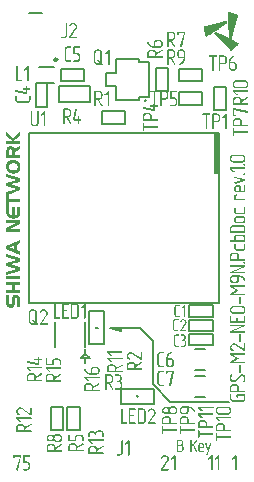
<source format=gto>
G04*
G04 #@! TF.GenerationSoftware,Altium Limited,Altium Designer,24.4.1 (13)*
G04*
G04 Layer_Color=65535*
%FSLAX44Y44*%
%MOMM*%
G71*
G04*
G04 #@! TF.SameCoordinates,13FF6278-5DA1-4848-AA7E-132AFDE523C9*
G04*
G04*
G04 #@! TF.FilePolarity,Positive*
G04*
G01*
G75*
%ADD10C,0.2500*%
%ADD11C,0.1778*%
%ADD12C,0.2000*%
%ADD13C,0.1270*%
%ADD14C,0.0762*%
%ADD15C,0.1524*%
%ADD16R,0.4500X3.4755*%
%ADD17R,0.1010X0.0691*%
%ADD18R,0.0691X0.1010*%
G36*
X196199Y405830D02*
X196261Y405153D01*
X196323Y404537D01*
X196353Y403829D01*
X196261Y403736D01*
X196138Y403675D01*
X195707Y403367D01*
X195584Y403306D01*
X195214Y403059D01*
X195091Y402998D01*
X194660Y402690D01*
X194537Y402628D01*
X194106Y402320D01*
X193983Y402259D01*
X193552Y401951D01*
X193429Y401889D01*
X193182Y401705D01*
X193121D01*
X192690Y401397D01*
X192567Y401335D01*
X192136Y401027D01*
X192012Y400966D01*
X191581Y400658D01*
X191458Y400596D01*
X191089Y400350D01*
X190966Y400288D01*
X190535Y399981D01*
X190411Y399919D01*
X189980Y399611D01*
X189857Y399549D01*
X189426Y399242D01*
X189303Y399180D01*
X188041Y398349D01*
X187302Y397856D01*
X186625Y397425D01*
X185147Y396440D01*
X184654Y396132D01*
X183546Y395393D01*
X182868Y394962D01*
X181391Y393977D01*
X180898Y393669D01*
X179420Y392684D01*
X178743Y392253D01*
X178374Y392006D01*
X178097Y391853D01*
X178004Y392130D01*
X177912Y392530D01*
X177789Y393022D01*
X177727Y393330D01*
X177604Y393823D01*
X177542Y394131D01*
X177358Y394870D01*
X177296Y395178D01*
X177111Y395916D01*
X177050Y396224D01*
X176865Y396963D01*
X176803Y397271D01*
X176680Y397764D01*
X176619Y398072D01*
X176434Y398811D01*
X176372Y399118D01*
X176188Y399857D01*
X176126Y400165D01*
X176003Y400658D01*
X175972Y400750D01*
X176249Y400843D01*
X176680Y400966D01*
X177419Y401150D01*
X177850Y401273D01*
X178589Y401458D01*
X179020Y401581D01*
X179759Y401766D01*
X180190Y401889D01*
X180929Y402074D01*
X181360Y402197D01*
X182099Y402382D01*
X182530Y402505D01*
X183022Y402628D01*
X183454Y402751D01*
X184192Y402936D01*
X184623Y403059D01*
X185362Y403244D01*
X185793Y403367D01*
X186532Y403552D01*
X186963Y403675D01*
X187702Y403860D01*
X188133Y403983D01*
X188872Y404168D01*
X189303Y404291D01*
X190042Y404475D01*
X190473Y404599D01*
X191212Y404783D01*
X191643Y404907D01*
X192382Y405091D01*
X192813Y405214D01*
X193552Y405399D01*
X193983Y405522D01*
X194722Y405707D01*
X195153Y405830D01*
X196138Y406076D01*
X196199Y405830D01*
D02*
G37*
G36*
X197123Y413219D02*
X197462Y413127D01*
X198170Y412911D01*
X205066Y410756D01*
X205466Y410602D01*
X204974Y408878D01*
X204912Y408632D01*
X204420Y406908D01*
X204358Y406661D01*
X203742Y404506D01*
X203681Y404260D01*
X203188Y402536D01*
X203127Y402290D01*
X202634Y400565D01*
X202572Y400319D01*
X202080Y398595D01*
X202018Y398349D01*
X201526Y396625D01*
X201464Y396378D01*
X201095Y395085D01*
X201002Y394808D01*
X200972Y394777D01*
X200879Y394316D01*
X200787Y393977D01*
X200417Y392684D01*
X200356Y392438D01*
X199863Y390713D01*
X199771Y390498D01*
X197770Y391514D01*
X197708Y391760D01*
X197616Y394131D01*
X197185Y403182D01*
X197000Y407000D01*
X196938Y408416D01*
X196754Y412295D01*
X196723Y413311D01*
X196815Y413342D01*
X197123Y413219D01*
D02*
G37*
G36*
X192505Y393638D02*
X199278Y390067D01*
X204882Y387111D01*
X205189Y386927D01*
X205251D01*
X205928Y386557D01*
X206205Y386403D01*
X205620Y385818D01*
X205497Y385757D01*
X205005Y385264D01*
X204882Y385202D01*
X204327Y384648D01*
X204204Y384587D01*
X203650Y384033D01*
X203527Y383971D01*
X202973Y383417D01*
X202850Y383355D01*
X202295Y382801D01*
X202172Y382739D01*
X201680Y382247D01*
X201556Y382185D01*
X201002Y381631D01*
X200879Y381570D01*
X200325Y381015D01*
X200202Y380954D01*
X199648Y380400D01*
X199401Y380276D01*
X198632Y381046D01*
X198570Y381169D01*
X197400Y382339D01*
X197339Y382462D01*
X196169Y383632D01*
X196107Y383755D01*
X194876Y384987D01*
X194814Y385110D01*
X193644Y386280D01*
X193583Y386403D01*
X192351Y387635D01*
X192290Y387758D01*
X191120Y388928D01*
X191058Y389051D01*
X189888Y390221D01*
X189827Y390344D01*
X188595Y391576D01*
X188533Y391699D01*
X187363Y392869D01*
X187302Y392992D01*
X186070Y394223D01*
X186009Y394346D01*
X185085Y395270D01*
X185147Y395393D01*
X185239Y395485D01*
X185362Y395547D01*
X186224Y396163D01*
X186348Y396224D01*
X186471Y396348D01*
X186594Y396409D01*
X186902Y396594D01*
X192505Y393638D01*
D02*
G37*
G36*
X211036Y247758D02*
X211094Y247750D01*
X211161Y247724D01*
X211236Y247700D01*
X211319Y247658D01*
X211394Y247600D01*
X211402Y247591D01*
X211427Y247566D01*
X211461Y247533D01*
X211494Y247475D01*
X211536Y247408D01*
X211569Y247325D01*
X211594Y247225D01*
X211602Y247116D01*
Y243842D01*
X211594Y243784D01*
X211586Y243709D01*
X211569Y243626D01*
X211553Y243534D01*
X211528Y243426D01*
X211502Y243317D01*
X211461Y243201D01*
X211419Y243084D01*
X211361Y242959D01*
X211294Y242842D01*
X211219Y242726D01*
X211128Y242601D01*
X211028Y242493D01*
X211019Y242484D01*
X211003Y242467D01*
X210969Y242442D01*
X210919Y242401D01*
X210869Y242359D01*
X210794Y242309D01*
X210719Y242259D01*
X210628Y242209D01*
X210528Y242151D01*
X210419Y242101D01*
X210303Y242051D01*
X210170Y242009D01*
X210036Y241968D01*
X209895Y241943D01*
X209745Y241926D01*
X209586Y241918D01*
X204113D01*
X204104D01*
X204079D01*
X204038D01*
X203988Y241926D01*
X203921Y241934D01*
X203846Y241951D01*
X203755Y241968D01*
X203663Y241993D01*
X203446Y242059D01*
X203330Y242101D01*
X203213Y242159D01*
X203096Y242226D01*
X202980Y242301D01*
X202855Y242384D01*
X202738Y242484D01*
X202730Y242493D01*
X202713Y242509D01*
X202680Y242542D01*
X202638Y242584D01*
X202588Y242642D01*
X202538Y242709D01*
X202480Y242792D01*
X202421Y242884D01*
X202363Y242976D01*
X202305Y243092D01*
X202255Y243209D01*
X202205Y243334D01*
X202163Y243467D01*
X202130Y243617D01*
X202113Y243767D01*
X202105Y243925D01*
Y247158D01*
X202113Y247208D01*
X202130Y247266D01*
X202155Y247333D01*
X202197Y247408D01*
X202246Y247491D01*
X202313Y247566D01*
X202321Y247575D01*
X202346Y247600D01*
X202388Y247633D01*
X202438Y247666D01*
X202505Y247700D01*
X202580Y247733D01*
X202663Y247758D01*
X202746Y247766D01*
X202755D01*
X202788D01*
X202830Y247758D01*
X202888Y247750D01*
X202955Y247724D01*
X203030Y247700D01*
X203113Y247658D01*
X203188Y247600D01*
X203196Y247591D01*
X203221Y247566D01*
X203255Y247533D01*
X203288Y247475D01*
X203330Y247408D01*
X203363Y247325D01*
X203388Y247225D01*
X203396Y247116D01*
Y243884D01*
X203405Y243825D01*
X203421Y243759D01*
X203446Y243676D01*
X203488Y243592D01*
X203538Y243509D01*
X203613Y243426D01*
X203621Y243417D01*
X203646Y243392D01*
X203696Y243359D01*
X203755Y243326D01*
X203829Y243284D01*
X203913Y243251D01*
X204013Y243226D01*
X204121Y243217D01*
X209586D01*
X209603D01*
X209636D01*
X209695Y243226D01*
X209770Y243242D01*
X209845Y243267D01*
X209936Y243309D01*
X210019Y243359D01*
X210103Y243426D01*
X210111Y243434D01*
X210136Y243467D01*
X210170Y243509D01*
X210203Y243567D01*
X210245Y243642D01*
X210278Y243725D01*
X210303Y243825D01*
X210311Y243934D01*
Y247158D01*
X210319Y247208D01*
X210336Y247266D01*
X210361Y247333D01*
X210403Y247408D01*
X210453Y247491D01*
X210519Y247566D01*
X210528Y247575D01*
X210553Y247600D01*
X210594Y247633D01*
X210644Y247666D01*
X210711Y247700D01*
X210786Y247733D01*
X210869Y247758D01*
X210953Y247766D01*
X210961D01*
X210994D01*
X211036Y247758D01*
D02*
G37*
G36*
X209728Y240310D02*
X209803Y240301D01*
X209886Y240285D01*
X209978Y240268D01*
X210086Y240243D01*
X210194Y240210D01*
X210311Y240177D01*
X210428Y240126D01*
X210553Y240068D01*
X210669Y240002D01*
X210786Y239918D01*
X210911Y239835D01*
X211019Y239727D01*
X211028Y239718D01*
X211044Y239702D01*
X211069Y239668D01*
X211111Y239627D01*
X211153Y239568D01*
X211203Y239502D01*
X211252Y239418D01*
X211311Y239327D01*
X211361Y239235D01*
X211419Y239127D01*
X211469Y239002D01*
X211511Y238877D01*
X211553Y238743D01*
X211577Y238602D01*
X211594Y238460D01*
X211602Y238302D01*
Y236394D01*
X211594Y236336D01*
X211586Y236261D01*
X211569Y236178D01*
X211553Y236077D01*
X211528Y235977D01*
X211502Y235861D01*
X211461Y235753D01*
X211419Y235628D01*
X211361Y235511D01*
X211294Y235386D01*
X211219Y235269D01*
X211128Y235153D01*
X211028Y235036D01*
X211019Y235028D01*
X211003Y235011D01*
X210969Y234986D01*
X210919Y234944D01*
X210869Y234903D01*
X210794Y234853D01*
X210719Y234803D01*
X210628Y234753D01*
X210528Y234694D01*
X210419Y234645D01*
X210303Y234595D01*
X210170Y234553D01*
X210036Y234511D01*
X209895Y234486D01*
X209745Y234470D01*
X209586Y234461D01*
X204113D01*
X204104D01*
X204079D01*
X204038D01*
X203988Y234470D01*
X203921Y234478D01*
X203846Y234495D01*
X203755Y234511D01*
X203663Y234536D01*
X203446Y234603D01*
X203330Y234645D01*
X203213Y234703D01*
X203096Y234769D01*
X202980Y234844D01*
X202855Y234928D01*
X202738Y235028D01*
X202730Y235036D01*
X202713Y235053D01*
X202680Y235086D01*
X202638Y235128D01*
X202588Y235186D01*
X202538Y235253D01*
X202480Y235336D01*
X202421Y235428D01*
X202363Y235528D01*
X202305Y235636D01*
X202255Y235753D01*
X202205Y235886D01*
X202163Y236019D01*
X202130Y236161D01*
X202113Y236319D01*
X202105Y236477D01*
Y238385D01*
X202113Y238444D01*
X202122Y238510D01*
X202138Y238594D01*
X202155Y238694D01*
X202180Y238794D01*
X202205Y238902D01*
X202246Y239018D01*
X202297Y239135D01*
X202346Y239252D01*
X202421Y239377D01*
X202496Y239493D01*
X202588Y239610D01*
X202688Y239727D01*
X202696Y239735D01*
X202713Y239752D01*
X202746Y239785D01*
X202788Y239818D01*
X202846Y239860D01*
X202913Y239910D01*
X202996Y239968D01*
X203088Y240026D01*
X203180Y240077D01*
X203288Y240135D01*
X203413Y240185D01*
X203538Y240226D01*
X203671Y240260D01*
X203813Y240293D01*
X203954Y240310D01*
X204113Y240318D01*
X209586D01*
X209595D01*
X209620D01*
X209670D01*
X209728Y240310D01*
D02*
G37*
G36*
X208795Y232845D02*
X208878Y232837D01*
X208986Y232828D01*
X209103Y232812D01*
X209236Y232778D01*
X209386Y232745D01*
X209545Y232703D01*
X209711Y232645D01*
X209878Y232570D01*
X210053Y232487D01*
X210228Y232387D01*
X210403Y232270D01*
X210578Y232137D01*
X210744Y231987D01*
X210753Y231979D01*
X210778Y231945D01*
X210819Y231904D01*
X210878Y231837D01*
X210944Y231754D01*
X211019Y231654D01*
X211094Y231537D01*
X211169Y231404D01*
X211252Y231262D01*
X211327Y231104D01*
X211402Y230929D01*
X211469Y230754D01*
X211519Y230554D01*
X211569Y230354D01*
X211594Y230137D01*
X211602Y229912D01*
Y226688D01*
X211594Y226655D01*
Y226613D01*
X211569Y226513D01*
X211519Y226397D01*
X211486Y226330D01*
X211444Y226272D01*
X211394Y226222D01*
X211327Y226172D01*
X211261Y226130D01*
X211169Y226097D01*
X211078Y226080D01*
X210961Y226072D01*
X199097D01*
X199089D01*
X199072D01*
X199039Y226080D01*
X198997D01*
X198897Y226105D01*
X198772Y226155D01*
X198714Y226188D01*
X198656Y226230D01*
X198606Y226280D01*
X198556Y226347D01*
X198514Y226413D01*
X198481Y226505D01*
X198464Y226597D01*
X198456Y226713D01*
Y229962D01*
X198464Y230029D01*
X198472Y230112D01*
X198481Y230221D01*
X198498Y230337D01*
X198531Y230471D01*
X198564Y230621D01*
X198606Y230779D01*
X198664Y230945D01*
X198731Y231112D01*
X198814Y231287D01*
X198914Y231470D01*
X199031Y231645D01*
X199164Y231812D01*
X199314Y231979D01*
X199322Y231987D01*
X199356Y232020D01*
X199397Y232062D01*
X199464Y232112D01*
X199547Y232178D01*
X199647Y232253D01*
X199764Y232337D01*
X199897Y232420D01*
X200039Y232495D01*
X200197Y232578D01*
X200364Y232653D01*
X200547Y232720D01*
X200739Y232770D01*
X200947Y232820D01*
X201155Y232845D01*
X201380Y232853D01*
X208678D01*
X208695D01*
X208728D01*
X208795Y232845D01*
D02*
G37*
G36*
X209728Y224464D02*
X209795Y224456D01*
X209878Y224439D01*
X209970Y224422D01*
X210070Y224397D01*
X210186Y224372D01*
X210294Y224331D01*
X210411Y224280D01*
X210536Y224230D01*
X210653Y224156D01*
X210778Y224081D01*
X210894Y223989D01*
X211011Y223889D01*
X211019Y223881D01*
X211036Y223864D01*
X211069Y223831D01*
X211103Y223781D01*
X211144Y223731D01*
X211194Y223656D01*
X211252Y223581D01*
X211303Y223489D01*
X211361Y223389D01*
X211419Y223281D01*
X211469Y223156D01*
X211511Y223031D01*
X211544Y222897D01*
X211577Y222748D01*
X211594Y222598D01*
X211602Y222439D01*
Y219232D01*
X211594Y219198D01*
Y219157D01*
X211569Y219057D01*
X211519Y218940D01*
X211486Y218874D01*
X211444Y218815D01*
X211394Y218765D01*
X211327Y218715D01*
X211261Y218674D01*
X211169Y218640D01*
X211078Y218624D01*
X210961Y218615D01*
X199097D01*
X199089D01*
X199064D01*
X199022Y218624D01*
X198964Y218640D01*
X198906Y218657D01*
X198831Y218690D01*
X198756Y218740D01*
X198672Y218799D01*
X198664Y218807D01*
X198639Y218832D01*
X198606Y218874D01*
X198564Y218932D01*
X198522Y218999D01*
X198489Y219074D01*
X198464Y219165D01*
X198456Y219265D01*
Y219307D01*
X198464Y219349D01*
X198481Y219407D01*
X198498Y219473D01*
X198531Y219540D01*
X198573Y219623D01*
X198631Y219698D01*
X198639Y219707D01*
X198664Y219732D01*
X198697Y219765D01*
X198747Y219807D01*
X198814Y219848D01*
X198897Y219882D01*
X198989Y219907D01*
X199097Y219915D01*
X202105D01*
Y222531D01*
X202113Y222589D01*
X202122Y222664D01*
X202138Y222748D01*
X202155Y222839D01*
X202180Y222939D01*
X202205Y223056D01*
X202246Y223164D01*
X202297Y223289D01*
X202346Y223406D01*
X202421Y223531D01*
X202496Y223647D01*
X202588Y223764D01*
X202688Y223881D01*
X202696Y223889D01*
X202713Y223906D01*
X202746Y223939D01*
X202788Y223972D01*
X202846Y224014D01*
X202913Y224064D01*
X202996Y224122D01*
X203088Y224181D01*
X203180Y224230D01*
X203288Y224289D01*
X203413Y224339D01*
X203538Y224380D01*
X203671Y224414D01*
X203813Y224447D01*
X203954Y224464D01*
X204113Y224472D01*
X209586D01*
X209595D01*
X209620D01*
X209670D01*
X209728Y224464D01*
D02*
G37*
G36*
X211036Y216999D02*
X211094Y216991D01*
X211161Y216966D01*
X211236Y216941D01*
X211319Y216899D01*
X211394Y216841D01*
X211402Y216832D01*
X211427Y216807D01*
X211461Y216774D01*
X211494Y216716D01*
X211536Y216649D01*
X211569Y216566D01*
X211594Y216466D01*
X211602Y216358D01*
Y213083D01*
X211594Y213025D01*
X211586Y212950D01*
X211569Y212867D01*
X211553Y212775D01*
X211528Y212667D01*
X211502Y212558D01*
X211461Y212442D01*
X211419Y212325D01*
X211361Y212200D01*
X211294Y212084D01*
X211219Y211967D01*
X211128Y211842D01*
X211028Y211734D01*
X211019Y211725D01*
X211003Y211709D01*
X210969Y211684D01*
X210919Y211642D01*
X210869Y211600D01*
X210794Y211551D01*
X210719Y211500D01*
X210628Y211451D01*
X210528Y211392D01*
X210419Y211342D01*
X210303Y211292D01*
X210170Y211250D01*
X210036Y211209D01*
X209895Y211184D01*
X209745Y211167D01*
X209586Y211159D01*
X204113D01*
X204104D01*
X204079D01*
X204038D01*
X203988Y211167D01*
X203921Y211175D01*
X203846Y211192D01*
X203755Y211209D01*
X203663Y211234D01*
X203446Y211301D01*
X203330Y211342D01*
X203213Y211401D01*
X203096Y211467D01*
X202980Y211542D01*
X202855Y211625D01*
X202738Y211725D01*
X202730Y211734D01*
X202713Y211750D01*
X202680Y211784D01*
X202638Y211825D01*
X202588Y211884D01*
X202538Y211950D01*
X202480Y212034D01*
X202421Y212125D01*
X202363Y212217D01*
X202305Y212334D01*
X202255Y212450D01*
X202205Y212575D01*
X202163Y212708D01*
X202130Y212859D01*
X202113Y213008D01*
X202105Y213167D01*
Y216399D01*
X202113Y216449D01*
X202130Y216507D01*
X202155Y216574D01*
X202197Y216649D01*
X202246Y216733D01*
X202313Y216807D01*
X202321Y216816D01*
X202346Y216841D01*
X202388Y216874D01*
X202438Y216907D01*
X202505Y216941D01*
X202580Y216974D01*
X202663Y216999D01*
X202746Y217007D01*
X202755D01*
X202788D01*
X202830Y216999D01*
X202888Y216991D01*
X202955Y216966D01*
X203030Y216941D01*
X203113Y216899D01*
X203188Y216841D01*
X203196Y216832D01*
X203221Y216807D01*
X203255Y216774D01*
X203288Y216716D01*
X203330Y216649D01*
X203363Y216566D01*
X203388Y216466D01*
X203396Y216358D01*
Y213125D01*
X203405Y213067D01*
X203421Y213000D01*
X203446Y212917D01*
X203488Y212833D01*
X203538Y212750D01*
X203613Y212667D01*
X203621Y212659D01*
X203646Y212633D01*
X203696Y212600D01*
X203755Y212567D01*
X203829Y212525D01*
X203913Y212492D01*
X204013Y212467D01*
X204121Y212459D01*
X209586D01*
X209603D01*
X209636D01*
X209695Y212467D01*
X209770Y212484D01*
X209845Y212509D01*
X209936Y212550D01*
X210019Y212600D01*
X210103Y212667D01*
X210111Y212675D01*
X210136Y212708D01*
X210170Y212750D01*
X210203Y212808D01*
X210245Y212883D01*
X210278Y212967D01*
X210303Y213067D01*
X210311Y213175D01*
Y216399D01*
X210319Y216449D01*
X210336Y216507D01*
X210361Y216574D01*
X210403Y216649D01*
X210453Y216733D01*
X210519Y216807D01*
X210528Y216816D01*
X210553Y216841D01*
X210594Y216874D01*
X210644Y216907D01*
X210711Y216941D01*
X210786Y216974D01*
X210869Y216999D01*
X210953Y217007D01*
X210961D01*
X210994D01*
X211036Y216999D01*
D02*
G37*
G36*
X203330Y209543D02*
X203413Y209534D01*
X203521Y209526D01*
X203638Y209509D01*
X203771Y209476D01*
X203921Y209443D01*
X204079Y209401D01*
X204246Y209343D01*
X204413Y209276D01*
X204588Y209193D01*
X204762Y209093D01*
X204937Y208976D01*
X205104Y208843D01*
X205271Y208693D01*
X205279Y208685D01*
X205304Y208651D01*
X205346Y208610D01*
X205404Y208543D01*
X205471Y208460D01*
X205537Y208360D01*
X205612Y208243D01*
X205696Y208118D01*
X205771Y207968D01*
X205854Y207810D01*
X205921Y207643D01*
X205987Y207460D01*
X206045Y207260D01*
X206087Y207052D01*
X206112Y206835D01*
X206120Y206610D01*
Y204069D01*
X210953D01*
X210969D01*
X211003D01*
X211053Y204061D01*
X211128Y204044D01*
X211203Y204027D01*
X211278Y203994D01*
X211353Y203944D01*
X211427Y203886D01*
X211436Y203877D01*
X211453Y203852D01*
X211486Y203811D01*
X211511Y203752D01*
X211544Y203686D01*
X211577Y203603D01*
X211594Y203519D01*
X211602Y203419D01*
Y203394D01*
X211594Y203361D01*
X211586Y203319D01*
X211569Y203261D01*
X211544Y203186D01*
X211511Y203094D01*
X211469Y202994D01*
X211461Y202986D01*
X211436Y202961D01*
X211394Y202919D01*
X211336Y202886D01*
X211261Y202844D01*
X211178Y202803D01*
X211069Y202778D01*
X210953Y202769D01*
X199097D01*
X199089D01*
X199072D01*
X199039Y202778D01*
X198997D01*
X198897Y202803D01*
X198772Y202853D01*
X198714Y202886D01*
X198656Y202928D01*
X198606Y202978D01*
X198556Y203044D01*
X198514Y203111D01*
X198481Y203203D01*
X198464Y203294D01*
X198456Y203411D01*
Y206668D01*
X198464Y206735D01*
X198472Y206818D01*
X198481Y206927D01*
X198498Y207043D01*
X198531Y207185D01*
X198564Y207335D01*
X198606Y207493D01*
X198664Y207660D01*
X198731Y207835D01*
X198814Y208010D01*
X198914Y208185D01*
X199022Y208360D01*
X199156Y208535D01*
X199306Y208701D01*
X199314Y208710D01*
X199322Y208718D01*
X199347Y208743D01*
X199381Y208776D01*
X199464Y208851D01*
X199580Y208943D01*
X199722Y209051D01*
X199880Y209159D01*
X200055Y209259D01*
X200247Y209351D01*
X200772Y209501D01*
X201089Y209551D01*
X201372D01*
X203213D01*
X203230D01*
X203263D01*
X203330Y209543D01*
D02*
G37*
G36*
X210844Y201728D02*
X210919Y201711D01*
X211011Y201678D01*
X211111Y201636D01*
X211219Y201578D01*
X211327Y201503D01*
X211336Y201495D01*
X211369Y201461D01*
X211411Y201411D01*
X211461Y201336D01*
X211519Y201245D01*
X211561Y201136D01*
X211594Y201003D01*
X211602Y200853D01*
Y200786D01*
X211586Y200712D01*
X211569Y200628D01*
X211544Y200520D01*
X211502Y200420D01*
X211444Y200312D01*
X211369Y200220D01*
X211353Y200212D01*
X211319Y200187D01*
X211261Y200145D01*
X211178Y200103D01*
X211086Y200053D01*
X210978Y200020D01*
X210853Y199987D01*
X210728Y199978D01*
X210719D01*
X210686D01*
X210644Y199987D01*
X210586Y200003D01*
X210503Y200028D01*
X210411Y200070D01*
X210311Y200120D01*
X210194Y200195D01*
X210178Y200203D01*
X210145Y200237D01*
X210086Y200287D01*
X210028Y200362D01*
X209970Y200453D01*
X209911Y200562D01*
X209878Y200695D01*
X209861Y200853D01*
Y200912D01*
X209878Y200970D01*
X209895Y201053D01*
X209928Y201145D01*
X209978Y201253D01*
X210044Y201353D01*
X210136Y201461D01*
X210145Y201470D01*
X210186Y201503D01*
X210236Y201545D01*
X210311Y201603D01*
X210403Y201653D01*
X210503Y201695D01*
X210611Y201728D01*
X210728Y201736D01*
X210744D01*
X210778D01*
X210844Y201728D01*
D02*
G37*
G36*
X211028Y198820D02*
X211086Y198804D01*
X211153Y198787D01*
X211227Y198754D01*
X211327Y198704D01*
X211427Y198645D01*
X211436Y198637D01*
X211453Y198604D01*
X211486Y198562D01*
X211511Y198496D01*
X211544Y198429D01*
X211577Y198337D01*
X211594Y198246D01*
X211602Y198146D01*
X211536Y197846D01*
X211252Y197596D01*
X201363Y193347D01*
X210961D01*
X210978D01*
X211011D01*
X211061Y193338D01*
X211136Y193322D01*
X211211Y193305D01*
X211286Y193272D01*
X211361Y193222D01*
X211436Y193164D01*
X211444Y193155D01*
X211461Y193130D01*
X211486Y193088D01*
X211519Y193030D01*
X211553Y192964D01*
X211577Y192880D01*
X211594Y192797D01*
X211602Y192697D01*
Y192672D01*
X211594Y192639D01*
X211586Y192597D01*
X211569Y192539D01*
X211544Y192464D01*
X211511Y192372D01*
X211469Y192272D01*
X211461Y192264D01*
X211436Y192239D01*
X211394Y192197D01*
X211336Y192164D01*
X211269Y192122D01*
X211178Y192080D01*
X211078Y192055D01*
X210961Y192047D01*
X199097D01*
X199089D01*
X199064D01*
X199022Y192055D01*
X198964Y192072D01*
X198906Y192089D01*
X198831Y192122D01*
X198756Y192172D01*
X198672Y192230D01*
X198664Y192239D01*
X198639Y192264D01*
X198606Y192305D01*
X198564Y192364D01*
X198522Y192430D01*
X198489Y192505D01*
X198464Y192589D01*
X198456Y192689D01*
Y192747D01*
X198464Y192789D01*
X198489Y192889D01*
X198539Y193005D01*
Y193013D01*
X198556Y193030D01*
X198581Y193064D01*
X198631Y193105D01*
X198689Y193147D01*
X198781Y193197D01*
X198889Y193247D01*
X199031Y193297D01*
X208695Y197529D01*
X199097D01*
X199089D01*
X199064D01*
X199022Y197537D01*
X198964Y197554D01*
X198906Y197571D01*
X198831Y197604D01*
X198756Y197654D01*
X198672Y197712D01*
X198664Y197721D01*
X198639Y197746D01*
X198606Y197787D01*
X198564Y197846D01*
X198522Y197912D01*
X198489Y197987D01*
X198464Y198079D01*
X198456Y198179D01*
Y198221D01*
X198464Y198262D01*
X198481Y198321D01*
X198498Y198387D01*
X198531Y198454D01*
X198573Y198537D01*
X198631Y198612D01*
X198639Y198620D01*
X198664Y198645D01*
X198697Y198679D01*
X198747Y198720D01*
X198814Y198762D01*
X198897Y198795D01*
X198989Y198820D01*
X199097Y198829D01*
X210961D01*
X210969D01*
X210994D01*
X211028Y198820D01*
D02*
G37*
G36*
X205629Y190422D02*
X205696D01*
X205771Y190414D01*
X205937Y190397D01*
X206137Y190381D01*
X206371Y190347D01*
X206620Y190306D01*
X206887Y190248D01*
X207170Y190181D01*
X207470Y190106D01*
X207778Y190006D01*
X208087Y189889D01*
X208403Y189756D01*
X208720Y189598D01*
X209028Y189423D01*
X209036D01*
X209045Y189406D01*
X209070Y189398D01*
X209103Y189373D01*
X209145Y189340D01*
X209195Y189306D01*
X209320Y189223D01*
X209461Y189106D01*
X209628Y188973D01*
X209811Y188806D01*
X210011Y188623D01*
X210211Y188415D01*
X210428Y188181D01*
X210636Y187931D01*
X210844Y187657D01*
X211044Y187365D01*
X211236Y187048D01*
X211411Y186707D01*
X211569Y186349D01*
X211611Y186115D01*
Y186082D01*
X211602Y186049D01*
X211586Y185999D01*
X211569Y185932D01*
X211536Y185849D01*
X211494Y185757D01*
X211436Y185657D01*
X211427Y185649D01*
X211394Y185632D01*
X211353Y185599D01*
X211294Y185574D01*
X211219Y185540D01*
X211136Y185507D01*
X211044Y185490D01*
X210953Y185482D01*
X210944D01*
X210919D01*
X210886Y185490D01*
X210844D01*
X210728Y185515D01*
X210611Y185557D01*
X210603D01*
X210586Y185574D01*
X210553Y185590D01*
X210519Y185615D01*
X210453Y185682D01*
X210419Y185724D01*
X210403Y185774D01*
Y185782D01*
X210394Y185790D01*
X210386Y185815D01*
X210378Y185849D01*
X210344Y185932D01*
X210303Y186032D01*
X210253Y186157D01*
X210186Y186290D01*
X210044Y186574D01*
X209786Y186982D01*
X209728Y187065D01*
X209620Y187215D01*
X209611Y187223D01*
X209595Y187240D01*
X209570Y187273D01*
X209528Y187315D01*
X209478Y187365D01*
X209420Y187432D01*
X209353Y187498D01*
X209278Y187573D01*
X209186Y187657D01*
X209095Y187748D01*
X208986Y187840D01*
X208878Y187931D01*
X208628Y188131D01*
X208353Y188323D01*
X208345D01*
X208328Y188340D01*
X208295Y188356D01*
X208253Y188381D01*
X208203Y188406D01*
X208145Y188440D01*
X208078Y188473D01*
X207995Y188515D01*
X207820Y188606D01*
X207612Y188698D01*
X207395Y188798D01*
X207154Y188890D01*
X207145D01*
X207120Y188898D01*
X207087Y188915D01*
X207045Y188931D01*
X206987Y188948D01*
X206929Y188965D01*
X206779Y189015D01*
X206612Y189056D01*
X206445Y189098D01*
X206279Y189123D01*
X206129Y189131D01*
Y186532D01*
X206120Y186474D01*
X206112Y186382D01*
X206104Y186282D01*
X206087Y186157D01*
X206062Y186015D01*
X206021Y185865D01*
X205979Y185707D01*
X205921Y185540D01*
X205854Y185366D01*
X205771Y185191D01*
X205679Y185016D01*
X205562Y184841D01*
X205437Y184674D01*
X205287Y184507D01*
X205279Y184499D01*
X205246Y184474D01*
X205204Y184432D01*
X205137Y184374D01*
X205054Y184307D01*
X204954Y184241D01*
X204837Y184166D01*
X204704Y184083D01*
X204563Y184007D01*
X204404Y183924D01*
X204238Y183857D01*
X204046Y183791D01*
X203854Y183733D01*
X203646Y183691D01*
X203430Y183666D01*
X203205Y183658D01*
X201380D01*
X201363D01*
X201330D01*
X201263Y183666D01*
X201180Y183674D01*
X201080Y183683D01*
X200963Y183699D01*
X200830Y183733D01*
X200689Y183766D01*
X200530Y183808D01*
X200372Y183866D01*
X200197Y183932D01*
X200030Y184016D01*
X199855Y184116D01*
X199681Y184224D01*
X199506Y184357D01*
X199339Y184507D01*
X199331Y184516D01*
X199297Y184549D01*
X199256Y184591D01*
X199197Y184657D01*
X199131Y184741D01*
X199056Y184841D01*
X198981Y184957D01*
X198897Y185091D01*
X198814Y185232D01*
X198739Y185390D01*
X198664Y185557D01*
X198597Y185749D01*
X198539Y185940D01*
X198498Y186149D01*
X198464Y186365D01*
X198456Y186590D01*
Y187557D01*
X198464Y187623D01*
Y187707D01*
X198481Y187806D01*
X198498Y187931D01*
X198522Y188065D01*
X198556Y188206D01*
X198597Y188356D01*
X198647Y188523D01*
X198714Y188690D01*
X198789Y188856D01*
X198881Y189023D01*
X198989Y189181D01*
X199114Y189348D01*
X199256Y189498D01*
X199264Y189506D01*
X199281Y189523D01*
X199306Y189548D01*
X199339Y189581D01*
X199381Y189623D01*
X199431Y189673D01*
X199555Y189781D01*
X199706Y189906D01*
X199880Y190023D01*
X200064Y190139D01*
X200255Y190231D01*
X200772Y190381D01*
X201089Y190431D01*
X201380D01*
X205437D01*
X205446D01*
X205462D01*
X205487D01*
X205521D01*
X205571D01*
X205629Y190422D01*
D02*
G37*
G36*
X211053Y181991D02*
X211128Y181975D01*
X211203Y181958D01*
X211278Y181925D01*
X211353Y181875D01*
X211427Y181816D01*
X211436Y181808D01*
X211453Y181783D01*
X211486Y181741D01*
X211511Y181683D01*
X211544Y181616D01*
X211577Y181533D01*
X211594Y181450D01*
X211602Y181350D01*
Y181325D01*
X211594Y181292D01*
X211586Y181250D01*
X211569Y181192D01*
X211544Y181117D01*
X211511Y181025D01*
X211469Y180925D01*
X211461Y180917D01*
X211436Y180892D01*
X211394Y180850D01*
X211336Y180817D01*
X211261Y180775D01*
X211178Y180733D01*
X211069Y180708D01*
X210953Y180700D01*
X200905D01*
X205362Y178251D01*
X205379Y178242D01*
X205421Y178209D01*
X205479Y178159D01*
X205546Y178092D01*
X205612Y178017D01*
X205671Y177917D01*
X205712Y177809D01*
X205721Y177751D01*
X205729Y177684D01*
Y177668D01*
X205721Y177626D01*
X205704Y177568D01*
X205679Y177493D01*
X205629Y177401D01*
X205554Y177301D01*
X205512Y177259D01*
X205454Y177209D01*
X205396Y177159D01*
X205321Y177118D01*
X200914Y174710D01*
X210953D01*
X210969D01*
X211003D01*
X211053Y174702D01*
X211128Y174685D01*
X211203Y174668D01*
X211278Y174635D01*
X211353Y174585D01*
X211427Y174527D01*
X211436Y174518D01*
X211453Y174493D01*
X211486Y174452D01*
X211511Y174393D01*
X211544Y174327D01*
X211577Y174243D01*
X211594Y174160D01*
X211602Y174060D01*
Y174035D01*
X211594Y174002D01*
X211586Y173960D01*
X211569Y173902D01*
X211544Y173827D01*
X211511Y173735D01*
X211469Y173635D01*
X211461Y173627D01*
X211436Y173602D01*
X211394Y173560D01*
X211336Y173527D01*
X211261Y173485D01*
X211178Y173444D01*
X211069Y173419D01*
X210953Y173410D01*
X199106D01*
X199089D01*
X199056D01*
X198997Y173419D01*
X198922Y173427D01*
X198847Y173452D01*
X198764Y173477D01*
X198672Y173519D01*
X198597Y173568D01*
X198589Y173577D01*
X198564Y173602D01*
X198531Y173635D01*
X198489Y173685D01*
X198456Y173752D01*
X198423Y173827D01*
X198398Y173910D01*
X198389Y174010D01*
Y174077D01*
X198398Y174118D01*
X198423Y174218D01*
X198472Y174318D01*
X198481Y174335D01*
X198489Y174352D01*
X198514Y174377D01*
X198547Y174418D01*
X198606Y174468D01*
X198672Y174527D01*
X198764Y174602D01*
X203963Y177693D01*
X198772Y180792D01*
X198764D01*
X198756Y180800D01*
X198714Y180833D01*
X198647Y180883D01*
X198581Y180958D01*
X198514Y181042D01*
X198447Y181142D01*
X198406Y181258D01*
X198389Y181325D01*
Y181433D01*
X198398Y181483D01*
X198414Y181542D01*
X198439Y181608D01*
X198481Y181683D01*
X198531Y181758D01*
X198597Y181825D01*
X198606Y181833D01*
X198631Y181850D01*
X198681Y181883D01*
X198739Y181916D01*
X198814Y181941D01*
X198897Y181975D01*
X198997Y181991D01*
X199106Y182000D01*
X210953D01*
X210969D01*
X211003D01*
X211053Y181991D01*
D02*
G37*
G36*
X206937Y172260D02*
X206995Y172244D01*
X207062Y172227D01*
X207137Y172194D01*
X207220Y172152D01*
X207295Y172094D01*
X207304Y172086D01*
X207328Y172061D01*
X207362Y172027D01*
X207395Y171969D01*
X207437Y171902D01*
X207470Y171827D01*
X207495Y171727D01*
X207504Y171619D01*
Y166095D01*
X207495Y166045D01*
X207479Y165979D01*
X207462Y165904D01*
X207428Y165821D01*
X207387Y165746D01*
X207328Y165671D01*
X207320Y165662D01*
X207287Y165646D01*
X207245Y165612D01*
X207187Y165587D01*
X207120Y165554D01*
X207037Y165521D01*
X206945Y165504D01*
X206854Y165496D01*
X206845D01*
X206829D01*
X206795Y165504D01*
X206745Y165512D01*
X206695Y165537D01*
X206629Y165562D01*
X206545Y165604D01*
X206462Y165654D01*
X206454Y165662D01*
X206420Y165687D01*
X206379Y165721D01*
X206337Y165779D01*
X206287Y165846D01*
X206254Y165929D01*
X206220Y166029D01*
X206212Y166145D01*
Y171661D01*
X206220Y171711D01*
X206237Y171769D01*
X206262Y171836D01*
X206304Y171911D01*
X206354Y171994D01*
X206420Y172069D01*
X206429Y172077D01*
X206454Y172102D01*
X206495Y172136D01*
X206545Y172169D01*
X206612Y172202D01*
X206687Y172236D01*
X206770Y172260D01*
X206854Y172269D01*
X206862D01*
X206895D01*
X206937Y172260D01*
D02*
G37*
G36*
X208795Y164338D02*
X208878Y164329D01*
X208986Y164321D01*
X209103Y164304D01*
X209236Y164271D01*
X209386Y164238D01*
X209545Y164196D01*
X209711Y164138D01*
X209878Y164063D01*
X210053Y163979D01*
X210228Y163879D01*
X210403Y163763D01*
X210578Y163629D01*
X210744Y163479D01*
X210753Y163471D01*
X210778Y163438D01*
X210819Y163396D01*
X210878Y163330D01*
X210944Y163246D01*
X211019Y163146D01*
X211094Y163029D01*
X211169Y162896D01*
X211252Y162755D01*
X211327Y162596D01*
X211402Y162421D01*
X211469Y162246D01*
X211519Y162047D01*
X211569Y161847D01*
X211594Y161630D01*
X211602Y161405D01*
Y160438D01*
X211594Y160380D01*
X211586Y160297D01*
X211577Y160197D01*
X211561Y160089D01*
X211536Y159955D01*
X211494Y159814D01*
X211453Y159664D01*
X211394Y159497D01*
X211327Y159331D01*
X211244Y159164D01*
X211153Y158989D01*
X211036Y158806D01*
X210911Y158639D01*
X210761Y158464D01*
X210753Y158456D01*
X210719Y158422D01*
X210678Y158381D01*
X210611Y158322D01*
X210528Y158256D01*
X210428Y158181D01*
X210311Y158097D01*
X210178Y158014D01*
X210036Y157931D01*
X209878Y157847D01*
X209711Y157773D01*
X209520Y157706D01*
X209328Y157648D01*
X209120Y157606D01*
X208903Y157573D01*
X208678Y157564D01*
X201380D01*
X201363D01*
X201330D01*
X201263Y157573D01*
X201180Y157581D01*
X201080Y157589D01*
X200963Y157606D01*
X200830Y157631D01*
X200689Y157673D01*
X200530Y157714D01*
X200372Y157773D01*
X200197Y157839D01*
X200030Y157922D01*
X199855Y158014D01*
X199681Y158131D01*
X199506Y158256D01*
X199339Y158406D01*
X199331Y158414D01*
X199297Y158447D01*
X199256Y158489D01*
X199197Y158556D01*
X199131Y158639D01*
X199056Y158739D01*
X198981Y158856D01*
X198897Y158989D01*
X198814Y159130D01*
X198739Y159289D01*
X198664Y159455D01*
X198597Y159647D01*
X198539Y159839D01*
X198498Y160047D01*
X198464Y160264D01*
X198456Y160488D01*
Y161455D01*
X198464Y161522D01*
X198472Y161605D01*
X198481Y161713D01*
X198498Y161830D01*
X198531Y161963D01*
X198564Y162113D01*
X198606Y162271D01*
X198664Y162438D01*
X198731Y162605D01*
X198814Y162780D01*
X198914Y162963D01*
X199031Y163138D01*
X199164Y163305D01*
X199314Y163471D01*
X199322Y163479D01*
X199356Y163513D01*
X199397Y163554D01*
X199464Y163604D01*
X199547Y163671D01*
X199647Y163746D01*
X199764Y163829D01*
X199897Y163913D01*
X200039Y163988D01*
X200197Y164071D01*
X200364Y164146D01*
X200547Y164213D01*
X200739Y164263D01*
X200947Y164312D01*
X201155Y164338D01*
X201380Y164346D01*
X208678D01*
X208695D01*
X208728D01*
X208795Y164338D01*
D02*
G37*
G36*
X211036Y155965D02*
X211094Y155948D01*
X211161Y155931D01*
X211236Y155898D01*
X211319Y155856D01*
X211394Y155798D01*
X211402Y155790D01*
X211427Y155765D01*
X211461Y155731D01*
X211494Y155673D01*
X211536Y155606D01*
X211569Y155532D01*
X211594Y155431D01*
X211602Y155323D01*
Y150733D01*
X211594Y150699D01*
Y150658D01*
X211569Y150558D01*
X211519Y150441D01*
X211486Y150374D01*
X211444Y150316D01*
X211394Y150266D01*
X211327Y150216D01*
X211261Y150175D01*
X211169Y150141D01*
X211078Y150125D01*
X210961Y150116D01*
X199097D01*
X199089D01*
X199072D01*
X199039Y150125D01*
X198997D01*
X198897Y150149D01*
X198772Y150199D01*
X198714Y150233D01*
X198656Y150274D01*
X198606Y150324D01*
X198556Y150391D01*
X198514Y150458D01*
X198481Y150549D01*
X198464Y150641D01*
X198456Y150758D01*
Y155365D01*
X198464Y155407D01*
X198481Y155473D01*
X198506Y155540D01*
X198547Y155615D01*
X198597Y155690D01*
X198664Y155765D01*
X198672Y155773D01*
X198697Y155798D01*
X198739Y155831D01*
X198789Y155873D01*
X198856Y155906D01*
X198931Y155940D01*
X199014Y155965D01*
X199097Y155973D01*
X199106D01*
X199139D01*
X199181Y155965D01*
X199239Y155948D01*
X199306Y155931D01*
X199381Y155898D01*
X199464Y155856D01*
X199539Y155798D01*
X199547Y155790D01*
X199572Y155765D01*
X199606Y155731D01*
X199639Y155673D01*
X199681Y155606D01*
X199714Y155532D01*
X199739Y155431D01*
X199747Y155323D01*
Y151416D01*
X203938D01*
Y153540D01*
X203946Y153582D01*
X203963Y153649D01*
X203988Y153715D01*
X204029Y153790D01*
X204079Y153865D01*
X204146Y153940D01*
X204154Y153948D01*
X204179Y153974D01*
X204221Y154007D01*
X204271Y154049D01*
X204338Y154082D01*
X204413Y154115D01*
X204496Y154140D01*
X204579Y154149D01*
X204588D01*
X204621D01*
X204663Y154140D01*
X204721Y154123D01*
X204788Y154107D01*
X204862Y154073D01*
X204946Y154032D01*
X205021Y153974D01*
X205029Y153965D01*
X205054Y153940D01*
X205087Y153907D01*
X205121Y153849D01*
X205162Y153782D01*
X205196Y153707D01*
X205221Y153607D01*
X205229Y153499D01*
Y151416D01*
X210311D01*
Y155365D01*
X210319Y155407D01*
X210336Y155473D01*
X210361Y155540D01*
X210403Y155615D01*
X210453Y155690D01*
X210519Y155765D01*
X210528Y155773D01*
X210553Y155798D01*
X210594Y155831D01*
X210644Y155873D01*
X210711Y155906D01*
X210786Y155940D01*
X210869Y155965D01*
X210953Y155973D01*
X210961D01*
X210994D01*
X211036Y155965D01*
D02*
G37*
G36*
X211028Y148492D02*
X211086Y148475D01*
X211153Y148458D01*
X211227Y148425D01*
X211327Y148375D01*
X211427Y148317D01*
X211436Y148308D01*
X211453Y148275D01*
X211486Y148233D01*
X211511Y148167D01*
X211544Y148100D01*
X211577Y148008D01*
X211594Y147917D01*
X211602Y147817D01*
X211536Y147517D01*
X211252Y147267D01*
X201363Y143018D01*
X210961D01*
X210978D01*
X211011D01*
X211061Y143010D01*
X211136Y142993D01*
X211211Y142976D01*
X211286Y142943D01*
X211361Y142893D01*
X211436Y142835D01*
X211444Y142826D01*
X211461Y142801D01*
X211486Y142760D01*
X211519Y142701D01*
X211553Y142635D01*
X211577Y142551D01*
X211594Y142468D01*
X211602Y142368D01*
Y142343D01*
X211594Y142310D01*
X211586Y142268D01*
X211569Y142210D01*
X211544Y142135D01*
X211511Y142043D01*
X211469Y141943D01*
X211461Y141935D01*
X211436Y141910D01*
X211394Y141868D01*
X211336Y141835D01*
X211269Y141793D01*
X211178Y141752D01*
X211078Y141727D01*
X210961Y141718D01*
X199097D01*
X199089D01*
X199064D01*
X199022Y141727D01*
X198964Y141743D01*
X198906Y141760D01*
X198831Y141793D01*
X198756Y141843D01*
X198672Y141902D01*
X198664Y141910D01*
X198639Y141935D01*
X198606Y141977D01*
X198564Y142035D01*
X198522Y142102D01*
X198489Y142177D01*
X198464Y142260D01*
X198456Y142360D01*
Y142418D01*
X198464Y142460D01*
X198489Y142560D01*
X198539Y142676D01*
Y142685D01*
X198556Y142701D01*
X198581Y142735D01*
X198631Y142776D01*
X198689Y142818D01*
X198781Y142868D01*
X198889Y142918D01*
X199031Y142968D01*
X208695Y147200D01*
X199097D01*
X199089D01*
X199064D01*
X199022Y147209D01*
X198964Y147225D01*
X198906Y147242D01*
X198831Y147275D01*
X198756Y147325D01*
X198672Y147384D01*
X198664Y147392D01*
X198639Y147417D01*
X198606Y147458D01*
X198564Y147517D01*
X198522Y147584D01*
X198489Y147659D01*
X198464Y147750D01*
X198456Y147850D01*
Y147892D01*
X198464Y147933D01*
X198481Y147992D01*
X198498Y148058D01*
X198531Y148125D01*
X198573Y148208D01*
X198631Y148283D01*
X198639Y148292D01*
X198664Y148317D01*
X198697Y148350D01*
X198747Y148392D01*
X198814Y148433D01*
X198897Y148467D01*
X198989Y148492D01*
X199097Y148500D01*
X210961D01*
X210969D01*
X210994D01*
X211028Y148492D01*
D02*
G37*
G36*
X206937Y140569D02*
X206995Y140552D01*
X207062Y140535D01*
X207137Y140502D01*
X207220Y140460D01*
X207295Y140402D01*
X207304Y140394D01*
X207328Y140369D01*
X207362Y140335D01*
X207395Y140277D01*
X207437Y140210D01*
X207470Y140135D01*
X207495Y140035D01*
X207504Y139927D01*
Y134403D01*
X207495Y134354D01*
X207479Y134287D01*
X207462Y134212D01*
X207428Y134129D01*
X207387Y134054D01*
X207328Y133979D01*
X207320Y133970D01*
X207287Y133954D01*
X207245Y133920D01*
X207187Y133895D01*
X207120Y133862D01*
X207037Y133829D01*
X206945Y133812D01*
X206854Y133804D01*
X206845D01*
X206829D01*
X206795Y133812D01*
X206745Y133820D01*
X206695Y133845D01*
X206629Y133870D01*
X206545Y133912D01*
X206462Y133962D01*
X206454Y133970D01*
X206420Y133995D01*
X206379Y134029D01*
X206337Y134087D01*
X206287Y134154D01*
X206254Y134237D01*
X206220Y134337D01*
X206212Y134453D01*
Y139969D01*
X206220Y140019D01*
X206237Y140077D01*
X206262Y140144D01*
X206304Y140219D01*
X206354Y140302D01*
X206420Y140377D01*
X206429Y140385D01*
X206454Y140410D01*
X206495Y140444D01*
X206545Y140477D01*
X206612Y140510D01*
X206687Y140544D01*
X206770Y140569D01*
X206854Y140577D01*
X206862D01*
X206895D01*
X206937Y140569D01*
D02*
G37*
G36*
X201947Y132704D02*
X202063Y132696D01*
X202205Y132679D01*
X202363Y132646D01*
X202530Y132612D01*
X202705Y132562D01*
X202713D01*
X202721Y132554D01*
X202755Y132546D01*
X202788Y132537D01*
X202830Y132521D01*
X202880Y132496D01*
X203005Y132446D01*
X203163Y132371D01*
X203338Y132287D01*
X203538Y132179D01*
X203755Y132054D01*
X210311Y127564D01*
Y132013D01*
X210319Y132054D01*
X210336Y132121D01*
X210361Y132187D01*
X210403Y132262D01*
X210453Y132337D01*
X210519Y132412D01*
X210528Y132421D01*
X210553Y132446D01*
X210594Y132479D01*
X210644Y132512D01*
X210711Y132546D01*
X210786Y132579D01*
X210869Y132604D01*
X210953Y132612D01*
X210961D01*
X210994D01*
X211036Y132604D01*
X211094Y132596D01*
X211161Y132571D01*
X211236Y132546D01*
X211319Y132504D01*
X211394Y132446D01*
X211402Y132437D01*
X211427Y132412D01*
X211461Y132379D01*
X211494Y132321D01*
X211536Y132254D01*
X211569Y132179D01*
X211594Y132079D01*
X211602Y131971D01*
Y126472D01*
X211594Y126422D01*
X211577Y126364D01*
X211553Y126297D01*
X211511Y126214D01*
X211461Y126131D01*
X211394Y126047D01*
X211386Y126039D01*
X211361Y126022D01*
X211311Y125989D01*
X211252Y125964D01*
X211186Y125931D01*
X211103Y125897D01*
X211019Y125881D01*
X210919Y125872D01*
X210911D01*
X210886D01*
X210853Y125881D01*
X210811D01*
X210719Y125906D01*
X210628Y125947D01*
X203038Y130971D01*
X202680Y131163D01*
X202388Y131288D01*
X202372Y131296D01*
X202338Y131304D01*
X202280Y131321D01*
X202197Y131338D01*
X202105Y131354D01*
X202005Y131371D01*
X201888Y131388D01*
X201772D01*
X201763D01*
X201738D01*
X201688Y131379D01*
X201630D01*
X201563Y131371D01*
X201480Y131354D01*
X201388Y131329D01*
X201288Y131304D01*
X201180Y131271D01*
X201063Y131221D01*
X200955Y131171D01*
X200830Y131104D01*
X200714Y131029D01*
X200597Y130938D01*
X200480Y130829D01*
X200372Y130713D01*
X200355Y130696D01*
X200322Y130654D01*
X200272Y130588D01*
X200205Y130505D01*
X200139Y130396D01*
X200064Y130271D01*
X199989Y130130D01*
X199922Y129980D01*
Y129971D01*
X199914Y129963D01*
X199905Y129938D01*
X199897Y129905D01*
X199872Y129830D01*
X199839Y129721D01*
X199806Y129596D01*
X199781Y129455D01*
X199764Y129305D01*
X199755Y129147D01*
Y129088D01*
X199764Y129047D01*
Y128997D01*
X199772Y128938D01*
X199797Y128797D01*
X199830Y128630D01*
X199889Y128455D01*
X199972Y128263D01*
X200080Y128080D01*
Y128072D01*
X200097Y128055D01*
X200114Y128030D01*
X200139Y127997D01*
X200180Y127955D01*
X200222Y127905D01*
X200280Y127855D01*
X200347Y127797D01*
X200414Y127730D01*
X200505Y127664D01*
X200597Y127597D01*
X200705Y127522D01*
X200822Y127455D01*
X200947Y127389D01*
X201089Y127322D01*
X201238Y127255D01*
X201247D01*
X201263Y127247D01*
X201288Y127230D01*
X201322Y127205D01*
X201363Y127172D01*
X201413Y127139D01*
X201455Y127089D01*
X201505Y127030D01*
Y127022D01*
X201513Y127005D01*
X201530Y126980D01*
X201538Y126939D01*
X201572Y126847D01*
X201605Y126722D01*
Y126672D01*
X201597Y126614D01*
X201580Y126547D01*
X201563Y126464D01*
X201538Y126381D01*
X201497Y126297D01*
X201438Y126214D01*
X201430Y126206D01*
X201405Y126181D01*
X201363Y126156D01*
X201313Y126122D01*
X201238Y126081D01*
X201155Y126056D01*
X201055Y126031D01*
X200938Y126022D01*
X200772Y126047D01*
X200755Y126056D01*
X200722Y126064D01*
X200655Y126089D01*
X200580Y126122D01*
X200480Y126172D01*
X200364Y126222D01*
X200239Y126289D01*
X200105Y126364D01*
X199955Y126447D01*
X199814Y126539D01*
X199664Y126639D01*
X199514Y126756D01*
X199372Y126881D01*
X199239Y127022D01*
X199106Y127164D01*
X198989Y127322D01*
X198981Y127330D01*
X198964Y127355D01*
X198939Y127397D01*
X198906Y127455D01*
X198864Y127530D01*
X198814Y127622D01*
X198772Y127722D01*
X198714Y127839D01*
X198664Y127963D01*
X198622Y128097D01*
X198573Y128247D01*
X198531Y128405D01*
X198498Y128563D01*
X198472Y128738D01*
X198456Y128922D01*
X198447Y129105D01*
Y129163D01*
X198456Y129238D01*
X198464Y129338D01*
X198489Y129463D01*
X198514Y129605D01*
X198556Y129763D01*
X198606Y129938D01*
X198672Y130121D01*
X198756Y130330D01*
X198864Y130538D01*
X198989Y130746D01*
X199131Y130971D01*
X199297Y131188D01*
X199497Y131413D01*
X199722Y131629D01*
X199730Y131638D01*
X199755Y131679D01*
X199789Y131729D01*
X199847Y131796D01*
X199922Y131879D01*
X200005Y131971D01*
X200105Y132071D01*
X200230Y132171D01*
X200364Y132271D01*
X200514Y132371D01*
X200680Y132462D01*
X200863Y132546D01*
X201072Y132612D01*
X201288Y132662D01*
X201522Y132704D01*
X201772Y132712D01*
X201780D01*
X201788D01*
X201822D01*
X201855D01*
X201947Y132704D01*
D02*
G37*
G36*
X211053Y124206D02*
X211128Y124190D01*
X211203Y124173D01*
X211278Y124139D01*
X211353Y124089D01*
X211427Y124031D01*
X211436Y124023D01*
X211453Y123998D01*
X211486Y123956D01*
X211511Y123898D01*
X211544Y123831D01*
X211577Y123748D01*
X211594Y123665D01*
X211602Y123565D01*
Y123540D01*
X211594Y123506D01*
X211586Y123465D01*
X211569Y123406D01*
X211544Y123331D01*
X211511Y123240D01*
X211469Y123140D01*
X211461Y123131D01*
X211436Y123106D01*
X211394Y123065D01*
X211336Y123032D01*
X211261Y122990D01*
X211178Y122948D01*
X211069Y122923D01*
X210953Y122915D01*
X200905D01*
X205362Y120465D01*
X205379Y120457D01*
X205421Y120424D01*
X205479Y120374D01*
X205546Y120307D01*
X205612Y120232D01*
X205671Y120132D01*
X205712Y120024D01*
X205721Y119966D01*
X205729Y119899D01*
Y119882D01*
X205721Y119841D01*
X205704Y119782D01*
X205679Y119707D01*
X205629Y119616D01*
X205554Y119516D01*
X205512Y119474D01*
X205454Y119424D01*
X205396Y119374D01*
X205321Y119332D01*
X200914Y116925D01*
X210953D01*
X210969D01*
X211003D01*
X211053Y116916D01*
X211128Y116900D01*
X211203Y116883D01*
X211278Y116850D01*
X211353Y116800D01*
X211427Y116741D01*
X211436Y116733D01*
X211453Y116708D01*
X211486Y116666D01*
X211511Y116608D01*
X211544Y116541D01*
X211577Y116458D01*
X211594Y116375D01*
X211602Y116275D01*
Y116250D01*
X211594Y116216D01*
X211586Y116175D01*
X211569Y116117D01*
X211544Y116042D01*
X211511Y115950D01*
X211469Y115850D01*
X211461Y115842D01*
X211436Y115817D01*
X211394Y115775D01*
X211336Y115742D01*
X211261Y115700D01*
X211178Y115658D01*
X211069Y115633D01*
X210953Y115625D01*
X199106D01*
X199089D01*
X199056D01*
X198997Y115633D01*
X198922Y115642D01*
X198847Y115667D01*
X198764Y115692D01*
X198672Y115733D01*
X198597Y115783D01*
X198589Y115792D01*
X198564Y115817D01*
X198531Y115850D01*
X198489Y115900D01*
X198456Y115967D01*
X198423Y116042D01*
X198398Y116125D01*
X198389Y116225D01*
Y116292D01*
X198398Y116333D01*
X198423Y116433D01*
X198472Y116533D01*
X198481Y116550D01*
X198489Y116566D01*
X198514Y116591D01*
X198547Y116633D01*
X198606Y116683D01*
X198672Y116741D01*
X198764Y116816D01*
X203963Y119907D01*
X198772Y123006D01*
X198764D01*
X198756Y123015D01*
X198714Y123048D01*
X198647Y123098D01*
X198581Y123173D01*
X198514Y123256D01*
X198447Y123356D01*
X198406Y123473D01*
X198389Y123540D01*
Y123648D01*
X198398Y123698D01*
X198414Y123756D01*
X198439Y123823D01*
X198481Y123898D01*
X198531Y123973D01*
X198597Y124039D01*
X198606Y124048D01*
X198631Y124065D01*
X198681Y124098D01*
X198739Y124131D01*
X198814Y124156D01*
X198897Y124190D01*
X198997Y124206D01*
X199106Y124214D01*
X210953D01*
X210969D01*
X211003D01*
X211053Y124206D01*
D02*
G37*
G36*
X206937Y114475D02*
X206995Y114459D01*
X207062Y114442D01*
X207137Y114409D01*
X207220Y114367D01*
X207295Y114309D01*
X207304Y114300D01*
X207328Y114275D01*
X207362Y114242D01*
X207395Y114184D01*
X207437Y114117D01*
X207470Y114042D01*
X207495Y113942D01*
X207504Y113834D01*
Y108310D01*
X207495Y108260D01*
X207479Y108194D01*
X207462Y108119D01*
X207428Y108035D01*
X207387Y107960D01*
X207328Y107885D01*
X207320Y107877D01*
X207287Y107860D01*
X207245Y107827D01*
X207187Y107802D01*
X207120Y107769D01*
X207037Y107735D01*
X206945Y107719D01*
X206854Y107710D01*
X206845D01*
X206829D01*
X206795Y107719D01*
X206745Y107727D01*
X206695Y107752D01*
X206629Y107777D01*
X206545Y107819D01*
X206462Y107869D01*
X206454Y107877D01*
X206420Y107902D01*
X206379Y107935D01*
X206337Y107994D01*
X206287Y108060D01*
X206254Y108144D01*
X206220Y108244D01*
X206212Y108360D01*
Y113876D01*
X206220Y113926D01*
X206237Y113984D01*
X206262Y114050D01*
X206304Y114125D01*
X206354Y114209D01*
X206420Y114284D01*
X206429Y114292D01*
X206454Y114317D01*
X206495Y114350D01*
X206545Y114384D01*
X206612Y114417D01*
X206687Y114450D01*
X206770Y114475D01*
X206854Y114484D01*
X206862D01*
X206895D01*
X206937Y114475D01*
D02*
G37*
G36*
X199730Y106536D02*
X199797Y106519D01*
X199872Y106494D01*
X199955Y106461D01*
X200030Y106411D01*
X200114Y106344D01*
X200122Y106336D01*
X200147Y106311D01*
X200180Y106269D01*
X200214Y106211D01*
X200255Y106136D01*
X200289Y106053D01*
X200314Y105961D01*
X200322Y105861D01*
X200222Y105544D01*
X200214Y105536D01*
X200205Y105511D01*
X200180Y105478D01*
X200147Y105428D01*
X200114Y105361D01*
X200072Y105286D01*
X200030Y105203D01*
X199980Y105103D01*
X199939Y105003D01*
X199897Y104886D01*
X199822Y104628D01*
X199789Y104494D01*
X199764Y104353D01*
X199755Y104203D01*
X199747Y104053D01*
Y102645D01*
X199755Y102595D01*
X199764Y102528D01*
X199772Y102462D01*
X199806Y102295D01*
X199864Y102112D01*
X199905Y102012D01*
X199955Y101912D01*
X200014Y101812D01*
X200072Y101720D01*
X200155Y101629D01*
X200239Y101537D01*
X200247Y101529D01*
X200264Y101520D01*
X200289Y101495D01*
X200322Y101462D01*
X200372Y101429D01*
X200430Y101395D01*
X200497Y101354D01*
X200564Y101312D01*
X200739Y101220D01*
X200938Y101154D01*
X201164Y101095D01*
X201288Y101087D01*
X201413Y101079D01*
X201722Y101095D01*
X201872Y101129D01*
X202005Y101187D01*
X202013Y101195D01*
X202047Y101212D01*
X202097Y101237D01*
X202155Y101279D01*
X202238Y101329D01*
X202330Y101395D01*
X202430Y101470D01*
X202546Y101562D01*
X206737Y105686D01*
Y105694D01*
X206754Y105703D01*
X206795Y105744D01*
X206862Y105819D01*
X206962Y105903D01*
X207087Y105994D01*
X207237Y106094D01*
X207412Y106194D01*
X207603Y106277D01*
X207787Y106344D01*
X208195Y106452D01*
X208403Y106494D01*
X208678D01*
X208695D01*
X208728D01*
X208795Y106486D01*
X208878Y106477D01*
X208978Y106469D01*
X209103Y106444D01*
X209236Y106411D01*
X209378Y106377D01*
X209536Y106327D01*
X209703Y106261D01*
X209878Y106186D01*
X210053Y106094D01*
X210236Y105977D01*
X210411Y105852D01*
X210586Y105703D01*
X210761Y105536D01*
X210769Y105528D01*
X210794Y105503D01*
X210836Y105461D01*
X210894Y105411D01*
X210953Y105336D01*
X211028Y105253D01*
X211103Y105144D01*
X211178Y105028D01*
X211261Y104894D01*
X211336Y104753D01*
X211411Y104586D01*
X211469Y104411D01*
X211528Y104220D01*
X211569Y104011D01*
X211594Y103795D01*
X211602Y103561D01*
Y102187D01*
X211594Y102120D01*
Y102029D01*
X211577Y101929D01*
X211569Y101804D01*
X211544Y101662D01*
X211519Y101504D01*
X211478Y101345D01*
X211436Y101170D01*
X211378Y100987D01*
X211311Y100795D01*
X211236Y100612D01*
X211144Y100421D01*
X211036Y100229D01*
X210919Y100046D01*
X210694Y99837D01*
X210436Y99779D01*
X210428D01*
X210394D01*
X210353Y99787D01*
X210294Y99804D01*
X210219Y99821D01*
X210145Y99854D01*
X210061Y99896D01*
X209978Y99954D01*
X209970Y99962D01*
X209944Y99987D01*
X209903Y100029D01*
X209861Y100079D01*
X209828Y100146D01*
X209786Y100229D01*
X209761Y100321D01*
X209753Y100421D01*
X209853Y100745D01*
X209861Y100754D01*
X209870Y100779D01*
X209895Y100812D01*
X209928Y100862D01*
X209961Y100929D01*
X209995Y101004D01*
X210036Y101095D01*
X210078Y101187D01*
X210128Y101295D01*
X210170Y101412D01*
X210236Y101662D01*
X210294Y101937D01*
X210303Y102079D01*
X210311Y102228D01*
Y103628D01*
X210303Y103670D01*
X210294Y103728D01*
X210286Y103795D01*
X210253Y103953D01*
X210194Y104128D01*
X210153Y104228D01*
X210103Y104328D01*
X210044Y104420D01*
X209978Y104520D01*
X209903Y104620D01*
X209820Y104711D01*
X209811Y104719D01*
X209795Y104736D01*
X209770Y104761D01*
X209736Y104786D01*
X209686Y104828D01*
X209628Y104869D01*
X209570Y104911D01*
X209495Y104961D01*
X209328Y105053D01*
X209136Y105136D01*
X209028Y105161D01*
X208920Y105186D01*
X208803Y105203D01*
X208687Y105211D01*
X208403Y105186D01*
X208395D01*
X208362Y105178D01*
X208312Y105161D01*
X208253Y105144D01*
X208237D01*
X208203Y105128D01*
X208162Y105111D01*
X208112Y105094D01*
X208095Y105086D01*
X208062Y105078D01*
X208003Y105053D01*
X207928Y105011D01*
X207837Y104961D01*
X207737Y104894D01*
X207628Y104819D01*
X207512Y104719D01*
X203438Y100646D01*
X203421Y100629D01*
X203380Y100587D01*
X203296Y100521D01*
X203196Y100437D01*
X203063Y100329D01*
X202896Y100221D01*
X202705Y100104D01*
X202488Y99979D01*
X202480D01*
X202463Y99971D01*
X202438Y99962D01*
X202397Y99946D01*
X202346Y99929D01*
X202288Y99912D01*
X202146Y99879D01*
X201980Y99846D01*
X201797Y99812D01*
X201588Y99787D01*
X201380Y99779D01*
X201363D01*
X201330D01*
X201263Y99787D01*
X201180Y99796D01*
X201080Y99804D01*
X200963Y99829D01*
X200822Y99854D01*
X200680Y99896D01*
X200522Y99946D01*
X200355Y100012D01*
X200180Y100087D01*
X200005Y100179D01*
X199830Y100287D01*
X199647Y100412D01*
X199472Y100554D01*
X199297Y100721D01*
X199289Y100729D01*
X199264Y100754D01*
X199222Y100795D01*
X199164Y100854D01*
X199106Y100920D01*
X199031Y101012D01*
X198956Y101120D01*
X198872Y101237D01*
X198797Y101370D01*
X198722Y101520D01*
X198647Y101679D01*
X198589Y101862D01*
X198531Y102053D01*
X198489Y102262D01*
X198464Y102478D01*
X198456Y102712D01*
Y104136D01*
X198464Y104186D01*
Y104245D01*
X198481Y104378D01*
X198498Y104536D01*
X198531Y104728D01*
X198573Y104928D01*
X198631Y105153D01*
Y105161D01*
X198639Y105178D01*
X198647Y105211D01*
X198664Y105253D01*
X198681Y105311D01*
X198706Y105369D01*
X198756Y105519D01*
X198831Y105694D01*
X198914Y105878D01*
X199014Y106061D01*
X199131Y106244D01*
Y106252D01*
X199139Y106261D01*
X199164Y106302D01*
X199214Y106352D01*
X199289Y106411D01*
X199297D01*
X199314Y106427D01*
X199339Y106436D01*
X199372Y106452D01*
X199422Y106477D01*
X199489Y106502D01*
X199555Y106519D01*
X199639Y106544D01*
X199647D01*
X199681D01*
X199730Y106536D01*
D02*
G37*
G36*
X203330Y98163D02*
X203413Y98154D01*
X203521Y98146D01*
X203638Y98130D01*
X203771Y98096D01*
X203921Y98063D01*
X204079Y98021D01*
X204246Y97963D01*
X204413Y97896D01*
X204588Y97813D01*
X204762Y97713D01*
X204937Y97596D01*
X205104Y97463D01*
X205271Y97313D01*
X205279Y97305D01*
X205304Y97271D01*
X205346Y97230D01*
X205404Y97163D01*
X205471Y97080D01*
X205537Y96980D01*
X205612Y96863D01*
X205696Y96738D01*
X205771Y96588D01*
X205854Y96430D01*
X205921Y96263D01*
X205987Y96080D01*
X206045Y95880D01*
X206087Y95672D01*
X206112Y95455D01*
X206120Y95230D01*
Y92689D01*
X210953D01*
X210969D01*
X211003D01*
X211053Y92681D01*
X211128Y92664D01*
X211203Y92648D01*
X211278Y92614D01*
X211353Y92564D01*
X211427Y92506D01*
X211436Y92498D01*
X211453Y92473D01*
X211486Y92431D01*
X211511Y92373D01*
X211544Y92306D01*
X211577Y92223D01*
X211594Y92139D01*
X211602Y92039D01*
Y92014D01*
X211594Y91981D01*
X211586Y91939D01*
X211569Y91881D01*
X211544Y91806D01*
X211511Y91714D01*
X211469Y91615D01*
X211461Y91606D01*
X211436Y91581D01*
X211394Y91539D01*
X211336Y91506D01*
X211261Y91465D01*
X211178Y91423D01*
X211069Y91398D01*
X210953Y91390D01*
X199097D01*
X199089D01*
X199072D01*
X199039Y91398D01*
X198997D01*
X198897Y91423D01*
X198772Y91473D01*
X198714Y91506D01*
X198656Y91548D01*
X198606Y91598D01*
X198556Y91664D01*
X198514Y91731D01*
X198481Y91823D01*
X198464Y91914D01*
X198456Y92031D01*
Y95289D01*
X198464Y95355D01*
X198472Y95438D01*
X198481Y95547D01*
X198498Y95663D01*
X198531Y95805D01*
X198564Y95955D01*
X198606Y96113D01*
X198664Y96280D01*
X198731Y96455D01*
X198814Y96630D01*
X198914Y96805D01*
X199022Y96980D01*
X199156Y97155D01*
X199306Y97321D01*
X199314Y97330D01*
X199322Y97338D01*
X199347Y97363D01*
X199381Y97396D01*
X199464Y97471D01*
X199580Y97563D01*
X199722Y97671D01*
X199880Y97780D01*
X200055Y97880D01*
X200247Y97971D01*
X200772Y98121D01*
X201089Y98171D01*
X201372D01*
X203213D01*
X203230D01*
X203263D01*
X203330Y98163D01*
D02*
G37*
G36*
X211061Y89765D02*
X211161Y89740D01*
X211278Y89690D01*
X211344Y89657D01*
X211402Y89615D01*
X211453Y89565D01*
X211502Y89498D01*
X211544Y89423D01*
X211577Y89340D01*
X211594Y89240D01*
X211602Y89123D01*
Y85874D01*
X211594Y85816D01*
X211586Y85733D01*
X211577Y85633D01*
X211561Y85524D01*
X211536Y85391D01*
X211494Y85250D01*
X211453Y85099D01*
X211394Y84933D01*
X211327Y84766D01*
X211244Y84600D01*
X211153Y84425D01*
X211036Y84241D01*
X210911Y84075D01*
X210761Y83900D01*
X210753Y83891D01*
X210719Y83858D01*
X210678Y83816D01*
X210611Y83758D01*
X210528Y83692D01*
X210428Y83617D01*
X210311Y83533D01*
X210178Y83450D01*
X210036Y83367D01*
X209878Y83283D01*
X209711Y83208D01*
X209520Y83142D01*
X209328Y83083D01*
X209120Y83042D01*
X208903Y83008D01*
X208678Y83000D01*
X201380D01*
X201363D01*
X201330D01*
X201263Y83008D01*
X201180Y83017D01*
X201080Y83025D01*
X200963Y83042D01*
X200830Y83067D01*
X200689Y83108D01*
X200530Y83150D01*
X200372Y83208D01*
X200197Y83275D01*
X200030Y83358D01*
X199855Y83450D01*
X199681Y83567D01*
X199506Y83692D01*
X199339Y83841D01*
X199331Y83850D01*
X199297Y83883D01*
X199256Y83925D01*
X199197Y83991D01*
X199131Y84075D01*
X199056Y84175D01*
X198981Y84291D01*
X198897Y84425D01*
X198814Y84566D01*
X198739Y84725D01*
X198664Y84891D01*
X198597Y85083D01*
X198539Y85274D01*
X198498Y85483D01*
X198464Y85699D01*
X198456Y85924D01*
Y89165D01*
X198464Y89207D01*
X198481Y89273D01*
X198506Y89340D01*
X198547Y89415D01*
X198597Y89490D01*
X198664Y89565D01*
X198672Y89573D01*
X198697Y89598D01*
X198739Y89632D01*
X198789Y89673D01*
X198856Y89707D01*
X198931Y89740D01*
X199014Y89765D01*
X199097Y89773D01*
X199106D01*
X199139D01*
X199181Y89765D01*
X199239Y89748D01*
X199306Y89732D01*
X199381Y89698D01*
X199464Y89657D01*
X199539Y89598D01*
X199547Y89590D01*
X199572Y89565D01*
X199606Y89532D01*
X199639Y89473D01*
X199681Y89407D01*
X199714Y89332D01*
X199739Y89232D01*
X199747Y89123D01*
Y85866D01*
X199755Y85816D01*
X199764Y85758D01*
X199772Y85691D01*
X199806Y85533D01*
X199864Y85349D01*
X199905Y85258D01*
X199947Y85158D01*
X200005Y85058D01*
X200072Y84958D01*
X200147Y84866D01*
X200230Y84775D01*
X200239Y84766D01*
X200255Y84758D01*
X200280Y84733D01*
X200314Y84700D01*
X200364Y84666D01*
X200414Y84625D01*
X200480Y84583D01*
X200555Y84541D01*
X200722Y84450D01*
X200914Y84375D01*
X201022Y84341D01*
X201138Y84316D01*
X201255Y84308D01*
X201380Y84300D01*
X208678D01*
X208687D01*
X208711D01*
X208745D01*
X208787Y84308D01*
X208845Y84316D01*
X208911Y84325D01*
X209070Y84358D01*
X209253Y84416D01*
X209345Y84458D01*
X209445Y84508D01*
X209545Y84566D01*
X209636Y84633D01*
X209736Y84708D01*
X209828Y84791D01*
X209836Y84800D01*
X209845Y84816D01*
X209870Y84841D01*
X209903Y84875D01*
X209936Y84924D01*
X209978Y84983D01*
X210028Y85041D01*
X210070Y85116D01*
X210161Y85283D01*
X210236Y85474D01*
X210270Y85583D01*
X210286Y85691D01*
X210303Y85808D01*
X210311Y85924D01*
Y88474D01*
X205229D01*
Y87257D01*
X205221Y87207D01*
X205204Y87141D01*
X205187Y87066D01*
X205154Y86982D01*
X205112Y86907D01*
X205054Y86832D01*
X205046Y86824D01*
X205012Y86807D01*
X204971Y86782D01*
X204912Y86749D01*
X204846Y86716D01*
X204762Y86691D01*
X204671Y86674D01*
X204579Y86666D01*
X204571D01*
X204554D01*
X204521Y86674D01*
X204471Y86682D01*
X204421Y86699D01*
X204354Y86732D01*
X204271Y86766D01*
X204188Y86816D01*
X204179Y86824D01*
X204146Y86849D01*
X204104Y86882D01*
X204063Y86941D01*
X204013Y87007D01*
X203979Y87091D01*
X203946Y87191D01*
X203938Y87307D01*
Y89182D01*
X203946Y89223D01*
X203971Y89332D01*
X204021Y89448D01*
X204054Y89507D01*
X204096Y89565D01*
X204146Y89623D01*
X204204Y89673D01*
X204279Y89715D01*
X204371Y89748D01*
X204463Y89765D01*
X204579Y89773D01*
X210961D01*
X210969D01*
X210986D01*
X211019D01*
X211061Y89765D01*
D02*
G37*
G36*
X208757Y292465D02*
X208841Y292457D01*
X208949Y292449D01*
X209066Y292432D01*
X209199Y292398D01*
X209349Y292365D01*
X209507Y292323D01*
X209674Y292265D01*
X209840Y292190D01*
X210015Y292107D01*
X210190Y292007D01*
X210365Y291890D01*
X210540Y291757D01*
X210707Y291607D01*
X210715Y291599D01*
X210740Y291565D01*
X210782Y291524D01*
X210840Y291457D01*
X210907Y291374D01*
X210982Y291274D01*
X211057Y291157D01*
X211132Y291024D01*
X211215Y290882D01*
X211290Y290724D01*
X211365Y290549D01*
X211432Y290374D01*
X211482Y290174D01*
X211532Y289974D01*
X211557Y289757D01*
X211565Y289533D01*
Y288566D01*
X211557Y288508D01*
X211548Y288424D01*
X211540Y288325D01*
X211523Y288216D01*
X211498Y288083D01*
X211457Y287941D01*
X211415Y287791D01*
X211357Y287625D01*
X211290Y287458D01*
X211207Y287292D01*
X211115Y287117D01*
X210998Y286933D01*
X210874Y286767D01*
X210723Y286592D01*
X210715Y286583D01*
X210682Y286550D01*
X210640Y286508D01*
X210574Y286450D01*
X210490Y286383D01*
X210390Y286308D01*
X210274Y286225D01*
X210140Y286142D01*
X209999Y286059D01*
X209840Y285975D01*
X209674Y285900D01*
X209482Y285833D01*
X209291Y285775D01*
X209082Y285734D01*
X208866Y285700D01*
X208641Y285692D01*
X201343D01*
X201326D01*
X201293D01*
X201226Y285700D01*
X201143Y285709D01*
X201043Y285717D01*
X200926Y285734D01*
X200793Y285758D01*
X200651Y285800D01*
X200493Y285842D01*
X200334Y285900D01*
X200160Y285967D01*
X199993Y286050D01*
X199818Y286142D01*
X199643Y286258D01*
X199468Y286383D01*
X199301Y286533D01*
X199293Y286542D01*
X199260Y286575D01*
X199218Y286617D01*
X199160Y286683D01*
X199093Y286767D01*
X199018Y286867D01*
X198943Y286983D01*
X198860Y287117D01*
X198777Y287258D01*
X198702Y287416D01*
X198627Y287583D01*
X198560Y287775D01*
X198502Y287966D01*
X198460Y288175D01*
X198427Y288391D01*
X198418Y288616D01*
Y289583D01*
X198427Y289649D01*
X198435Y289732D01*
X198443Y289841D01*
X198460Y289958D01*
X198493Y290091D01*
X198527Y290241D01*
X198568Y290399D01*
X198627Y290566D01*
X198693Y290732D01*
X198777Y290907D01*
X198877Y291091D01*
X198993Y291266D01*
X199126Y291432D01*
X199277Y291599D01*
X199285Y291607D01*
X199318Y291640D01*
X199360Y291682D01*
X199426Y291732D01*
X199510Y291799D01*
X199610Y291874D01*
X199726Y291957D01*
X199860Y292040D01*
X200001Y292115D01*
X200160Y292199D01*
X200326Y292274D01*
X200509Y292340D01*
X200701Y292390D01*
X200909Y292440D01*
X201118Y292465D01*
X201343Y292474D01*
X208641D01*
X208657D01*
X208691D01*
X208757Y292465D01*
D02*
G37*
G36*
X210807Y284650D02*
X210882Y284634D01*
X210973Y284601D01*
X211073Y284559D01*
X211182Y284501D01*
X211290Y284426D01*
X211298Y284417D01*
X211332Y284384D01*
X211373Y284334D01*
X211423Y284259D01*
X211482Y284167D01*
X211523Y284059D01*
X211557Y283926D01*
X211565Y283776D01*
Y283709D01*
X211548Y283634D01*
X211532Y283551D01*
X211507Y283442D01*
X211465Y283342D01*
X211407Y283234D01*
X211332Y283143D01*
X211315Y283134D01*
X211282Y283109D01*
X211223Y283068D01*
X211140Y283026D01*
X211048Y282976D01*
X210940Y282943D01*
X210815Y282909D01*
X210690Y282901D01*
X210682D01*
X210648D01*
X210607Y282909D01*
X210549Y282926D01*
X210465Y282951D01*
X210374Y282993D01*
X210274Y283043D01*
X210157Y283118D01*
X210140Y283126D01*
X210107Y283159D01*
X210049Y283209D01*
X209990Y283284D01*
X209932Y283376D01*
X209874Y283484D01*
X209840Y283617D01*
X209824Y283776D01*
Y283834D01*
X209840Y283892D01*
X209857Y283976D01*
X209890Y284067D01*
X209940Y284176D01*
X210007Y284276D01*
X210099Y284384D01*
X210107Y284392D01*
X210149Y284426D01*
X210199Y284467D01*
X210274Y284526D01*
X210365Y284576D01*
X210465Y284617D01*
X210574Y284650D01*
X210690Y284659D01*
X210707D01*
X210740D01*
X210807Y284650D01*
D02*
G37*
G36*
X211024Y281793D02*
X211098Y281776D01*
X211173Y281760D01*
X211248Y281726D01*
X211323Y281676D01*
X211398Y281618D01*
X211407Y281610D01*
X211423Y281585D01*
X211448Y281543D01*
X211482Y281485D01*
X211515Y281418D01*
X211540Y281335D01*
X211557Y281251D01*
X211565Y281151D01*
Y281126D01*
X211557Y281093D01*
X211548Y281051D01*
X211532Y280993D01*
X211515Y280918D01*
X211482Y280826D01*
X211440Y280727D01*
X211432Y280718D01*
X211407Y280693D01*
X211365Y280651D01*
X211307Y280618D01*
X211232Y280576D01*
X211148Y280535D01*
X211040Y280510D01*
X210924Y280501D01*
X200343D01*
X202251Y278877D01*
X202259Y278869D01*
X202284Y278844D01*
X202309Y278802D01*
X202342Y278752D01*
X202384Y278685D01*
X202409Y278610D01*
X202434Y278519D01*
X202442Y278427D01*
Y278385D01*
X202434Y278327D01*
X202417Y278269D01*
X202392Y278194D01*
X202359Y278111D01*
X202317Y278036D01*
X202251Y277960D01*
X202242Y277952D01*
X202217Y277936D01*
X202176Y277902D01*
X202117Y277869D01*
X202051Y277836D01*
X201976Y277802D01*
X201884Y277786D01*
X201784Y277777D01*
X201776D01*
X201759D01*
X201734Y277786D01*
X201684Y277802D01*
X201626Y277819D01*
X201559Y277844D01*
X201468Y277886D01*
X201359Y277944D01*
X198602Y280693D01*
X198593Y280702D01*
X198577Y280727D01*
X198543Y280768D01*
X198510Y280818D01*
X198477Y280885D01*
X198443Y280960D01*
X198427Y281051D01*
X198418Y281143D01*
Y281185D01*
X198427Y281235D01*
X198443Y281293D01*
X198460Y281360D01*
X198493Y281435D01*
X198535Y281518D01*
X198593Y281593D01*
X198602Y281601D01*
X198627Y281626D01*
X198660Y281660D01*
X198718Y281701D01*
X198785Y281735D01*
X198860Y281768D01*
X198951Y281793D01*
X199051Y281801D01*
X210924D01*
X210940D01*
X210973D01*
X211024Y281793D01*
D02*
G37*
G36*
X210807Y276728D02*
X210882Y276711D01*
X210973Y276677D01*
X211073Y276636D01*
X211182Y276578D01*
X211290Y276503D01*
X211298Y276494D01*
X211332Y276461D01*
X211373Y276411D01*
X211423Y276336D01*
X211482Y276244D01*
X211523Y276136D01*
X211557Y276003D01*
X211565Y275853D01*
Y275786D01*
X211548Y275711D01*
X211532Y275628D01*
X211507Y275520D01*
X211465Y275420D01*
X211407Y275311D01*
X211332Y275220D01*
X211315Y275211D01*
X211282Y275186D01*
X211223Y275145D01*
X211140Y275103D01*
X211048Y275053D01*
X210940Y275020D01*
X210815Y274986D01*
X210690Y274978D01*
X210682D01*
X210648D01*
X210607Y274986D01*
X210549Y275003D01*
X210465Y275028D01*
X210374Y275070D01*
X210274Y275120D01*
X210157Y275195D01*
X210140Y275203D01*
X210107Y275236D01*
X210049Y275286D01*
X209990Y275361D01*
X209932Y275453D01*
X209874Y275561D01*
X209840Y275694D01*
X209824Y275853D01*
Y275911D01*
X209840Y275969D01*
X209857Y276053D01*
X209890Y276144D01*
X209940Y276253D01*
X210007Y276353D01*
X210099Y276461D01*
X210107Y276469D01*
X210149Y276503D01*
X210199Y276544D01*
X210274Y276602D01*
X210365Y276653D01*
X210465Y276694D01*
X210574Y276728D01*
X210690Y276736D01*
X210707D01*
X210740D01*
X210807Y276728D01*
D02*
G37*
G36*
X202801Y273820D02*
X202875Y273812D01*
X202909Y273803D01*
X202934Y273787D01*
X211157Y271487D01*
X211165D01*
X211173Y271479D01*
X211223Y271462D01*
X211290Y271429D01*
X211365Y271371D01*
X211448Y271296D01*
X211515Y271196D01*
X211565Y271062D01*
X211573Y270987D01*
X211582Y270904D01*
Y270871D01*
X211573Y270829D01*
X211565Y270779D01*
X211532Y270662D01*
X211507Y270596D01*
X211465Y270537D01*
X211457Y270529D01*
X211440Y270512D01*
X211415Y270479D01*
X211365Y270446D01*
X211315Y270404D01*
X211240Y270362D01*
X211148Y270321D01*
X211048Y270279D01*
X202867Y267988D01*
X202709Y267971D01*
X202701D01*
X202676D01*
X202634Y267980D01*
X202584Y267996D01*
X202517Y268013D01*
X202451Y268046D01*
X202376Y268096D01*
X202292Y268155D01*
X202284Y268163D01*
X202259Y268188D01*
X202217Y268230D01*
X202176Y268288D01*
X202142Y268355D01*
X202101Y268438D01*
X202076Y268530D01*
X202067Y268630D01*
Y268655D01*
X202076Y268688D01*
Y268730D01*
X202109Y268829D01*
X202134Y268880D01*
X202167Y268930D01*
Y268938D01*
X202184Y268955D01*
X202209Y268988D01*
X202242Y269030D01*
X202292Y269079D01*
X202351Y269130D01*
X202434Y269188D01*
X202534Y269238D01*
X208982Y270896D01*
X202567Y272554D01*
X202559D01*
X202534Y272562D01*
X202501Y272579D01*
X202459Y272595D01*
X202401Y272620D01*
X202342Y272654D01*
X202284Y272695D01*
X202226Y272745D01*
X202217Y272754D01*
X202209Y272778D01*
X202184Y272812D01*
X202159Y272862D01*
X202134Y272920D01*
X202109Y272995D01*
X202084Y273070D01*
X202067Y273162D01*
Y273212D01*
X202076Y273262D01*
X202084Y273328D01*
X202109Y273403D01*
X202134Y273478D01*
X202176Y273562D01*
X202234Y273637D01*
X202242Y273645D01*
X202267Y273670D01*
X202301Y273695D01*
X202351Y273737D01*
X202417Y273770D01*
X202501Y273795D01*
X202592Y273820D01*
X202692Y273828D01*
X202701D01*
X202726D01*
X202759D01*
X202801Y273820D01*
D02*
G37*
G36*
X210998Y266372D02*
X211057Y266355D01*
X211123Y266339D01*
X211198Y266305D01*
X211282Y266264D01*
X211357Y266205D01*
X211365Y266197D01*
X211390Y266172D01*
X211423Y266139D01*
X211457Y266080D01*
X211498Y266014D01*
X211532Y265939D01*
X211557Y265839D01*
X211565Y265730D01*
Y262448D01*
X211557Y262390D01*
X211548Y262314D01*
X211532Y262231D01*
X211515Y262140D01*
X211490Y262040D01*
X211465Y261931D01*
X211423Y261815D01*
X211373Y261698D01*
X211315Y261573D01*
X211248Y261456D01*
X211173Y261332D01*
X211082Y261215D01*
X210982Y261106D01*
X210973Y261098D01*
X210957Y261082D01*
X210924Y261056D01*
X210874Y261015D01*
X210823Y260973D01*
X210749Y260923D01*
X210674Y260873D01*
X210582Y260815D01*
X210482Y260765D01*
X210374Y260707D01*
X210257Y260657D01*
X210132Y260615D01*
X209999Y260573D01*
X209857Y260548D01*
X209707Y260532D01*
X209549Y260523D01*
X204084D01*
X204075D01*
X204050D01*
X204009D01*
X203959Y260532D01*
X203892Y260540D01*
X203809Y260557D01*
X203725Y260573D01*
X203625Y260598D01*
X203409Y260665D01*
X203300Y260707D01*
X203184Y260765D01*
X203059Y260832D01*
X202942Y260907D01*
X202817Y260990D01*
X202701Y261090D01*
X202692Y261098D01*
X202676Y261115D01*
X202642Y261148D01*
X202601Y261190D01*
X202551Y261248D01*
X202501Y261315D01*
X202442Y261398D01*
X202384Y261481D01*
X202326Y261581D01*
X202267Y261690D01*
X202217Y261806D01*
X202167Y261940D01*
X202126Y262073D01*
X202092Y262215D01*
X202076Y262365D01*
X202067Y262523D01*
Y264447D01*
X202076Y264506D01*
X202084Y264581D01*
X202101Y264664D01*
X202117Y264756D01*
X202142Y264856D01*
X202176Y264964D01*
X202209Y265081D01*
X202259Y265197D01*
X202317Y265322D01*
X202384Y265439D01*
X202467Y265564D01*
X202551Y265680D01*
X202659Y265789D01*
X202667Y265797D01*
X202684Y265814D01*
X202717Y265847D01*
X202759Y265880D01*
X202817Y265922D01*
X202884Y265972D01*
X202967Y266030D01*
X203059Y266089D01*
X203151Y266139D01*
X203259Y266197D01*
X203384Y266247D01*
X203509Y266289D01*
X203642Y266322D01*
X203784Y266355D01*
X203925Y266372D01*
X204084Y266380D01*
X206816D01*
X206824D01*
X206841D01*
X206875D01*
X206916Y266372D01*
X207016Y266347D01*
X207133Y266297D01*
X207199Y266264D01*
X207258Y266222D01*
X207308Y266164D01*
X207358Y266105D01*
X207399Y266030D01*
X207433Y265939D01*
X207449Y265839D01*
X207458Y265722D01*
Y261823D01*
X209549D01*
X209566D01*
X209599D01*
X209657Y261831D01*
X209732Y261848D01*
X209807Y261873D01*
X209899Y261915D01*
X209982Y261965D01*
X210065Y262031D01*
X210074Y262040D01*
X210099Y262065D01*
X210132Y262115D01*
X210165Y262173D01*
X210207Y262248D01*
X210240Y262331D01*
X210265Y262423D01*
X210274Y262531D01*
Y265772D01*
X210282Y265814D01*
X210299Y265880D01*
X210324Y265947D01*
X210365Y266022D01*
X210415Y266097D01*
X210482Y266172D01*
X210490Y266180D01*
X210515Y266205D01*
X210557Y266238D01*
X210607Y266280D01*
X210674Y266313D01*
X210749Y266347D01*
X210832Y266372D01*
X210915Y266380D01*
X210924D01*
X210957D01*
X210998Y266372D01*
D02*
G37*
G36*
X203759Y258907D02*
X203817Y258890D01*
X203892Y258865D01*
X203975Y258824D01*
X204059Y258774D01*
X204142Y258707D01*
X204150Y258699D01*
X204167Y258674D01*
X204192Y258632D01*
X204225Y258574D01*
X204258Y258507D01*
X204284Y258432D01*
X204300Y258349D01*
X204308Y258257D01*
Y258241D01*
X204300Y258199D01*
X204284Y258141D01*
X204258Y258057D01*
X204209Y257966D01*
X204134Y257866D01*
X204084Y257816D01*
X204025Y257757D01*
X203967Y257707D01*
X203892Y257657D01*
X203884D01*
X203850Y257641D01*
X203809Y257624D01*
X203750Y257599D01*
X203692Y257557D01*
X203625Y257507D01*
X203567Y257449D01*
X203509Y257374D01*
X203500Y257366D01*
X203484Y257341D01*
X203459Y257291D01*
X203434Y257241D01*
X203409Y257166D01*
X203384Y257091D01*
X203367Y257008D01*
X203359Y256924D01*
Y255300D01*
X210924D01*
X210940D01*
X210973D01*
X211024Y255291D01*
X211098Y255275D01*
X211173Y255258D01*
X211248Y255225D01*
X211323Y255175D01*
X211398Y255116D01*
X211407Y255108D01*
X211423Y255083D01*
X211448Y255041D01*
X211482Y254983D01*
X211515Y254916D01*
X211540Y254833D01*
X211557Y254750D01*
X211565Y254650D01*
Y254625D01*
X211557Y254592D01*
X211548Y254550D01*
X211532Y254492D01*
X211507Y254417D01*
X211473Y254325D01*
X211432Y254225D01*
X211423Y254217D01*
X211398Y254192D01*
X211357Y254150D01*
X211298Y254117D01*
X211232Y254075D01*
X211140Y254033D01*
X211040Y254008D01*
X210924Y254000D01*
X202709D01*
X202701D01*
X202684D01*
X202651Y254008D01*
X202609D01*
X202509Y254033D01*
X202384Y254083D01*
X202326Y254117D01*
X202267Y254158D01*
X202217Y254208D01*
X202167Y254275D01*
X202126Y254342D01*
X202092Y254433D01*
X202076Y254525D01*
X202067Y254641D01*
Y256991D01*
X202076Y257041D01*
Y257099D01*
X202084Y257166D01*
X202101Y257241D01*
X202117Y257332D01*
X202159Y257516D01*
X202226Y257716D01*
X202326Y257924D01*
X202384Y258032D01*
X202451Y258132D01*
X202459Y258141D01*
X202467Y258157D01*
X202492Y258182D01*
X202517Y258216D01*
X202609Y258316D01*
X202726Y258424D01*
X202867Y258549D01*
X203042Y258674D01*
X203250Y258790D01*
X203475Y258890D01*
X203667Y258915D01*
X203675D01*
X203709D01*
X203759Y258907D01*
D02*
G37*
G36*
X20853Y217339D02*
X18145Y216298D01*
Y211574D01*
X20853Y210558D01*
Y207750D01*
X9147Y212624D01*
Y215365D01*
X20853Y220280D01*
Y217339D01*
D02*
G37*
G36*
Y204951D02*
Y201768D01*
X12355Y199485D01*
X20853Y197469D01*
Y194303D01*
X9147Y190479D01*
Y193320D01*
X17912Y195820D01*
X9147Y197927D01*
Y201002D01*
X17912Y203426D01*
X9147Y205767D01*
Y208508D01*
X20853Y204951D01*
D02*
G37*
G36*
Y186880D02*
X9147D01*
Y189705D01*
X20853D01*
Y186880D01*
D02*
G37*
G36*
Y182106D02*
X16095D01*
Y178041D01*
X20853D01*
Y175325D01*
X9147D01*
Y178041D01*
X13763D01*
Y182106D01*
X9147D01*
Y184831D01*
X20853D01*
Y182106D01*
D02*
G37*
G36*
X17428Y173850D02*
X17512Y173842D01*
X17612Y173834D01*
X17720Y173817D01*
X17837Y173792D01*
X17970Y173767D01*
X18103Y173734D01*
X18253Y173692D01*
X18412Y173642D01*
X18570Y173584D01*
X18728Y173509D01*
X18895Y173434D01*
X19061Y173342D01*
X19236Y173234D01*
X19395Y173117D01*
X19561Y172992D01*
X19720Y172842D01*
X19878Y172684D01*
X20020Y172509D01*
X20161Y172317D01*
X20294Y172109D01*
X20411Y171884D01*
X20519Y171634D01*
X20619Y171368D01*
X20703Y171076D01*
X20761Y170768D01*
X20811Y170443D01*
X20844Y170085D01*
X20853Y169710D01*
Y163170D01*
X18512D01*
Y169468D01*
X18503Y169535D01*
Y169610D01*
X18487Y169793D01*
X18470Y169993D01*
X18437Y170193D01*
X18387Y170385D01*
X18362Y170468D01*
X18328Y170543D01*
Y170551D01*
X18320Y170568D01*
X18303Y170585D01*
X18278Y170618D01*
X18212Y170693D01*
X18120Y170784D01*
X18053Y170826D01*
X17987Y170876D01*
X17912Y170918D01*
X17828Y170951D01*
X17728Y170984D01*
X17629Y171009D01*
X17512Y171018D01*
X17387Y171026D01*
X17378D01*
X17354D01*
X17320D01*
X17270Y171018D01*
X17220D01*
X17154Y171001D01*
X17004Y170976D01*
X16845Y170926D01*
X16687Y170851D01*
X16620Y170809D01*
X16545Y170751D01*
X16487Y170693D01*
X16437Y170618D01*
X16429Y170601D01*
X16420Y170585D01*
X16404Y170551D01*
X16387Y170518D01*
X16371Y170468D01*
X16345Y170410D01*
X16329Y170351D01*
X16312Y170276D01*
X16287Y170193D01*
X16271Y170101D01*
X16254Y169993D01*
X16237Y169885D01*
X16229Y169760D01*
X16221Y169626D01*
Y166535D01*
X16212Y166477D01*
Y166344D01*
X16195Y166186D01*
X16179Y166011D01*
X16162Y165802D01*
X16129Y165586D01*
X16095Y165361D01*
X16046Y165128D01*
X15987Y164886D01*
X15921Y164653D01*
X15837Y164428D01*
X15737Y164203D01*
X15629Y163995D01*
X15504Y163811D01*
X15496Y163803D01*
X15462Y163761D01*
X15412Y163711D01*
X15346Y163645D01*
X15254Y163561D01*
X15137Y163470D01*
X15004Y163370D01*
X14854Y163270D01*
X14679Y163161D01*
X14479Y163061D01*
X14254Y162970D01*
X14013Y162895D01*
X13746Y162820D01*
X13455Y162770D01*
X13138Y162736D01*
X12796Y162720D01*
X12788D01*
X12763D01*
X12730D01*
X12671Y162728D01*
X12613D01*
X12530Y162736D01*
X12447Y162745D01*
X12347Y162753D01*
X12238Y162770D01*
X12121Y162795D01*
X11872Y162845D01*
X11597Y162911D01*
X11313Y163011D01*
X11013Y163136D01*
X10872Y163203D01*
X10722Y163286D01*
X10572Y163378D01*
X10430Y163478D01*
X10297Y163586D01*
X10164Y163703D01*
X10030Y163828D01*
X9905Y163969D01*
X9797Y164119D01*
X9689Y164278D01*
X9589Y164453D01*
X9506Y164636D01*
X9431Y164836D01*
X9364Y165044D01*
Y165053D01*
X9356Y165078D01*
X9347Y165128D01*
X9331Y165186D01*
X9314Y165261D01*
X9297Y165352D01*
X9272Y165452D01*
X9256Y165569D01*
X9239Y165694D01*
X9214Y165836D01*
X9197Y165986D01*
X9181Y166152D01*
X9164Y166319D01*
X9156Y166494D01*
X9147Y166869D01*
Y173300D01*
X11488D01*
Y167144D01*
X11497Y167060D01*
X11505Y166960D01*
X11530Y166827D01*
X11555Y166686D01*
X11597Y166535D01*
X11655Y166386D01*
X11730Y166227D01*
X11813Y166077D01*
X11922Y165936D01*
X12055Y165802D01*
X12205Y165702D01*
X12388Y165619D01*
X12488Y165586D01*
X12596Y165561D01*
X12705Y165553D01*
X12830Y165544D01*
X12838D01*
X12880D01*
X12930Y165553D01*
X12996Y165569D01*
X13080Y165586D01*
X13171Y165619D01*
X13263Y165661D01*
X13363Y165711D01*
X13463Y165786D01*
X13563Y165869D01*
X13655Y165977D01*
X13738Y166111D01*
X13804Y166261D01*
X13854Y166444D01*
X13896Y166652D01*
X13904Y166885D01*
Y170176D01*
X13913Y170235D01*
Y170310D01*
X13921Y170393D01*
X13929Y170485D01*
X13938Y170585D01*
X13946Y170693D01*
X13979Y170934D01*
X14021Y171201D01*
X14079Y171476D01*
X14154Y171759D01*
X14254Y172051D01*
X14371Y172334D01*
X14504Y172601D01*
X14671Y172859D01*
X14863Y173092D01*
X14963Y173192D01*
X15079Y173292D01*
X15196Y173375D01*
X15329Y173450D01*
X15337Y173459D01*
X15362Y173467D01*
X15404Y173492D01*
X15462Y173517D01*
X15537Y173542D01*
X15629Y173584D01*
X15737Y173617D01*
X15854Y173659D01*
X15987Y173692D01*
X16137Y173734D01*
X16295Y173767D01*
X16470Y173792D01*
X16654Y173825D01*
X16854Y173842D01*
X17062Y173850D01*
X17279Y173859D01*
X17287D01*
X17320D01*
X17370D01*
X17428Y173850D01*
D02*
G37*
G36*
X20840Y308053D02*
X15183Y303962D01*
X20840D01*
Y301246D01*
X9135D01*
Y303962D01*
X14617D01*
X9135Y308211D01*
Y311318D01*
X14867Y306744D01*
X20840Y311360D01*
Y308053D01*
D02*
G37*
G36*
Y297130D02*
X16366Y294623D01*
Y292065D01*
X20840D01*
Y289349D01*
X9135D01*
Y295531D01*
X9143Y295589D01*
Y295672D01*
X9151Y295756D01*
X9160Y295856D01*
X9168Y295964D01*
X9176Y296072D01*
X9210Y296331D01*
X9260Y296597D01*
X9318Y296889D01*
X9393Y297180D01*
X9493Y297480D01*
X9610Y297772D01*
X9760Y298047D01*
X9926Y298297D01*
X10018Y298413D01*
X10126Y298530D01*
X10235Y298630D01*
X10351Y298713D01*
X10476Y298797D01*
X10609Y298863D01*
X10618Y298871D01*
X10651Y298897D01*
X10701Y298930D01*
X10768Y298972D01*
X10851Y299021D01*
X10951Y299080D01*
X11068Y299146D01*
X11201Y299213D01*
X11351Y299271D01*
X11509Y299338D01*
X11684Y299396D01*
X11867Y299446D01*
X12067Y299488D01*
X12276Y299521D01*
X12501Y299546D01*
X12725Y299555D01*
X12734D01*
X12759D01*
X12792D01*
X12851Y299546D01*
X12909D01*
X12992Y299538D01*
X13075Y299530D01*
X13175Y299521D01*
X13275Y299505D01*
X13392Y299488D01*
X13642Y299430D01*
X13909Y299363D01*
X14192Y299263D01*
X14483Y299146D01*
X14625Y299072D01*
X14767Y298988D01*
X14908Y298905D01*
X15050Y298805D01*
X15183Y298697D01*
X15308Y298580D01*
X15433Y298455D01*
X15541Y298313D01*
X15650Y298172D01*
X15750Y298005D01*
X15841Y297838D01*
X15916Y297655D01*
X15983Y297455D01*
X16033Y297247D01*
X20840Y300079D01*
Y297130D01*
D02*
G37*
G36*
X15150Y288024D02*
X15258D01*
X15400Y288008D01*
X15558Y287991D01*
X15741Y287974D01*
X15950Y287941D01*
X16175Y287899D01*
X16408Y287858D01*
X16658Y287799D01*
X16925Y287724D01*
X17199Y287641D01*
X17474Y287541D01*
X17758Y287433D01*
X18041Y287299D01*
X18324Y287158D01*
X18607Y286991D01*
X18882Y286808D01*
X19157Y286608D01*
X19416Y286383D01*
X19674Y286133D01*
X19907Y285867D01*
X20132Y285567D01*
X20332Y285250D01*
X20524Y284900D01*
X20682Y284525D01*
X20824Y284117D01*
X20932Y283684D01*
X21015Y283217D01*
X21040Y282976D01*
X21065Y282726D01*
X21073Y282459D01*
X21082Y282192D01*
Y282059D01*
X21073Y281984D01*
Y281901D01*
X21065Y281801D01*
X21057Y281693D01*
X21048Y281568D01*
X21032Y281434D01*
X21015Y281301D01*
X20998Y281151D01*
X20948Y280826D01*
X20882Y280485D01*
X20798Y280118D01*
X20690Y279751D01*
X20557Y279377D01*
X20407Y279002D01*
X20215Y278643D01*
X20007Y278302D01*
X19882Y278144D01*
X19757Y277985D01*
X19624Y277844D01*
X19474Y277702D01*
X19466D01*
X19457Y277685D01*
X19432Y277669D01*
X19399Y277644D01*
X19366Y277610D01*
X19316Y277577D01*
X19257Y277535D01*
X19190Y277494D01*
X19116Y277444D01*
X19032Y277394D01*
X18932Y277335D01*
X18832Y277277D01*
X18724Y277219D01*
X18599Y277160D01*
X18474Y277094D01*
X18332Y277035D01*
X18191Y276969D01*
X18032Y276910D01*
X17866Y276844D01*
X17691Y276786D01*
X17508Y276727D01*
X17316Y276669D01*
X17108Y276619D01*
X16899Y276569D01*
X16683Y276527D01*
X16450Y276486D01*
X16216Y276452D01*
X15966Y276419D01*
X15708Y276394D01*
X15441Y276377D01*
X15167Y276361D01*
X14883D01*
X14875D01*
X14867D01*
X14817D01*
X14733Y276369D01*
X14625D01*
X14492Y276386D01*
X14333Y276402D01*
X14150Y276419D01*
X13950Y276452D01*
X13734Y276494D01*
X13500Y276536D01*
X13250Y276594D01*
X12992Y276669D01*
X12725Y276752D01*
X12459Y276852D01*
X12176Y276961D01*
X11901Y277094D01*
X11617Y277235D01*
X11343Y277402D01*
X11068Y277585D01*
X10809Y277785D01*
X10551Y278010D01*
X10301Y278252D01*
X10068Y278527D01*
X9851Y278818D01*
X9651Y279143D01*
X9468Y279485D01*
X9310Y279868D01*
X9176Y280268D01*
X9068Y280701D01*
X8985Y281168D01*
X8935Y281659D01*
X8918Y281926D01*
Y282326D01*
X8927Y282392D01*
Y282476D01*
X8935Y282576D01*
X8943Y282684D01*
X8952Y282801D01*
X8968Y282934D01*
X8985Y283076D01*
X9002Y283217D01*
X9051Y283534D01*
X9110Y283875D01*
X9193Y284234D01*
X9301Y284600D01*
X9426Y284975D01*
X9576Y285342D01*
X9751Y285700D01*
X9960Y286033D01*
X10076Y286200D01*
X10201Y286358D01*
X10335Y286500D01*
X10476Y286641D01*
Y286650D01*
X10493Y286658D01*
X10518Y286675D01*
X10543Y286700D01*
X10584Y286733D01*
X10634Y286766D01*
X10693Y286816D01*
X10759Y286858D01*
X10834Y286908D01*
X10918Y286966D01*
X11009Y287024D01*
X11109Y287083D01*
X11218Y287141D01*
X11343Y287208D01*
X11467Y287274D01*
X11601Y287341D01*
X11751Y287400D01*
X11901Y287466D01*
X12067Y287533D01*
X12242Y287591D01*
X12417Y287649D01*
X12609Y287708D01*
X12809Y287766D01*
X13017Y287816D01*
X13234Y287866D01*
X13459Y287908D01*
X13692Y287941D01*
X13934Y287974D01*
X14192Y287999D01*
X14450Y288016D01*
X14717Y288033D01*
X15000D01*
X15017D01*
X15042D01*
X15067D01*
X15150Y288024D01*
D02*
G37*
G36*
X20840Y272736D02*
Y269554D01*
X12342Y267271D01*
X20840Y265255D01*
Y262089D01*
X10435Y258690D01*
X11451D01*
Y254999D01*
X20840D01*
Y252200D01*
X11451D01*
Y248526D01*
X9151D01*
Y258271D01*
X9135Y258265D01*
Y261106D01*
X17899Y263605D01*
X9135Y265713D01*
Y268787D01*
X17899Y271212D01*
X9135Y273553D01*
Y276294D01*
X20840Y272736D01*
D02*
G37*
G36*
Y243536D02*
X20832Y243436D01*
Y243311D01*
X20824Y243186D01*
Y243044D01*
X20798Y242736D01*
X20773Y242411D01*
X20732Y242103D01*
X20707Y241953D01*
X20682Y241819D01*
Y241811D01*
X20673Y241778D01*
X20657Y241728D01*
X20640Y241661D01*
X20615Y241586D01*
X20582Y241486D01*
X20540Y241386D01*
X20498Y241270D01*
X20440Y241145D01*
X20382Y241011D01*
X20240Y240736D01*
X20157Y240595D01*
X20065Y240453D01*
X19957Y240312D01*
X19849Y240170D01*
X19840Y240161D01*
X19832Y240145D01*
X19807Y240120D01*
X19782Y240087D01*
X19740Y240045D01*
X19690Y239995D01*
X19632Y239937D01*
X19565Y239878D01*
X19499Y239803D01*
X19407Y239737D01*
X19316Y239653D01*
X19216Y239578D01*
X19107Y239487D01*
X18982Y239403D01*
X18857Y239320D01*
X18716Y239228D01*
X18566Y239137D01*
X18416Y239053D01*
X18249Y238970D01*
X18066Y238887D01*
X17882Y238804D01*
X17691Y238720D01*
X17483Y238654D01*
X17266Y238579D01*
X17041Y238520D01*
X16808Y238462D01*
X16566Y238412D01*
X16316Y238370D01*
X16050Y238337D01*
X15775Y238312D01*
X15491Y238295D01*
X15200Y238287D01*
X15192D01*
X15150D01*
X15100D01*
X15017Y238295D01*
X14925D01*
X14808Y238304D01*
X14683Y238312D01*
X14533Y238329D01*
X14375Y238345D01*
X14209Y238362D01*
X14025Y238387D01*
X13834Y238412D01*
X13634Y238454D01*
X13417Y238487D01*
X12984Y238587D01*
X12534Y238720D01*
X12301Y238795D01*
X12076Y238878D01*
X11851Y238970D01*
X11626Y239079D01*
X11401Y239187D01*
X11184Y239312D01*
X10976Y239445D01*
X10776Y239587D01*
X10584Y239745D01*
X10401Y239912D01*
X10226Y240095D01*
X10068Y240287D01*
X9926Y240495D01*
X9793Y240711D01*
X9785Y240728D01*
X9768Y240770D01*
X9735Y240836D01*
X9693Y240936D01*
X9643Y241053D01*
X9585Y241195D01*
X9526Y241370D01*
X9460Y241561D01*
X9401Y241770D01*
X9343Y242003D01*
X9285Y242261D01*
X9235Y242536D01*
X9193Y242827D01*
X9160Y243136D01*
X9143Y243461D01*
X9135Y243802D01*
Y247943D01*
X11434D01*
Y243761D01*
X11443Y243711D01*
Y243661D01*
X11459Y243544D01*
X11476Y243394D01*
X11509Y243236D01*
X11551Y243053D01*
X11609Y242861D01*
X11684Y242661D01*
X11776Y242461D01*
X11884Y242261D01*
X12017Y242078D01*
X12184Y241894D01*
X12367Y241736D01*
X12584Y241595D01*
X12825Y241478D01*
X12834D01*
X12842Y241469D01*
X12875Y241461D01*
X12909Y241453D01*
X13001Y241420D01*
X13117Y241395D01*
X13259Y241361D01*
X13417Y241328D01*
X13592Y241311D01*
X13767Y241303D01*
Y247943D01*
X16066D01*
Y241303D01*
X16075D01*
X16083D01*
X16108D01*
X16141D01*
X16225Y241311D01*
X16341Y241320D01*
X16483Y241336D01*
X16641Y241361D01*
X16808Y241395D01*
X16991Y241436D01*
X17174Y241495D01*
X17366Y241561D01*
X17549Y241653D01*
X17733Y241753D01*
X17899Y241878D01*
X18049Y242019D01*
X18174Y242186D01*
X18282Y242369D01*
Y242378D01*
X18291Y242394D01*
X18307Y242428D01*
X18324Y242478D01*
X18341Y242536D01*
X18366Y242603D01*
X18391Y242678D01*
X18407Y242769D01*
X18432Y242878D01*
X18457Y242986D01*
X18482Y243111D01*
X18499Y243236D01*
X18516Y243377D01*
X18532Y243527D01*
X18541Y243844D01*
Y247943D01*
X20840D01*
Y243536D01*
D02*
G37*
G36*
Y233946D02*
X12234Y229306D01*
X20840Y229414D01*
Y226640D01*
X9135D01*
Y229914D01*
X17324Y234321D01*
X9135Y234213D01*
Y236979D01*
X20840D01*
Y233946D01*
D02*
G37*
G36*
X28680Y38138D02*
X28747Y38122D01*
X28813Y38097D01*
X28888Y38055D01*
X28963Y38005D01*
X29038Y37938D01*
X29046Y37930D01*
X29071Y37905D01*
X29105Y37863D01*
X29146Y37813D01*
X29180Y37747D01*
X29213Y37672D01*
X29238Y37588D01*
X29246Y37505D01*
Y37497D01*
Y37464D01*
X29238Y37422D01*
X29221Y37364D01*
X29205Y37297D01*
X29171Y37222D01*
X29130Y37139D01*
X29071Y37064D01*
X29063Y37055D01*
X29038Y37030D01*
X29005Y36997D01*
X28946Y36964D01*
X28880Y36922D01*
X28805Y36889D01*
X28705Y36864D01*
X28596Y36855D01*
X24689D01*
Y32665D01*
X26372D01*
X26439Y32656D01*
X26522Y32648D01*
X26630Y32640D01*
X26747Y32623D01*
X26889Y32590D01*
X27030Y32556D01*
X27188Y32515D01*
X27355Y32456D01*
X27530Y32381D01*
X27705Y32298D01*
X27880Y32198D01*
X28055Y32081D01*
X28222Y31948D01*
X28388Y31798D01*
X28397Y31790D01*
X28422Y31757D01*
X28472Y31715D01*
X28521Y31648D01*
X28588Y31565D01*
X28663Y31465D01*
X28738Y31348D01*
X28821Y31223D01*
X28896Y31073D01*
X28971Y30924D01*
X29046Y30749D01*
X29113Y30574D01*
X29171Y30382D01*
X29213Y30182D01*
X29238Y29965D01*
X29246Y29749D01*
Y27924D01*
Y27908D01*
Y27874D01*
X29238Y27808D01*
X29230Y27724D01*
X29221Y27616D01*
X29205Y27499D01*
X29171Y27366D01*
X29138Y27216D01*
X29096Y27058D01*
X29038Y26891D01*
X28971Y26725D01*
X28888Y26550D01*
X28788Y26375D01*
X28672Y26200D01*
X28538Y26025D01*
X28388Y25858D01*
X28380Y25850D01*
X28347Y25825D01*
X28305Y25783D01*
X28238Y25725D01*
X28155Y25658D01*
X28055Y25583D01*
X27938Y25508D01*
X27805Y25433D01*
X27663Y25350D01*
X27505Y25275D01*
X27339Y25200D01*
X27155Y25133D01*
X26964Y25083D01*
X26755Y25033D01*
X26547Y25008D01*
X26322Y25000D01*
X23981D01*
X23931Y25008D01*
X23864Y25025D01*
X23789Y25042D01*
X23706Y25075D01*
X23631Y25117D01*
X23556Y25175D01*
X23548Y25183D01*
X23531Y25217D01*
X23506Y25258D01*
X23473Y25317D01*
X23440Y25383D01*
X23414Y25466D01*
X23398Y25558D01*
X23389Y25650D01*
Y25658D01*
Y25675D01*
X23398Y25708D01*
X23406Y25758D01*
X23423Y25808D01*
X23456Y25875D01*
X23489Y25958D01*
X23540Y26041D01*
X23548Y26050D01*
X23573Y26083D01*
X23606Y26125D01*
X23664Y26166D01*
X23731Y26216D01*
X23814Y26250D01*
X23914Y26283D01*
X24031Y26291D01*
X26389D01*
X26439Y26300D01*
X26497Y26308D01*
X26564Y26316D01*
X26722Y26350D01*
X26897Y26408D01*
X27089Y26491D01*
X27188Y26541D01*
X27288Y26608D01*
X27380Y26675D01*
X27472Y26758D01*
X27480Y26766D01*
X27489Y26783D01*
X27513Y26808D01*
X27547Y26841D01*
X27580Y26891D01*
X27622Y26941D01*
X27663Y27008D01*
X27713Y27083D01*
X27797Y27249D01*
X27872Y27449D01*
X27905Y27558D01*
X27930Y27674D01*
X27938Y27799D01*
X27947Y27924D01*
Y29749D01*
Y29757D01*
Y29782D01*
Y29815D01*
X27938Y29865D01*
X27930Y29924D01*
X27922Y29990D01*
X27888Y30149D01*
X27830Y30324D01*
X27797Y30424D01*
X27747Y30515D01*
X27688Y30615D01*
X27630Y30715D01*
X27555Y30807D01*
X27472Y30898D01*
X27464Y30907D01*
X27447Y30915D01*
X27422Y30940D01*
X27389Y30973D01*
X27339Y31007D01*
X27288Y31049D01*
X27222Y31090D01*
X27147Y31140D01*
X26980Y31223D01*
X26789Y31298D01*
X26680Y31332D01*
X26564Y31357D01*
X26447Y31365D01*
X26322Y31373D01*
X24006D01*
X23973Y31382D01*
X23931D01*
X23831Y31407D01*
X23714Y31457D01*
X23648Y31490D01*
X23589Y31532D01*
X23540Y31582D01*
X23489Y31648D01*
X23448Y31715D01*
X23414Y31807D01*
X23398Y31898D01*
X23389Y32015D01*
Y37505D01*
Y37513D01*
Y37530D01*
X23398Y37564D01*
Y37605D01*
X23423Y37705D01*
X23473Y37830D01*
X23506Y37888D01*
X23548Y37947D01*
X23598Y37997D01*
X23664Y38047D01*
X23731Y38088D01*
X23823Y38122D01*
X23914Y38138D01*
X24031Y38147D01*
X28638D01*
X28680Y38138D01*
D02*
G37*
G36*
X21223D02*
X21290Y38122D01*
X21365Y38105D01*
X21440Y38072D01*
X21515Y38030D01*
X21590Y37972D01*
X21598Y37963D01*
X21623Y37938D01*
X21648Y37905D01*
X21690Y37855D01*
X21723Y37788D01*
X21748Y37713D01*
X21773Y37630D01*
X21782Y37530D01*
X21757Y37364D01*
X19016Y25508D01*
Y25500D01*
X19007Y25483D01*
X18991Y25458D01*
X18974Y25417D01*
X18941Y25358D01*
X18899Y25292D01*
X18841Y25217D01*
X18774Y25117D01*
X18416Y25000D01*
X18374D01*
X18324Y25008D01*
X18257Y25017D01*
X18191Y25033D01*
X18108Y25058D01*
X18033Y25092D01*
X17949Y25133D01*
X17941Y25142D01*
X17916Y25167D01*
X17874Y25208D01*
X17833Y25267D01*
X17791Y25342D01*
X17749Y25433D01*
X17724Y25533D01*
X17716Y25650D01*
X17741Y25775D01*
X20357Y36855D01*
X16300D01*
Y36139D01*
Y36122D01*
Y36089D01*
X16291Y36039D01*
X16275Y35964D01*
X16258Y35889D01*
X16225Y35814D01*
X16175Y35739D01*
X16116Y35664D01*
X16108Y35656D01*
X16083Y35639D01*
X16041Y35614D01*
X15983Y35581D01*
X15916Y35547D01*
X15833Y35522D01*
X15750Y35506D01*
X15650Y35497D01*
X15625D01*
X15591Y35506D01*
X15550Y35514D01*
X15491Y35531D01*
X15417Y35556D01*
X15325Y35589D01*
X15225Y35631D01*
X15217Y35639D01*
X15192Y35664D01*
X15150Y35706D01*
X15117Y35764D01*
X15075Y35831D01*
X15033Y35922D01*
X15008Y36022D01*
X15000Y36139D01*
Y37505D01*
Y37513D01*
Y37530D01*
X15008Y37564D01*
Y37605D01*
X15033Y37705D01*
X15083Y37830D01*
X15117Y37888D01*
X15158Y37947D01*
X15208Y37997D01*
X15275Y38047D01*
X15342Y38088D01*
X15433Y38122D01*
X15525Y38138D01*
X15641Y38147D01*
X21173D01*
X21223Y38138D01*
D02*
G37*
G36*
X203458D02*
X203516Y38122D01*
X203582Y38105D01*
X203657Y38072D01*
X203741Y38030D01*
X203816Y37972D01*
X203824Y37963D01*
X203849Y37938D01*
X203882Y37905D01*
X203924Y37847D01*
X203957Y37780D01*
X203991Y37705D01*
X204016Y37613D01*
X204024Y37513D01*
Y25642D01*
Y25625D01*
Y25591D01*
X204016Y25542D01*
X203999Y25466D01*
X203982Y25392D01*
X203949Y25317D01*
X203899Y25242D01*
X203841Y25167D01*
X203832Y25158D01*
X203807Y25142D01*
X203766Y25117D01*
X203707Y25083D01*
X203641Y25050D01*
X203557Y25025D01*
X203474Y25008D01*
X203374Y25000D01*
X203349D01*
X203316Y25008D01*
X203274Y25017D01*
X203216Y25033D01*
X203141Y25050D01*
X203049Y25083D01*
X202949Y25125D01*
X202941Y25133D01*
X202916Y25158D01*
X202874Y25200D01*
X202841Y25258D01*
X202799Y25333D01*
X202758Y25417D01*
X202733Y25525D01*
X202724Y25642D01*
Y36222D01*
X201100Y34314D01*
X201091Y34306D01*
X201066Y34281D01*
X201025Y34256D01*
X200975Y34223D01*
X200908Y34181D01*
X200833Y34156D01*
X200742Y34131D01*
X200650Y34123D01*
X200608D01*
X200550Y34131D01*
X200492Y34148D01*
X200417Y34173D01*
X200333Y34206D01*
X200258Y34248D01*
X200183Y34314D01*
X200175Y34323D01*
X200158Y34348D01*
X200125Y34389D01*
X200092Y34448D01*
X200058Y34514D01*
X200025Y34589D01*
X200008Y34681D01*
X200000Y34781D01*
Y34789D01*
Y34806D01*
X200008Y34831D01*
X200025Y34881D01*
X200042Y34939D01*
X200067Y35006D01*
X200108Y35097D01*
X200167Y35206D01*
X202916Y37963D01*
X202924Y37972D01*
X202949Y37988D01*
X202991Y38022D01*
X203041Y38055D01*
X203107Y38088D01*
X203183Y38122D01*
X203274Y38138D01*
X203366Y38147D01*
X203407D01*
X203458Y38138D01*
D02*
G37*
G36*
X151855D02*
X151914Y38122D01*
X151980Y38105D01*
X152055Y38072D01*
X152139Y38030D01*
X152213Y37972D01*
X152222Y37963D01*
X152247Y37938D01*
X152280Y37905D01*
X152322Y37847D01*
X152355Y37780D01*
X152388Y37705D01*
X152414Y37613D01*
X152422Y37513D01*
Y25642D01*
Y25625D01*
Y25591D01*
X152414Y25542D01*
X152397Y25466D01*
X152380Y25392D01*
X152347Y25317D01*
X152297Y25242D01*
X152239Y25167D01*
X152230Y25158D01*
X152205Y25142D01*
X152164Y25117D01*
X152105Y25083D01*
X152039Y25050D01*
X151955Y25025D01*
X151872Y25008D01*
X151772Y25000D01*
X151747D01*
X151714Y25008D01*
X151672Y25017D01*
X151614Y25033D01*
X151539Y25050D01*
X151447Y25083D01*
X151347Y25125D01*
X151339Y25133D01*
X151314Y25158D01*
X151272Y25200D01*
X151239Y25258D01*
X151197Y25333D01*
X151156Y25417D01*
X151131Y25525D01*
X151122Y25642D01*
Y36222D01*
X149498Y34314D01*
X149489Y34306D01*
X149464Y34281D01*
X149423Y34256D01*
X149373Y34223D01*
X149306Y34181D01*
X149231Y34156D01*
X149139Y34131D01*
X149048Y34123D01*
X149006D01*
X148948Y34131D01*
X148889Y34148D01*
X148814Y34173D01*
X148731Y34206D01*
X148656Y34248D01*
X148581Y34314D01*
X148573Y34323D01*
X148556Y34348D01*
X148523Y34389D01*
X148490Y34448D01*
X148456Y34514D01*
X148423Y34589D01*
X148406Y34681D01*
X148398Y34781D01*
Y34789D01*
Y34806D01*
X148406Y34831D01*
X148423Y34881D01*
X148440Y34939D01*
X148464Y35006D01*
X148506Y35097D01*
X148565Y35206D01*
X151314Y37963D01*
X151322Y37972D01*
X151347Y37988D01*
X151389Y38022D01*
X151439Y38055D01*
X151505Y38088D01*
X151580Y38122D01*
X151672Y38138D01*
X151764Y38147D01*
X151805D01*
X151855Y38138D01*
D02*
G37*
G36*
X143366Y38147D02*
X143466Y38138D01*
X143591Y38113D01*
X143732Y38088D01*
X143891Y38047D01*
X144066Y37997D01*
X144249Y37930D01*
X144457Y37847D01*
X144665Y37738D01*
X144874Y37613D01*
X145099Y37472D01*
X145315Y37305D01*
X145540Y37105D01*
X145757Y36880D01*
X145765Y36872D01*
X145807Y36847D01*
X145857Y36814D01*
X145924Y36755D01*
X146007Y36680D01*
X146098Y36597D01*
X146198Y36497D01*
X146298Y36372D01*
X146398Y36239D01*
X146498Y36089D01*
X146590Y35922D01*
X146673Y35739D01*
X146740Y35531D01*
X146790Y35314D01*
X146832Y35081D01*
X146840Y34831D01*
Y34822D01*
Y34814D01*
Y34781D01*
Y34748D01*
X146832Y34656D01*
X146823Y34539D01*
X146807Y34398D01*
X146773Y34239D01*
X146740Y34073D01*
X146690Y33898D01*
Y33889D01*
X146682Y33881D01*
X146673Y33848D01*
X146665Y33814D01*
X146648Y33773D01*
X146623Y33723D01*
X146573Y33598D01*
X146498Y33440D01*
X146415Y33265D01*
X146307Y33065D01*
X146182Y32848D01*
X141691Y26291D01*
X146140D01*
X146182Y26283D01*
X146248Y26266D01*
X146315Y26241D01*
X146390Y26200D01*
X146465Y26150D01*
X146540Y26083D01*
X146548Y26075D01*
X146573Y26050D01*
X146607Y26008D01*
X146640Y25958D01*
X146673Y25891D01*
X146707Y25817D01*
X146732Y25733D01*
X146740Y25650D01*
Y25642D01*
Y25608D01*
X146732Y25566D01*
X146723Y25508D01*
X146698Y25442D01*
X146673Y25367D01*
X146632Y25283D01*
X146573Y25208D01*
X146565Y25200D01*
X146540Y25175D01*
X146507Y25142D01*
X146448Y25108D01*
X146382Y25067D01*
X146307Y25033D01*
X146207Y25008D01*
X146098Y25000D01*
X140600D01*
X140550Y25008D01*
X140492Y25025D01*
X140425Y25050D01*
X140342Y25092D01*
X140258Y25142D01*
X140175Y25208D01*
X140167Y25217D01*
X140150Y25242D01*
X140117Y25292D01*
X140092Y25350D01*
X140058Y25417D01*
X140025Y25500D01*
X140008Y25583D01*
X140000Y25683D01*
Y25691D01*
Y25717D01*
X140008Y25750D01*
Y25791D01*
X140033Y25883D01*
X140075Y25975D01*
X145099Y33565D01*
X145290Y33923D01*
X145415Y34214D01*
X145424Y34231D01*
X145432Y34264D01*
X145449Y34323D01*
X145465Y34406D01*
X145482Y34498D01*
X145499Y34597D01*
X145515Y34714D01*
Y34831D01*
Y34839D01*
Y34864D01*
X145507Y34914D01*
Y34972D01*
X145499Y35039D01*
X145482Y35122D01*
X145457Y35214D01*
X145432Y35314D01*
X145399Y35422D01*
X145349Y35539D01*
X145299Y35647D01*
X145232Y35772D01*
X145157Y35889D01*
X145065Y36005D01*
X144957Y36122D01*
X144840Y36230D01*
X144824Y36247D01*
X144782Y36280D01*
X144715Y36330D01*
X144632Y36397D01*
X144524Y36464D01*
X144399Y36539D01*
X144257Y36614D01*
X144107Y36680D01*
X144099D01*
X144091Y36689D01*
X144066Y36697D01*
X144032Y36705D01*
X143957Y36730D01*
X143849Y36764D01*
X143724Y36797D01*
X143582Y36822D01*
X143433Y36839D01*
X143274Y36847D01*
X143216D01*
X143174Y36839D01*
X143124D01*
X143066Y36830D01*
X142924Y36805D01*
X142758Y36772D01*
X142583Y36714D01*
X142391Y36630D01*
X142208Y36522D01*
X142199D01*
X142183Y36505D01*
X142158Y36489D01*
X142125Y36464D01*
X142083Y36422D01*
X142033Y36380D01*
X141983Y36322D01*
X141924Y36256D01*
X141858Y36189D01*
X141791Y36097D01*
X141725Y36005D01*
X141650Y35897D01*
X141583Y35781D01*
X141516Y35656D01*
X141450Y35514D01*
X141383Y35364D01*
Y35356D01*
X141375Y35339D01*
X141358Y35314D01*
X141333Y35281D01*
X141300Y35239D01*
X141266Y35189D01*
X141216Y35147D01*
X141158Y35097D01*
X141150D01*
X141133Y35089D01*
X141108Y35072D01*
X141066Y35064D01*
X140975Y35031D01*
X140850Y34997D01*
X140800D01*
X140742Y35006D01*
X140675Y35022D01*
X140591Y35039D01*
X140508Y35064D01*
X140425Y35106D01*
X140342Y35164D01*
X140333Y35172D01*
X140308Y35197D01*
X140283Y35239D01*
X140250Y35289D01*
X140208Y35364D01*
X140183Y35447D01*
X140158Y35547D01*
X140150Y35664D01*
X140175Y35831D01*
X140183Y35847D01*
X140192Y35880D01*
X140217Y35947D01*
X140250Y36022D01*
X140300Y36122D01*
X140350Y36239D01*
X140417Y36364D01*
X140492Y36497D01*
X140575Y36647D01*
X140667Y36789D01*
X140766Y36939D01*
X140883Y37089D01*
X141008Y37230D01*
X141150Y37364D01*
X141291Y37497D01*
X141450Y37613D01*
X141458Y37622D01*
X141483Y37638D01*
X141525Y37663D01*
X141583Y37697D01*
X141658Y37738D01*
X141750Y37788D01*
X141849Y37830D01*
X141966Y37888D01*
X142091Y37938D01*
X142224Y37980D01*
X142374Y38030D01*
X142533Y38072D01*
X142691Y38105D01*
X142866Y38130D01*
X143049Y38147D01*
X143232Y38155D01*
X143291D01*
X143366Y38147D01*
D02*
G37*
G36*
X189048Y38138D02*
X189106Y38122D01*
X189173Y38105D01*
X189248Y38072D01*
X189331Y38030D01*
X189406Y37972D01*
X189414Y37963D01*
X189439Y37938D01*
X189473Y37905D01*
X189514Y37847D01*
X189548Y37780D01*
X189581Y37705D01*
X189606Y37613D01*
X189614Y37513D01*
Y25642D01*
Y25625D01*
Y25591D01*
X189606Y25542D01*
X189589Y25466D01*
X189573Y25392D01*
X189539Y25317D01*
X189489Y25242D01*
X189431Y25167D01*
X189423Y25158D01*
X189398Y25142D01*
X189356Y25117D01*
X189298Y25083D01*
X189231Y25050D01*
X189148Y25025D01*
X189064Y25008D01*
X188964Y25000D01*
X188939D01*
X188906Y25008D01*
X188864Y25017D01*
X188806Y25033D01*
X188731Y25050D01*
X188639Y25083D01*
X188540Y25125D01*
X188531Y25133D01*
X188506Y25158D01*
X188465Y25200D01*
X188431Y25258D01*
X188389Y25333D01*
X188348Y25417D01*
X188323Y25525D01*
X188314Y25642D01*
Y36222D01*
X186690Y34314D01*
X186682Y34306D01*
X186657Y34281D01*
X186615Y34256D01*
X186565Y34223D01*
X186498Y34181D01*
X186423Y34156D01*
X186332Y34131D01*
X186240Y34123D01*
X186198D01*
X186140Y34131D01*
X186082Y34148D01*
X186007Y34173D01*
X185924Y34206D01*
X185849Y34248D01*
X185774Y34314D01*
X185765Y34323D01*
X185749Y34348D01*
X185715Y34389D01*
X185682Y34448D01*
X185648Y34514D01*
X185615Y34589D01*
X185599Y34681D01*
X185590Y34781D01*
Y34789D01*
Y34806D01*
X185599Y34831D01*
X185615Y34881D01*
X185632Y34939D01*
X185657Y35006D01*
X185699Y35097D01*
X185757Y35206D01*
X188506Y37963D01*
X188514Y37972D01*
X188540Y37988D01*
X188581Y38022D01*
X188631Y38055D01*
X188698Y38088D01*
X188773Y38122D01*
X188864Y38138D01*
X188956Y38147D01*
X188998D01*
X189048Y38138D01*
D02*
G37*
G36*
X183457D02*
X183516Y38122D01*
X183582Y38105D01*
X183657Y38072D01*
X183741Y38030D01*
X183816Y37972D01*
X183824Y37963D01*
X183849Y37938D01*
X183882Y37905D01*
X183924Y37847D01*
X183957Y37780D01*
X183991Y37705D01*
X184016Y37613D01*
X184024Y37513D01*
Y25642D01*
Y25625D01*
Y25591D01*
X184016Y25542D01*
X183999Y25466D01*
X183982Y25392D01*
X183949Y25317D01*
X183899Y25242D01*
X183841Y25167D01*
X183832Y25158D01*
X183807Y25142D01*
X183766Y25117D01*
X183707Y25083D01*
X183641Y25050D01*
X183557Y25025D01*
X183474Y25008D01*
X183374Y25000D01*
X183349D01*
X183316Y25008D01*
X183274Y25017D01*
X183216Y25033D01*
X183141Y25050D01*
X183049Y25083D01*
X182949Y25125D01*
X182941Y25133D01*
X182916Y25158D01*
X182874Y25200D01*
X182841Y25258D01*
X182799Y25333D01*
X182758Y25417D01*
X182733Y25525D01*
X182724Y25642D01*
Y36222D01*
X181100Y34314D01*
X181091Y34306D01*
X181066Y34281D01*
X181025Y34256D01*
X180975Y34223D01*
X180908Y34181D01*
X180833Y34156D01*
X180742Y34131D01*
X180650Y34123D01*
X180608D01*
X180550Y34131D01*
X180492Y34148D01*
X180417Y34173D01*
X180333Y34206D01*
X180258Y34248D01*
X180183Y34314D01*
X180175Y34323D01*
X180158Y34348D01*
X180125Y34389D01*
X180092Y34448D01*
X180058Y34514D01*
X180025Y34589D01*
X180008Y34681D01*
X180000Y34781D01*
Y34789D01*
Y34806D01*
X180008Y34831D01*
X180025Y34881D01*
X180042Y34939D01*
X180067Y35006D01*
X180108Y35097D01*
X180167Y35206D01*
X182916Y37963D01*
X182924Y37972D01*
X182949Y37988D01*
X182991Y38022D01*
X183041Y38055D01*
X183107Y38088D01*
X183183Y38122D01*
X183274Y38138D01*
X183366Y38147D01*
X183407D01*
X183457Y38138D01*
D02*
G37*
G36*
X169995Y51179D02*
X170042Y51166D01*
X170095Y51146D01*
X170155Y51119D01*
X170221Y51080D01*
X170281Y51026D01*
X170288Y51020D01*
X170308Y51000D01*
X170334Y50966D01*
X170368Y50926D01*
X170401Y50873D01*
X170428Y50813D01*
X170448Y50740D01*
X170454Y50667D01*
Y50660D01*
Y50640D01*
X170448Y50607D01*
X170441Y50567D01*
X170428Y50521D01*
X170414Y50467D01*
X170388Y50414D01*
X170354Y50367D01*
X167786Y46974D01*
X170408Y41384D01*
X170434Y41257D01*
Y41250D01*
Y41244D01*
X170448Y41210D01*
Y41197D01*
Y41171D01*
X170441Y41124D01*
X170428Y41071D01*
X170408Y41004D01*
X170374Y40938D01*
X170334Y40871D01*
X170281Y40805D01*
X170275Y40798D01*
X170254Y40785D01*
X170221Y40765D01*
X170175Y40738D01*
X170115Y40711D01*
X170048Y40691D01*
X169975Y40678D01*
X169895Y40671D01*
X169662Y40725D01*
X169469Y40951D01*
X167100Y46182D01*
X166075Y44658D01*
Y41184D01*
Y41171D01*
Y41144D01*
X166069Y41104D01*
X166055Y41044D01*
X166042Y40984D01*
X166015Y40924D01*
X165975Y40864D01*
X165929Y40805D01*
X165922Y40798D01*
X165902Y40785D01*
X165869Y40765D01*
X165823Y40738D01*
X165769Y40711D01*
X165703Y40691D01*
X165636Y40678D01*
X165556Y40671D01*
X165536D01*
X165510Y40678D01*
X165476Y40685D01*
X165430Y40698D01*
X165370Y40711D01*
X165297Y40738D01*
X165217Y40771D01*
X165210Y40778D01*
X165190Y40798D01*
X165157Y40831D01*
X165130Y40878D01*
X165097Y40938D01*
X165064Y41004D01*
X165044Y41091D01*
X165037Y41184D01*
Y50674D01*
Y50680D01*
Y50700D01*
X165044Y50733D01*
X165057Y50780D01*
X165070Y50827D01*
X165097Y50887D01*
X165137Y50946D01*
X165184Y51013D01*
X165190Y51020D01*
X165210Y51040D01*
X165243Y51066D01*
X165290Y51100D01*
X165343Y51133D01*
X165403Y51159D01*
X165476Y51179D01*
X165556Y51186D01*
X165590D01*
X165623Y51179D01*
X165669Y51166D01*
X165723Y51153D01*
X165776Y51126D01*
X165842Y51093D01*
X165902Y51046D01*
X165909Y51040D01*
X165929Y51020D01*
X165956Y50993D01*
X165989Y50953D01*
X166022Y50900D01*
X166049Y50833D01*
X166069Y50760D01*
X166075Y50674D01*
Y46082D01*
X169503Y50953D01*
X169509Y50966D01*
X169536Y50993D01*
X169569Y51026D01*
X169616Y51073D01*
X169676Y51113D01*
X169749Y51153D01*
X169829Y51179D01*
X169922Y51186D01*
X169955D01*
X169995Y51179D01*
D02*
G37*
G36*
X181900Y48251D02*
X181954Y48238D01*
X182014Y48225D01*
X182073Y48198D01*
X182140Y48165D01*
X182200Y48118D01*
X182207Y48112D01*
X182227Y48092D01*
X182253Y48065D01*
X182280Y48018D01*
X182306Y47965D01*
X182333Y47905D01*
X182353Y47825D01*
X182360Y47745D01*
X182340Y47626D01*
X180011Y38994D01*
Y38988D01*
X180004Y38968D01*
X179997Y38941D01*
X179984Y38901D01*
X179971Y38855D01*
X179944Y38801D01*
X179891Y38675D01*
X179818Y38535D01*
X179718Y38382D01*
X179658Y38309D01*
X179591Y38236D01*
X179518Y38169D01*
X179438Y38103D01*
X179431Y38096D01*
X179418Y38089D01*
X179392Y38069D01*
X179358Y38049D01*
X179318Y38023D01*
X179272Y37996D01*
X179212Y37963D01*
X179152Y37930D01*
X179006Y37863D01*
X178839Y37810D01*
X178653Y37770D01*
X178553Y37763D01*
X178453Y37757D01*
X178174D01*
X178141Y37763D01*
X178101Y37777D01*
X178047Y37790D01*
X177981Y37817D01*
X177908Y37856D01*
X177828Y37903D01*
X177821Y37910D01*
X177808Y37936D01*
X177781Y37970D01*
X177754Y38016D01*
X177728Y38076D01*
X177701Y38136D01*
X177688Y38203D01*
X177681Y38276D01*
Y38282D01*
Y38296D01*
X177688Y38322D01*
X177695Y38356D01*
X177708Y38402D01*
X177728Y38455D01*
X177754Y38528D01*
X177788Y38608D01*
X177794Y38615D01*
X177814Y38635D01*
X177848Y38668D01*
X177894Y38702D01*
X177954Y38728D01*
X178021Y38761D01*
X178107Y38781D01*
X178200Y38788D01*
X178486D01*
X178526Y38795D01*
X178580Y38808D01*
X178633Y38821D01*
X178699Y38841D01*
X178759Y38875D01*
X178826Y38921D01*
X178833Y38928D01*
X178846Y38935D01*
X178873Y38955D01*
X178899Y38981D01*
X178959Y39048D01*
X178986Y39088D01*
X179006Y39134D01*
X179531Y41111D01*
X177695Y47612D01*
X177681Y47739D01*
Y47745D01*
Y47772D01*
X177688Y47812D01*
X177701Y47865D01*
X177721Y47925D01*
X177748Y47985D01*
X177781Y48045D01*
X177834Y48105D01*
X177841Y48112D01*
X177861Y48131D01*
X177894Y48151D01*
X177941Y48185D01*
X177994Y48211D01*
X178061Y48231D01*
X178134Y48251D01*
X178214Y48258D01*
X178227D01*
X178260Y48251D01*
X178314Y48238D01*
X178380Y48211D01*
X178453Y48171D01*
X178533Y48105D01*
X178573Y48065D01*
X178613Y48018D01*
X178653Y47965D01*
X178693Y47899D01*
X180044Y42648D01*
X181341Y47839D01*
Y47845D01*
X181348Y47865D01*
X181361Y47899D01*
X181375Y47938D01*
X181395Y47985D01*
X181421Y48032D01*
X181455Y48085D01*
X181495Y48131D01*
X181501Y48138D01*
X181514Y48145D01*
X181548Y48165D01*
X181581Y48185D01*
X181634Y48205D01*
X181688Y48225D01*
X181754Y48245D01*
X181827Y48258D01*
X181861D01*
X181900Y48251D01*
D02*
G37*
G36*
X174920D02*
X174979Y48245D01*
X175046Y48231D01*
X175119Y48218D01*
X175199Y48198D01*
X175286Y48171D01*
X175379Y48145D01*
X175472Y48105D01*
X175572Y48058D01*
X175665Y48005D01*
X175765Y47938D01*
X175858Y47872D01*
X175944Y47785D01*
X175951Y47779D01*
X175964Y47765D01*
X175991Y47739D01*
X176018Y47705D01*
X176051Y47659D01*
X176091Y47606D01*
X176137Y47539D01*
X176184Y47466D01*
X176224Y47393D01*
X176271Y47306D01*
X176310Y47206D01*
X176344Y47107D01*
X176370Y47000D01*
X176397Y46887D01*
X176410Y46774D01*
X176417Y46647D01*
Y44465D01*
Y44458D01*
Y44445D01*
Y44418D01*
X176410Y44385D01*
X176390Y44305D01*
X176350Y44212D01*
X176324Y44159D01*
X176290Y44112D01*
X176244Y44072D01*
X176197Y44032D01*
X176137Y43999D01*
X176064Y43972D01*
X175984Y43959D01*
X175891Y43952D01*
X172777D01*
Y42282D01*
Y42269D01*
Y42242D01*
X172783Y42195D01*
X172797Y42136D01*
X172817Y42076D01*
X172850Y42002D01*
X172890Y41936D01*
X172943Y41869D01*
X172950Y41863D01*
X172970Y41843D01*
X173010Y41816D01*
X173056Y41789D01*
X173116Y41756D01*
X173183Y41729D01*
X173256Y41709D01*
X173342Y41703D01*
X175931D01*
X175964Y41696D01*
X176018Y41683D01*
X176071Y41663D01*
X176131Y41630D01*
X176191Y41590D01*
X176250Y41536D01*
X176257Y41530D01*
X176277Y41510D01*
X176304Y41477D01*
X176337Y41437D01*
X176364Y41384D01*
X176390Y41324D01*
X176410Y41257D01*
X176417Y41191D01*
Y41184D01*
Y41157D01*
X176410Y41124D01*
X176397Y41077D01*
X176384Y41024D01*
X176357Y40964D01*
X176324Y40898D01*
X176277Y40838D01*
X176271Y40831D01*
X176250Y40811D01*
X176224Y40785D01*
X176177Y40758D01*
X176124Y40725D01*
X176064Y40698D01*
X175984Y40678D01*
X175898Y40671D01*
X173276D01*
X173229Y40678D01*
X173169Y40685D01*
X173103Y40698D01*
X173030Y40711D01*
X172950Y40731D01*
X172863Y40751D01*
X172770Y40785D01*
X172677Y40824D01*
X172577Y40871D01*
X172484Y40924D01*
X172384Y40984D01*
X172291Y41057D01*
X172204Y41137D01*
X172198Y41144D01*
X172184Y41157D01*
X172164Y41184D01*
X172131Y41224D01*
X172098Y41264D01*
X172058Y41324D01*
X172018Y41384D01*
X171971Y41457D01*
X171932Y41536D01*
X171885Y41623D01*
X171845Y41716D01*
X171812Y41816D01*
X171779Y41922D01*
X171758Y42036D01*
X171745Y42155D01*
X171739Y42282D01*
Y46647D01*
Y46654D01*
Y46674D01*
Y46707D01*
X171745Y46747D01*
X171752Y46800D01*
X171765Y46867D01*
X171779Y46934D01*
X171798Y47013D01*
X171852Y47186D01*
X171885Y47273D01*
X171932Y47366D01*
X171985Y47466D01*
X172045Y47559D01*
X172111Y47659D01*
X172191Y47752D01*
X172198Y47759D01*
X172211Y47772D01*
X172238Y47799D01*
X172271Y47832D01*
X172318Y47872D01*
X172371Y47912D01*
X172437Y47958D01*
X172504Y48005D01*
X172584Y48052D01*
X172670Y48098D01*
X172763Y48138D01*
X172870Y48178D01*
X172976Y48211D01*
X173090Y48238D01*
X173209Y48251D01*
X173336Y48258D01*
X174873D01*
X174920Y48251D01*
D02*
G37*
G36*
X156672Y51166D02*
X156739D01*
X156819Y51153D01*
X156918Y51139D01*
X157025Y51119D01*
X157138Y51093D01*
X157258Y51059D01*
X157391Y51020D01*
X157524Y50966D01*
X157657Y50907D01*
X157790Y50833D01*
X157916Y50747D01*
X158050Y50647D01*
X158169Y50534D01*
X158176Y50527D01*
X158189Y50514D01*
X158209Y50494D01*
X158236Y50467D01*
X158269Y50434D01*
X158309Y50394D01*
X158396Y50294D01*
X158496Y50174D01*
X158589Y50035D01*
X158682Y49888D01*
X158755Y49735D01*
X158875Y49323D01*
X158915Y49070D01*
Y48837D01*
Y48105D01*
Y48098D01*
Y48078D01*
Y48052D01*
Y48012D01*
X158908Y47965D01*
X158902Y47905D01*
X158895Y47839D01*
X158888Y47772D01*
X158862Y47612D01*
X158828Y47446D01*
X158775Y47273D01*
X158702Y47100D01*
Y47093D01*
X158695Y47080D01*
X158682Y47060D01*
X158662Y47027D01*
X158615Y46947D01*
X158549Y46854D01*
X158462Y46741D01*
X158356Y46634D01*
X158236Y46521D01*
X158096Y46428D01*
X158103D01*
X158116Y46421D01*
X158143Y46408D01*
X158176Y46388D01*
X158216Y46368D01*
X158263Y46341D01*
X158316Y46308D01*
X158376Y46268D01*
X158442Y46215D01*
X158509Y46162D01*
X158575Y46102D01*
X158649Y46028D01*
X158715Y45949D01*
X158788Y45862D01*
X158862Y45769D01*
X158928Y45662D01*
X158935Y45656D01*
X158941Y45636D01*
X158961Y45603D01*
X158981Y45563D01*
X159015Y45509D01*
X159041Y45450D01*
X159074Y45376D01*
X159108Y45297D01*
X159141Y45210D01*
X159174Y45117D01*
X159234Y44910D01*
X159274Y44691D01*
X159281Y44578D01*
X159287Y44465D01*
Y43007D01*
Y42994D01*
Y42967D01*
X159281Y42914D01*
X159274Y42847D01*
X159268Y42768D01*
X159248Y42674D01*
X159228Y42568D01*
X159194Y42448D01*
X159154Y42328D01*
X159108Y42195D01*
X159048Y42062D01*
X158981Y41922D01*
X158895Y41783D01*
X158795Y41643D01*
X158682Y41503D01*
X158555Y41370D01*
X158549Y41364D01*
X158522Y41343D01*
X158482Y41304D01*
X158429Y41264D01*
X158362Y41210D01*
X158276Y41150D01*
X158183Y41084D01*
X158083Y41024D01*
X157970Y40958D01*
X157843Y40891D01*
X157710Y40831D01*
X157570Y40778D01*
X157417Y40738D01*
X157264Y40705D01*
X157105Y40678D01*
X156938Y40671D01*
X154363D01*
X154336Y40678D01*
X154303D01*
X154223Y40698D01*
X154130Y40738D01*
X154077Y40765D01*
X154030Y40798D01*
X153990Y40838D01*
X153950Y40891D01*
X153917Y40944D01*
X153890Y41017D01*
X153877Y41091D01*
X153870Y41184D01*
Y50660D01*
Y50667D01*
Y50680D01*
X153877Y50707D01*
Y50740D01*
X153897Y50820D01*
X153937Y50920D01*
X153964Y50966D01*
X153997Y51013D01*
X154037Y51053D01*
X154090Y51093D01*
X154143Y51126D01*
X154216Y51153D01*
X154290Y51166D01*
X154383Y51173D01*
X156619D01*
X156672Y51166D01*
D02*
G37*
G36*
X40804Y161569D02*
X40904Y161561D01*
X41029Y161536D01*
X41170Y161511D01*
X41329Y161469D01*
X41504Y161419D01*
X41687Y161353D01*
X41895Y161269D01*
X42103Y161161D01*
X42312Y161036D01*
X42537Y160894D01*
X42753Y160728D01*
X42978Y160528D01*
X43195Y160303D01*
X43203Y160294D01*
X43245Y160270D01*
X43295Y160236D01*
X43361Y160178D01*
X43445Y160103D01*
X43536Y160019D01*
X43636Y159920D01*
X43736Y159795D01*
X43836Y159661D01*
X43936Y159511D01*
X44028Y159345D01*
X44111Y159161D01*
X44178Y158953D01*
X44228Y158736D01*
X44269Y158503D01*
X44278Y158253D01*
Y158245D01*
Y158237D01*
Y158203D01*
Y158170D01*
X44269Y158078D01*
X44261Y157962D01*
X44244Y157820D01*
X44211Y157662D01*
X44178Y157495D01*
X44128Y157320D01*
Y157312D01*
X44120Y157304D01*
X44111Y157270D01*
X44103Y157237D01*
X44086Y157195D01*
X44061Y157145D01*
X44011Y157020D01*
X43936Y156862D01*
X43853Y156687D01*
X43745Y156487D01*
X43620Y156271D01*
X39129Y149714D01*
X43578D01*
X43620Y149705D01*
X43686Y149689D01*
X43753Y149664D01*
X43828Y149622D01*
X43903Y149572D01*
X43978Y149506D01*
X43986Y149497D01*
X44011Y149472D01*
X44044Y149431D01*
X44078Y149381D01*
X44111Y149314D01*
X44145Y149239D01*
X44170Y149156D01*
X44178Y149072D01*
Y149064D01*
Y149031D01*
X44170Y148989D01*
X44161Y148931D01*
X44136Y148864D01*
X44111Y148789D01*
X44069Y148706D01*
X44011Y148631D01*
X44003Y148623D01*
X43978Y148597D01*
X43945Y148564D01*
X43886Y148531D01*
X43820Y148489D01*
X43745Y148456D01*
X43645Y148431D01*
X43536Y148422D01*
X38038D01*
X37988Y148431D01*
X37929Y148448D01*
X37863Y148472D01*
X37780Y148514D01*
X37696Y148564D01*
X37613Y148631D01*
X37604Y148639D01*
X37588Y148664D01*
X37555Y148714D01*
X37529Y148772D01*
X37496Y148839D01*
X37463Y148922D01*
X37446Y149006D01*
X37438Y149106D01*
Y149114D01*
Y149139D01*
X37446Y149172D01*
Y149214D01*
X37471Y149306D01*
X37513Y149397D01*
X42537Y156987D01*
X42728Y157345D01*
X42853Y157637D01*
X42861Y157654D01*
X42870Y157687D01*
X42887Y157745D01*
X42903Y157828D01*
X42920Y157920D01*
X42937Y158020D01*
X42953Y158137D01*
Y158253D01*
Y158262D01*
Y158287D01*
X42945Y158337D01*
Y158395D01*
X42937Y158462D01*
X42920Y158545D01*
X42895Y158637D01*
X42870Y158736D01*
X42836Y158845D01*
X42786Y158961D01*
X42737Y159070D01*
X42670Y159195D01*
X42595Y159311D01*
X42503Y159428D01*
X42395Y159545D01*
X42278Y159653D01*
X42262Y159670D01*
X42220Y159703D01*
X42153Y159753D01*
X42070Y159820D01*
X41962Y159886D01*
X41837Y159961D01*
X41695Y160036D01*
X41545Y160103D01*
X41537D01*
X41529Y160111D01*
X41504Y160119D01*
X41470Y160128D01*
X41395Y160153D01*
X41287Y160186D01*
X41162Y160219D01*
X41020Y160245D01*
X40870Y160261D01*
X40712Y160270D01*
X40654D01*
X40612Y160261D01*
X40562D01*
X40504Y160253D01*
X40362Y160228D01*
X40195Y160194D01*
X40020Y160136D01*
X39829Y160053D01*
X39646Y159945D01*
X39637D01*
X39621Y159928D01*
X39596Y159911D01*
X39562Y159886D01*
X39521Y159845D01*
X39471Y159803D01*
X39421Y159745D01*
X39362Y159678D01*
X39296Y159611D01*
X39229Y159520D01*
X39162Y159428D01*
X39088Y159320D01*
X39021Y159203D01*
X38954Y159078D01*
X38888Y158937D01*
X38821Y158786D01*
Y158778D01*
X38812Y158762D01*
X38796Y158736D01*
X38771Y158703D01*
X38737Y158662D01*
X38704Y158612D01*
X38654Y158570D01*
X38596Y158520D01*
X38588D01*
X38571Y158512D01*
X38546Y158495D01*
X38504Y158487D01*
X38413Y158453D01*
X38288Y158420D01*
X38238D01*
X38179Y158428D01*
X38113Y158445D01*
X38029Y158462D01*
X37946Y158487D01*
X37863Y158528D01*
X37780Y158587D01*
X37771Y158595D01*
X37746Y158620D01*
X37721Y158662D01*
X37688Y158712D01*
X37646Y158786D01*
X37621Y158870D01*
X37596Y158970D01*
X37588Y159086D01*
X37613Y159253D01*
X37621Y159270D01*
X37629Y159303D01*
X37655Y159370D01*
X37688Y159445D01*
X37738Y159545D01*
X37788Y159661D01*
X37854Y159786D01*
X37929Y159920D01*
X38013Y160070D01*
X38104Y160211D01*
X38204Y160361D01*
X38321Y160511D01*
X38446Y160653D01*
X38588Y160786D01*
X38729Y160919D01*
X38888Y161036D01*
X38896Y161044D01*
X38921Y161061D01*
X38963Y161086D01*
X39021Y161119D01*
X39096Y161161D01*
X39187Y161211D01*
X39287Y161253D01*
X39404Y161311D01*
X39529Y161361D01*
X39662Y161402D01*
X39812Y161453D01*
X39971Y161494D01*
X40129Y161528D01*
X40304Y161553D01*
X40487Y161569D01*
X40670Y161577D01*
X40729D01*
X40804Y161569D01*
D02*
G37*
G36*
X32081Y161561D02*
X32164Y161553D01*
X32264Y161544D01*
X32389Y161528D01*
X32522Y161494D01*
X32672Y161461D01*
X32822Y161419D01*
X32989Y161361D01*
X33164Y161294D01*
X33339Y161211D01*
X33514Y161111D01*
X33689Y160994D01*
X33856Y160861D01*
X34022Y160711D01*
X34030Y160703D01*
X34064Y160669D01*
X34105Y160628D01*
X34155Y160561D01*
X34222Y160478D01*
X34297Y160378D01*
X34372Y160261D01*
X34455Y160128D01*
X34539Y159986D01*
X34614Y159828D01*
X34689Y159661D01*
X34755Y159478D01*
X34805Y159286D01*
X34855Y159078D01*
X34880Y158870D01*
X34889Y158645D01*
Y151347D01*
Y151013D01*
X34839Y150747D01*
Y150739D01*
Y150730D01*
X34830Y150697D01*
X34822Y150664D01*
X34805Y150614D01*
X34780Y150547D01*
X34747Y150472D01*
X34697Y150389D01*
X35605Y149514D01*
X35613Y149506D01*
X35638Y149481D01*
X35672Y149439D01*
X35705Y149389D01*
X35738Y149322D01*
X35772Y149247D01*
X35797Y149164D01*
X35805Y149072D01*
Y149064D01*
Y149031D01*
X35797Y148972D01*
X35780Y148914D01*
X35755Y148839D01*
X35722Y148756D01*
X35680Y148681D01*
X35613Y148606D01*
X35605Y148597D01*
X35580Y148581D01*
X35538Y148547D01*
X35480Y148514D01*
X35413Y148481D01*
X35338Y148448D01*
X35247Y148431D01*
X35147Y148422D01*
X35122D01*
X35089Y148431D01*
X35047Y148448D01*
X34980Y148464D01*
X34905Y148489D01*
X34822Y148531D01*
X34714Y148589D01*
X34039Y149364D01*
Y149356D01*
X34030Y149347D01*
X33997Y149297D01*
X33939Y149222D01*
X33847Y149131D01*
X33730Y149022D01*
X33664Y148964D01*
X33589Y148906D01*
X33497Y148847D01*
X33406Y148789D01*
X33306Y148731D01*
X33189Y148672D01*
X33172Y148664D01*
X33139Y148647D01*
X33072Y148623D01*
X32997Y148597D01*
X32897Y148564D01*
X32797Y148531D01*
X32573Y148464D01*
X32297Y148422D01*
X30998D01*
X30940Y148431D01*
X30856Y148439D01*
X30756Y148448D01*
X30648Y148464D01*
X30515Y148489D01*
X30373Y148531D01*
X30223Y148573D01*
X30056Y148631D01*
X29890Y148697D01*
X29723Y148781D01*
X29548Y148872D01*
X29365Y148989D01*
X29198Y149114D01*
X29023Y149264D01*
X29015Y149272D01*
X28982Y149306D01*
X28940Y149347D01*
X28882Y149414D01*
X28815Y149497D01*
X28740Y149597D01*
X28657Y149714D01*
X28574Y149847D01*
X28490Y149989D01*
X28407Y150147D01*
X28332Y150314D01*
X28265Y150505D01*
X28207Y150697D01*
X28165Y150905D01*
X28132Y151122D01*
X28124Y151347D01*
Y158645D01*
Y158662D01*
Y158695D01*
X28132Y158762D01*
X28140Y158845D01*
X28149Y158945D01*
X28165Y159061D01*
X28190Y159195D01*
X28232Y159336D01*
X28274Y159495D01*
X28332Y159653D01*
X28398Y159828D01*
X28482Y159994D01*
X28574Y160170D01*
X28690Y160345D01*
X28815Y160519D01*
X28965Y160686D01*
X28973Y160694D01*
X29007Y160728D01*
X29048Y160769D01*
X29115Y160828D01*
X29198Y160894D01*
X29298Y160969D01*
X29415Y161044D01*
X29548Y161128D01*
X29690Y161211D01*
X29848Y161286D01*
X30015Y161361D01*
X30206Y161427D01*
X30398Y161486D01*
X30606Y161528D01*
X30823Y161561D01*
X31048Y161569D01*
X32014D01*
X32081Y161561D01*
D02*
G37*
G36*
X75634Y166565D02*
X75693Y166548D01*
X75759Y166532D01*
X75834Y166498D01*
X75918Y166457D01*
X75992Y166398D01*
X76001Y166390D01*
X76026Y166365D01*
X76059Y166332D01*
X76101Y166273D01*
X76134Y166207D01*
X76167Y166132D01*
X76192Y166040D01*
X76201Y165940D01*
Y154068D01*
Y154052D01*
Y154018D01*
X76192Y153968D01*
X76176Y153893D01*
X76159Y153818D01*
X76126Y153743D01*
X76076Y153668D01*
X76017Y153593D01*
X76009Y153585D01*
X75984Y153568D01*
X75943Y153543D01*
X75884Y153510D01*
X75818Y153477D01*
X75734Y153452D01*
X75651Y153435D01*
X75551Y153427D01*
X75526D01*
X75493Y153435D01*
X75451Y153443D01*
X75393Y153460D01*
X75318Y153477D01*
X75226Y153510D01*
X75126Y153552D01*
X75118Y153560D01*
X75093Y153585D01*
X75051Y153627D01*
X75018Y153685D01*
X74976Y153760D01*
X74934Y153843D01*
X74910Y153952D01*
X74901Y154068D01*
Y164649D01*
X73277Y162741D01*
X73268Y162733D01*
X73243Y162708D01*
X73202Y162683D01*
X73152Y162649D01*
X73085Y162608D01*
X73010Y162583D01*
X72918Y162558D01*
X72827Y162549D01*
X72785D01*
X72727Y162558D01*
X72668Y162574D01*
X72593Y162599D01*
X72510Y162633D01*
X72435Y162674D01*
X72360Y162741D01*
X72352Y162749D01*
X72335Y162774D01*
X72302Y162816D01*
X72269Y162874D01*
X72235Y162941D01*
X72202Y163016D01*
X72185Y163107D01*
X72177Y163207D01*
Y163216D01*
Y163232D01*
X72185Y163258D01*
X72202Y163307D01*
X72218Y163366D01*
X72243Y163433D01*
X72285Y163524D01*
X72343Y163632D01*
X75093Y166390D01*
X75101Y166398D01*
X75126Y166415D01*
X75168Y166448D01*
X75218Y166482D01*
X75284Y166515D01*
X75359Y166548D01*
X75451Y166565D01*
X75543Y166573D01*
X75584D01*
X75634Y166565D01*
D02*
G37*
G36*
X67736D02*
X67820Y166557D01*
X67928Y166548D01*
X68045Y166532D01*
X68178Y166498D01*
X68328Y166465D01*
X68486Y166423D01*
X68653Y166365D01*
X68819Y166298D01*
X68994Y166215D01*
X69178Y166115D01*
X69352Y165998D01*
X69519Y165865D01*
X69686Y165715D01*
X69694Y165707D01*
X69727Y165674D01*
X69769Y165632D01*
X69819Y165565D01*
X69886Y165482D01*
X69961Y165382D01*
X70044Y165265D01*
X70127Y165132D01*
X70202Y164990D01*
X70286Y164832D01*
X70361Y164666D01*
X70427Y164482D01*
X70477Y164291D01*
X70527Y164082D01*
X70552Y163874D01*
X70561Y163649D01*
Y156351D01*
Y156334D01*
Y156301D01*
X70552Y156234D01*
X70544Y156151D01*
X70536Y156043D01*
X70519Y155926D01*
X70486Y155793D01*
X70452Y155643D01*
X70411Y155485D01*
X70352Y155318D01*
X70277Y155151D01*
X70194Y154976D01*
X70094Y154801D01*
X69977Y154626D01*
X69844Y154451D01*
X69694Y154285D01*
X69686Y154277D01*
X69653Y154251D01*
X69611Y154210D01*
X69544Y154151D01*
X69461Y154085D01*
X69361Y154010D01*
X69244Y153935D01*
X69111Y153860D01*
X68969Y153777D01*
X68811Y153702D01*
X68636Y153627D01*
X68461Y153560D01*
X68261Y153510D01*
X68061Y153460D01*
X67845Y153435D01*
X67620Y153427D01*
X64395D01*
X64362Y153435D01*
X64321D01*
X64220Y153460D01*
X64104Y153510D01*
X64037Y153543D01*
X63979Y153585D01*
X63929Y153635D01*
X63879Y153702D01*
X63837Y153768D01*
X63804Y153860D01*
X63787Y153952D01*
X63779Y154068D01*
Y165932D01*
Y165940D01*
Y165957D01*
X63787Y165990D01*
Y166032D01*
X63812Y166132D01*
X63862Y166257D01*
X63896Y166315D01*
X63937Y166373D01*
X63987Y166423D01*
X64054Y166473D01*
X64120Y166515D01*
X64212Y166548D01*
X64304Y166565D01*
X64420Y166573D01*
X67670D01*
X67736Y166565D01*
D02*
G37*
G36*
X61621D02*
X61688Y166548D01*
X61754Y166523D01*
X61830Y166482D01*
X61904Y166432D01*
X61979Y166365D01*
X61988Y166357D01*
X62013Y166332D01*
X62046Y166290D01*
X62088Y166240D01*
X62121Y166173D01*
X62154Y166098D01*
X62179Y166015D01*
X62188Y165932D01*
Y165924D01*
Y165890D01*
X62179Y165849D01*
X62163Y165790D01*
X62146Y165723D01*
X62113Y165649D01*
X62071Y165565D01*
X62013Y165490D01*
X62004Y165482D01*
X61979Y165457D01*
X61946Y165424D01*
X61888Y165390D01*
X61821Y165349D01*
X61746Y165315D01*
X61646Y165290D01*
X61538Y165282D01*
X57631D01*
Y161091D01*
X59755D01*
X59797Y161083D01*
X59863Y161066D01*
X59930Y161041D01*
X60005Y161000D01*
X60080Y160950D01*
X60155Y160883D01*
X60163Y160875D01*
X60188Y160850D01*
X60222Y160808D01*
X60263Y160758D01*
X60297Y160692D01*
X60330Y160616D01*
X60355Y160533D01*
X60363Y160450D01*
Y160442D01*
Y160408D01*
X60355Y160367D01*
X60338Y160308D01*
X60321Y160242D01*
X60288Y160167D01*
X60247Y160083D01*
X60188Y160008D01*
X60180Y160000D01*
X60155Y159975D01*
X60122Y159942D01*
X60063Y159908D01*
X59997Y159867D01*
X59922Y159833D01*
X59822Y159808D01*
X59713Y159800D01*
X57631D01*
Y154718D01*
X61579D01*
X61621Y154710D01*
X61688Y154693D01*
X61754Y154668D01*
X61830Y154626D01*
X61904Y154576D01*
X61979Y154510D01*
X61988Y154501D01*
X62013Y154476D01*
X62046Y154435D01*
X62088Y154385D01*
X62121Y154318D01*
X62154Y154243D01*
X62179Y154160D01*
X62188Y154076D01*
Y154068D01*
Y154035D01*
X62179Y153993D01*
X62163Y153935D01*
X62146Y153868D01*
X62113Y153793D01*
X62071Y153710D01*
X62013Y153635D01*
X62004Y153627D01*
X61979Y153602D01*
X61946Y153568D01*
X61888Y153535D01*
X61821Y153493D01*
X61746Y153460D01*
X61646Y153435D01*
X61538Y153427D01*
X56947D01*
X56914Y153435D01*
X56872D01*
X56772Y153460D01*
X56656Y153510D01*
X56589Y153543D01*
X56531Y153585D01*
X56481Y153635D01*
X56431Y153702D01*
X56389Y153768D01*
X56356Y153860D01*
X56339Y153952D01*
X56331Y154068D01*
Y165932D01*
Y165940D01*
Y165957D01*
X56339Y165990D01*
Y166032D01*
X56364Y166132D01*
X56414Y166257D01*
X56448Y166315D01*
X56489Y166373D01*
X56539Y166423D01*
X56606Y166473D01*
X56673Y166515D01*
X56764Y166548D01*
X56856Y166565D01*
X56972Y166573D01*
X61579D01*
X61621Y166565D01*
D02*
G37*
G36*
X50532D02*
X50591Y166548D01*
X50657Y166532D01*
X50724Y166498D01*
X50807Y166457D01*
X50882Y166398D01*
X50891Y166390D01*
X50916Y166365D01*
X50949Y166332D01*
X50991Y166282D01*
X51032Y166215D01*
X51066Y166132D01*
X51091Y166040D01*
X51099Y165932D01*
Y154718D01*
X54131D01*
X54173Y154710D01*
X54240Y154693D01*
X54306Y154668D01*
X54381Y154626D01*
X54456Y154576D01*
X54531Y154510D01*
X54540Y154501D01*
X54565Y154476D01*
X54598Y154435D01*
X54640Y154385D01*
X54673Y154318D01*
X54706Y154243D01*
X54731Y154160D01*
X54740Y154076D01*
Y154068D01*
Y154035D01*
X54731Y153993D01*
X54715Y153935D01*
X54698Y153868D01*
X54665Y153793D01*
X54623Y153710D01*
X54565Y153635D01*
X54556Y153627D01*
X54531Y153602D01*
X54498Y153568D01*
X54440Y153535D01*
X54373Y153493D01*
X54298Y153460D01*
X54198Y153435D01*
X54090Y153427D01*
X50416D01*
X50382Y153435D01*
X50341D01*
X50241Y153460D01*
X50124Y153510D01*
X50058Y153543D01*
X49999Y153585D01*
X49949Y153635D01*
X49899Y153702D01*
X49858Y153768D01*
X49824Y153860D01*
X49808Y153952D01*
X49799Y154068D01*
Y165932D01*
Y165940D01*
Y165965D01*
X49808Y166007D01*
X49824Y166065D01*
X49841Y166123D01*
X49874Y166198D01*
X49924Y166273D01*
X49983Y166357D01*
X49991Y166365D01*
X50016Y166390D01*
X50058Y166423D01*
X50116Y166465D01*
X50182Y166507D01*
X50257Y166540D01*
X50349Y166565D01*
X50449Y166573D01*
X50491D01*
X50532Y166565D01*
D02*
G37*
G36*
X85315Y112868D02*
X85407Y112860D01*
X85507Y112851D01*
X85632Y112835D01*
X85765Y112802D01*
X85915Y112768D01*
X86074Y112727D01*
X86240Y112668D01*
X86415Y112602D01*
X86590Y112518D01*
X86765Y112418D01*
X86940Y112302D01*
X87107Y112168D01*
X87273Y112018D01*
X87282Y112010D01*
X87306Y111977D01*
X87348Y111935D01*
X87407Y111868D01*
X87473Y111785D01*
X87540Y111685D01*
X87615Y111568D01*
X87698Y111435D01*
X87773Y111294D01*
X87856Y111135D01*
X87923Y110960D01*
X87990Y110785D01*
X88048Y110585D01*
X88090Y110386D01*
X88115Y110169D01*
X88123Y109944D01*
Y108977D01*
X88115Y108919D01*
X88106Y108836D01*
X88098Y108736D01*
X88081Y108628D01*
X88056Y108494D01*
X88015Y108353D01*
X87973Y108203D01*
X87915Y108036D01*
X87848Y107870D01*
X87765Y107703D01*
X87673Y107528D01*
X87556Y107345D01*
X87431Y107178D01*
X87282Y107003D01*
X87273Y106995D01*
X87240Y106961D01*
X87198Y106920D01*
X87132Y106861D01*
X87048Y106795D01*
X86948Y106720D01*
X86832Y106636D01*
X86698Y106553D01*
X86557Y106470D01*
X86398Y106386D01*
X86232Y106312D01*
X86040Y106245D01*
X85849Y106187D01*
X85640Y106145D01*
X85424Y106112D01*
X85199Y106103D01*
X81141D01*
X81133D01*
X81116D01*
X81091D01*
X81058D01*
X81008D01*
X80950Y106112D01*
X80883D01*
X80808Y106120D01*
X80642Y106137D01*
X80442Y106153D01*
X80208Y106187D01*
X79958Y106228D01*
X79692Y106278D01*
X79409Y106345D01*
X79117Y106428D01*
X78809Y106528D01*
X78492Y106636D01*
X78184Y106770D01*
X77867Y106928D01*
X77559Y107103D01*
X77551D01*
X77542Y107120D01*
X77517Y107128D01*
X77484Y107153D01*
X77442Y107186D01*
X77392Y107220D01*
X77267Y107303D01*
X77126Y107420D01*
X76959Y107553D01*
X76776Y107711D01*
X76576Y107903D01*
X76376Y108103D01*
X76159Y108336D01*
X75951Y108586D01*
X75743Y108861D01*
X75543Y109152D01*
X75351Y109469D01*
X75176Y109811D01*
X75018Y110169D01*
X74968Y110419D01*
Y110469D01*
X74976Y110519D01*
X74993Y110577D01*
X75018Y110652D01*
X75060Y110727D01*
X75110Y110802D01*
X75176Y110869D01*
X75185Y110877D01*
X75210Y110894D01*
X75251Y110927D01*
X75310Y110960D01*
X75376Y110985D01*
X75451Y111019D01*
X75535Y111035D01*
X75626Y111044D01*
X75634D01*
X75659D01*
X75693Y111035D01*
X75735D01*
X75843Y111002D01*
X75893Y110985D01*
X75951Y110952D01*
X75959D01*
X75976Y110935D01*
X76001Y110910D01*
X76043Y110877D01*
X76084Y110835D01*
X76126Y110777D01*
X76184Y110710D01*
X76234Y110627D01*
X76301Y110444D01*
X76393Y110244D01*
X76559Y109919D01*
X76568Y109902D01*
X76593Y109861D01*
X76643Y109786D01*
X76693Y109702D01*
X76768Y109594D01*
X76842Y109494D01*
X76926Y109386D01*
X77009Y109277D01*
X77017Y109269D01*
X77026Y109253D01*
X77059Y109219D01*
X77092Y109178D01*
X77134Y109128D01*
X77193Y109069D01*
X77259Y109003D01*
X77334Y108927D01*
X77417Y108844D01*
X77509Y108761D01*
X77617Y108669D01*
X77726Y108578D01*
X77842Y108486D01*
X77976Y108386D01*
X78109Y108286D01*
X78259Y108186D01*
X78267D01*
X78284Y108169D01*
X78309Y108153D01*
X78351Y108136D01*
X78401Y108111D01*
X78450Y108078D01*
X78517Y108044D01*
X78592Y108003D01*
X78767Y107920D01*
X78967Y107828D01*
X79184Y107728D01*
X79425Y107636D01*
X79433D01*
X79450Y107628D01*
X79483Y107611D01*
X79534Y107603D01*
X79584Y107586D01*
X79650Y107561D01*
X79800Y107520D01*
X79958Y107478D01*
X80133Y107436D01*
X80300Y107411D01*
X80450Y107403D01*
Y109994D01*
X80458Y110052D01*
X80467Y110144D01*
X80475Y110244D01*
X80492Y110369D01*
X80525Y110511D01*
X80558Y110660D01*
X80600Y110819D01*
X80658Y110985D01*
X80725Y111160D01*
X80808Y111335D01*
X80908Y111510D01*
X81017Y111685D01*
X81150Y111852D01*
X81300Y112018D01*
X81308Y112027D01*
X81341Y112052D01*
X81383Y112102D01*
X81450Y112152D01*
X81533Y112218D01*
X81633Y112293D01*
X81750Y112368D01*
X81875Y112452D01*
X82025Y112527D01*
X82183Y112602D01*
X82350Y112677D01*
X82533Y112743D01*
X82724Y112802D01*
X82933Y112843D01*
X83149Y112868D01*
X83374Y112877D01*
X85199D01*
X85215D01*
X85249D01*
X85315Y112868D01*
D02*
G37*
G36*
X87582Y104537D02*
X87656Y104520D01*
X87731Y104504D01*
X87806Y104470D01*
X87881Y104420D01*
X87956Y104362D01*
X87965Y104354D01*
X87981Y104329D01*
X88006Y104287D01*
X88040Y104229D01*
X88073Y104162D01*
X88098Y104079D01*
X88115Y103996D01*
X88123Y103896D01*
Y103870D01*
X88115Y103837D01*
X88106Y103795D01*
X88090Y103737D01*
X88073Y103662D01*
X88040Y103571D01*
X87998Y103471D01*
X87990Y103462D01*
X87965Y103437D01*
X87923Y103396D01*
X87865Y103362D01*
X87790Y103321D01*
X87706Y103279D01*
X87598Y103254D01*
X87481Y103246D01*
X76901D01*
X78809Y101621D01*
X78817Y101613D01*
X78842Y101588D01*
X78867Y101546D01*
X78900Y101496D01*
X78942Y101430D01*
X78967Y101355D01*
X78992Y101263D01*
X79000Y101171D01*
Y101130D01*
X78992Y101071D01*
X78975Y101013D01*
X78950Y100938D01*
X78917Y100855D01*
X78875Y100780D01*
X78809Y100705D01*
X78800Y100696D01*
X78775Y100680D01*
X78734Y100646D01*
X78675Y100613D01*
X78609Y100580D01*
X78534Y100546D01*
X78442Y100530D01*
X78342Y100521D01*
X78334D01*
X78317D01*
X78292Y100530D01*
X78242Y100546D01*
X78184Y100563D01*
X78117Y100588D01*
X78026Y100630D01*
X77917Y100688D01*
X75160Y103437D01*
X75151Y103446D01*
X75135Y103471D01*
X75101Y103512D01*
X75068Y103562D01*
X75035Y103629D01*
X75001Y103704D01*
X74985Y103795D01*
X74976Y103887D01*
Y103929D01*
X74985Y103979D01*
X75001Y104037D01*
X75018Y104104D01*
X75051Y104179D01*
X75093Y104262D01*
X75151Y104337D01*
X75160Y104345D01*
X75185Y104370D01*
X75218Y104404D01*
X75276Y104445D01*
X75343Y104479D01*
X75418Y104512D01*
X75510Y104537D01*
X75609Y104545D01*
X87481D01*
X87498D01*
X87531D01*
X87582Y104537D01*
D02*
G37*
G36*
Y98897D02*
X87640Y98880D01*
X87715Y98847D01*
X87790Y98813D01*
X87873Y98755D01*
X87965Y98680D01*
X87973Y98672D01*
X87990Y98647D01*
X88015Y98605D01*
X88040Y98555D01*
X88073Y98489D01*
X88098Y98414D01*
X88115Y98330D01*
X88123Y98239D01*
Y98180D01*
X88115Y98139D01*
X88098Y98039D01*
X88065Y97930D01*
X88056Y97922D01*
X88048Y97905D01*
X88023Y97880D01*
X87990Y97847D01*
X87948Y97805D01*
X87898Y97764D01*
X87840Y97714D01*
X87773Y97672D01*
X82641Y94681D01*
Y93423D01*
X87481D01*
X87498D01*
X87531D01*
X87582Y93415D01*
X87656Y93398D01*
X87731Y93382D01*
X87806Y93348D01*
X87881Y93298D01*
X87956Y93240D01*
X87965Y93232D01*
X87981Y93207D01*
X88006Y93165D01*
X88040Y93107D01*
X88073Y93040D01*
X88098Y92957D01*
X88115Y92873D01*
X88123Y92773D01*
Y92748D01*
X88115Y92715D01*
X88106Y92673D01*
X88090Y92615D01*
X88073Y92540D01*
X88040Y92448D01*
X87998Y92348D01*
X87990Y92340D01*
X87965Y92315D01*
X87923Y92274D01*
X87865Y92240D01*
X87790Y92198D01*
X87706Y92157D01*
X87598Y92132D01*
X87481Y92123D01*
X75618D01*
X75609D01*
X75593D01*
X75560Y92132D01*
X75518D01*
X75418Y92157D01*
X75293Y92207D01*
X75235Y92240D01*
X75176Y92282D01*
X75126Y92332D01*
X75076Y92398D01*
X75035Y92465D01*
X75001Y92557D01*
X74985Y92648D01*
X74976Y92765D01*
Y96014D01*
X74985Y96081D01*
X74993Y96164D01*
X75001Y96272D01*
X75018Y96389D01*
X75051Y96522D01*
X75085Y96672D01*
X75126Y96831D01*
X75185Y96997D01*
X75251Y97164D01*
X75335Y97339D01*
X75435Y97522D01*
X75551Y97697D01*
X75684Y97864D01*
X75834Y98030D01*
X75843Y98039D01*
X75876Y98072D01*
X75918Y98114D01*
X75984Y98164D01*
X76068Y98230D01*
X76168Y98305D01*
X76284Y98389D01*
X76418Y98472D01*
X76559Y98547D01*
X76718Y98630D01*
X76884Y98705D01*
X77067Y98772D01*
X77259Y98822D01*
X77467Y98872D01*
X77676Y98897D01*
X77901Y98905D01*
X79725D01*
X79742D01*
X79775D01*
X79842Y98897D01*
X79925Y98888D01*
X80033Y98880D01*
X80150Y98863D01*
X80283Y98830D01*
X80433Y98797D01*
X80592Y98755D01*
X80758Y98697D01*
X80925Y98622D01*
X81100Y98539D01*
X81275Y98439D01*
X81450Y98322D01*
X81616Y98189D01*
X81783Y98039D01*
X81791Y98030D01*
X81816Y97997D01*
X81858Y97955D01*
X81916Y97889D01*
X81983Y97805D01*
X82058Y97705D01*
X82133Y97589D01*
X82208Y97456D01*
X82291Y97314D01*
X82366Y97156D01*
X82441Y96981D01*
X82508Y96806D01*
X82558Y96606D01*
X82608Y96406D01*
X82633Y96189D01*
X82641Y95964D01*
Y96039D01*
X87207Y98839D01*
X87215D01*
X87223Y98847D01*
X87248Y98863D01*
X87282Y98872D01*
X87323Y98888D01*
X87365Y98897D01*
X87490Y98905D01*
X87498D01*
X87531D01*
X87582Y98897D01*
D02*
G37*
G36*
X52766Y119910D02*
X52849Y119902D01*
X52957Y119893D01*
X53074Y119877D01*
X53207Y119843D01*
X53357Y119810D01*
X53516Y119768D01*
X53682Y119710D01*
X53849Y119643D01*
X54024Y119560D01*
X54199Y119460D01*
X54374Y119344D01*
X54549Y119210D01*
X54715Y119060D01*
X54724Y119052D01*
X54749Y119019D01*
X54790Y118977D01*
X54848Y118910D01*
X54915Y118827D01*
X54990Y118727D01*
X55065Y118610D01*
X55140Y118477D01*
X55223Y118335D01*
X55298Y118177D01*
X55373Y118011D01*
X55440Y117827D01*
X55490Y117636D01*
X55540Y117427D01*
X55565Y117219D01*
X55573Y116994D01*
Y114653D01*
X55565Y114603D01*
X55548Y114536D01*
X55532Y114461D01*
X55498Y114378D01*
X55457Y114303D01*
X55398Y114228D01*
X55390Y114220D01*
X55357Y114203D01*
X55315Y114178D01*
X55257Y114145D01*
X55190Y114111D01*
X55107Y114087D01*
X55015Y114070D01*
X54924Y114061D01*
X54915D01*
X54899D01*
X54865Y114070D01*
X54815Y114078D01*
X54765Y114095D01*
X54699Y114128D01*
X54615Y114162D01*
X54532Y114212D01*
X54524Y114220D01*
X54490Y114245D01*
X54449Y114278D01*
X54407Y114336D01*
X54357Y114403D01*
X54324Y114486D01*
X54290Y114586D01*
X54282Y114703D01*
Y117061D01*
X54274Y117111D01*
X54265Y117169D01*
X54257Y117236D01*
X54224Y117394D01*
X54165Y117569D01*
X54082Y117760D01*
X54032Y117860D01*
X53965Y117961D01*
X53899Y118052D01*
X53815Y118144D01*
X53807Y118152D01*
X53790Y118160D01*
X53765Y118185D01*
X53732Y118219D01*
X53682Y118252D01*
X53632Y118294D01*
X53566Y118335D01*
X53491Y118385D01*
X53324Y118469D01*
X53124Y118544D01*
X53016Y118577D01*
X52899Y118602D01*
X52774Y118610D01*
X52649Y118619D01*
X50824D01*
X50816D01*
X50791D01*
X50758D01*
X50708Y118610D01*
X50650Y118602D01*
X50583Y118594D01*
X50425Y118560D01*
X50250Y118502D01*
X50150Y118469D01*
X50058Y118419D01*
X49958Y118360D01*
X49858Y118302D01*
X49766Y118227D01*
X49675Y118144D01*
X49667Y118135D01*
X49658Y118119D01*
X49633Y118094D01*
X49600Y118061D01*
X49566Y118011D01*
X49525Y117961D01*
X49483Y117894D01*
X49433Y117819D01*
X49350Y117652D01*
X49275Y117461D01*
X49242Y117352D01*
X49217Y117236D01*
X49208Y117119D01*
X49200Y116994D01*
Y114678D01*
X49192Y114645D01*
Y114603D01*
X49167Y114503D01*
X49117Y114386D01*
X49083Y114320D01*
X49042Y114261D01*
X48992Y114212D01*
X48925Y114162D01*
X48858Y114120D01*
X48767Y114087D01*
X48675Y114070D01*
X48558Y114061D01*
X43068D01*
X43060D01*
X43043D01*
X43010Y114070D01*
X42968D01*
X42868Y114095D01*
X42743Y114145D01*
X42685Y114178D01*
X42627Y114220D01*
X42577Y114270D01*
X42527Y114336D01*
X42485Y114403D01*
X42452Y114495D01*
X42435Y114586D01*
X42427Y114703D01*
Y119310D01*
X42435Y119352D01*
X42452Y119418D01*
X42477Y119485D01*
X42518Y119560D01*
X42568Y119635D01*
X42635Y119710D01*
X42643Y119718D01*
X42668Y119743D01*
X42710Y119777D01*
X42760Y119818D01*
X42827Y119852D01*
X42902Y119885D01*
X42985Y119910D01*
X43068Y119918D01*
X43077D01*
X43110D01*
X43151Y119910D01*
X43210Y119893D01*
X43276Y119877D01*
X43351Y119843D01*
X43435Y119802D01*
X43510Y119743D01*
X43518Y119735D01*
X43543Y119710D01*
X43576Y119677D01*
X43610Y119618D01*
X43651Y119552D01*
X43685Y119477D01*
X43710Y119377D01*
X43718Y119269D01*
Y115361D01*
X47909D01*
Y117044D01*
X47917Y117111D01*
X47925Y117194D01*
X47934Y117302D01*
X47950Y117419D01*
X47984Y117561D01*
X48017Y117702D01*
X48059Y117860D01*
X48117Y118027D01*
X48192Y118202D01*
X48275Y118377D01*
X48375Y118552D01*
X48492Y118727D01*
X48625Y118894D01*
X48775Y119060D01*
X48783Y119068D01*
X48817Y119094D01*
X48858Y119143D01*
X48925Y119193D01*
X49008Y119260D01*
X49108Y119335D01*
X49225Y119410D01*
X49350Y119493D01*
X49500Y119568D01*
X49650Y119643D01*
X49825Y119718D01*
X50000Y119785D01*
X50191Y119843D01*
X50391Y119885D01*
X50608Y119910D01*
X50824Y119918D01*
X52649D01*
X52666D01*
X52699D01*
X52766Y119910D01*
D02*
G37*
G36*
X55032Y112495D02*
X55107Y112479D01*
X55182Y112462D01*
X55257Y112429D01*
X55332Y112379D01*
X55407Y112320D01*
X55415Y112312D01*
X55432Y112287D01*
X55457Y112245D01*
X55490Y112187D01*
X55523Y112120D01*
X55548Y112037D01*
X55565Y111954D01*
X55573Y111854D01*
Y111829D01*
X55565Y111795D01*
X55557Y111754D01*
X55540Y111695D01*
X55523Y111621D01*
X55490Y111529D01*
X55448Y111429D01*
X55440Y111420D01*
X55415Y111396D01*
X55373Y111354D01*
X55315Y111320D01*
X55240Y111279D01*
X55157Y111237D01*
X55048Y111212D01*
X54932Y111204D01*
X44351D01*
X46259Y109579D01*
X46267Y109571D01*
X46292Y109546D01*
X46317Y109504D01*
X46351Y109454D01*
X46392Y109388D01*
X46417Y109313D01*
X46442Y109221D01*
X46451Y109129D01*
Y109088D01*
X46442Y109029D01*
X46426Y108971D01*
X46401Y108896D01*
X46367Y108813D01*
X46326Y108738D01*
X46259Y108663D01*
X46251Y108654D01*
X46226Y108638D01*
X46184Y108605D01*
X46126Y108571D01*
X46059Y108538D01*
X45984Y108505D01*
X45892Y108488D01*
X45792Y108480D01*
X45784D01*
X45767D01*
X45743Y108488D01*
X45693Y108505D01*
X45634Y108521D01*
X45567Y108546D01*
X45476Y108588D01*
X45368Y108646D01*
X42610Y111396D01*
X42602Y111404D01*
X42585Y111429D01*
X42552Y111470D01*
X42518Y111521D01*
X42485Y111587D01*
X42452Y111662D01*
X42435Y111754D01*
X42427Y111845D01*
Y111887D01*
X42435Y111937D01*
X42452Y111995D01*
X42468Y112062D01*
X42502Y112137D01*
X42543Y112220D01*
X42602Y112295D01*
X42610Y112304D01*
X42635Y112329D01*
X42668Y112362D01*
X42727Y112404D01*
X42793Y112437D01*
X42868Y112470D01*
X42960Y112495D01*
X43060Y112504D01*
X54932D01*
X54949D01*
X54982D01*
X55032Y112495D01*
D02*
G37*
G36*
Y106855D02*
X55090Y106838D01*
X55165Y106805D01*
X55240Y106772D01*
X55323Y106713D01*
X55415Y106638D01*
X55423Y106630D01*
X55440Y106605D01*
X55465Y106563D01*
X55490Y106513D01*
X55523Y106447D01*
X55548Y106372D01*
X55565Y106288D01*
X55573Y106197D01*
Y106138D01*
X55565Y106097D01*
X55548Y105997D01*
X55515Y105889D01*
X55507Y105880D01*
X55498Y105864D01*
X55473Y105839D01*
X55440Y105805D01*
X55398Y105764D01*
X55348Y105722D01*
X55290Y105672D01*
X55223Y105630D01*
X50091Y102639D01*
Y101381D01*
X54932D01*
X54949D01*
X54982D01*
X55032Y101373D01*
X55107Y101356D01*
X55182Y101340D01*
X55257Y101306D01*
X55332Y101256D01*
X55407Y101198D01*
X55415Y101190D01*
X55432Y101165D01*
X55457Y101123D01*
X55490Y101065D01*
X55523Y100998D01*
X55548Y100915D01*
X55565Y100831D01*
X55573Y100732D01*
Y100707D01*
X55565Y100673D01*
X55557Y100632D01*
X55540Y100573D01*
X55523Y100498D01*
X55490Y100407D01*
X55448Y100307D01*
X55440Y100298D01*
X55415Y100273D01*
X55373Y100232D01*
X55315Y100198D01*
X55240Y100157D01*
X55157Y100115D01*
X55048Y100090D01*
X54932Y100082D01*
X43068D01*
X43060D01*
X43043D01*
X43010Y100090D01*
X42968D01*
X42868Y100115D01*
X42743Y100165D01*
X42685Y100198D01*
X42627Y100240D01*
X42577Y100290D01*
X42527Y100357D01*
X42485Y100423D01*
X42452Y100515D01*
X42435Y100607D01*
X42427Y100723D01*
Y103972D01*
X42435Y104039D01*
X42443Y104122D01*
X42452Y104231D01*
X42468Y104347D01*
X42502Y104481D01*
X42535Y104631D01*
X42577Y104789D01*
X42635Y104956D01*
X42702Y105122D01*
X42785Y105297D01*
X42885Y105480D01*
X43001Y105655D01*
X43135Y105822D01*
X43285Y105989D01*
X43293Y105997D01*
X43326Y106030D01*
X43368Y106072D01*
X43435Y106122D01*
X43518Y106188D01*
X43618Y106264D01*
X43735Y106347D01*
X43868Y106430D01*
X44010Y106505D01*
X44168Y106588D01*
X44335Y106663D01*
X44518Y106730D01*
X44709Y106780D01*
X44918Y106830D01*
X45126Y106855D01*
X45351Y106863D01*
X47175D01*
X47192D01*
X47225D01*
X47292Y106855D01*
X47375Y106847D01*
X47484Y106838D01*
X47600Y106822D01*
X47734Y106788D01*
X47884Y106755D01*
X48042Y106713D01*
X48208Y106655D01*
X48375Y106580D01*
X48550Y106497D01*
X48725Y106397D01*
X48900Y106280D01*
X49067Y106147D01*
X49233Y105997D01*
X49242Y105989D01*
X49267Y105955D01*
X49308Y105914D01*
X49367Y105847D01*
X49433Y105764D01*
X49508Y105664D01*
X49583Y105547D01*
X49658Y105414D01*
X49742Y105272D01*
X49816Y105114D01*
X49891Y104939D01*
X49958Y104764D01*
X50008Y104564D01*
X50058Y104364D01*
X50083Y104147D01*
X50091Y103922D01*
Y103997D01*
X54657Y106797D01*
X54665D01*
X54674Y106805D01*
X54699Y106822D01*
X54732Y106830D01*
X54774Y106847D01*
X54815Y106855D01*
X54940Y106863D01*
X54949D01*
X54982D01*
X55032Y106855D01*
D02*
G37*
G36*
X36266Y121368D02*
X36324Y121351D01*
X36391Y121335D01*
X36466Y121301D01*
X36549Y121260D01*
X36624Y121202D01*
X36632Y121193D01*
X36657Y121168D01*
X36691Y121135D01*
X36724Y121077D01*
X36766Y121010D01*
X36799Y120935D01*
X36824Y120835D01*
X36832Y120727D01*
Y119544D01*
X38932D01*
X38948D01*
X38982D01*
X39032Y119535D01*
X39107Y119519D01*
X39182Y119502D01*
X39257Y119469D01*
X39332Y119419D01*
X39407Y119360D01*
X39415Y119352D01*
X39432Y119327D01*
X39457Y119285D01*
X39490Y119227D01*
X39523Y119160D01*
X39548Y119077D01*
X39565Y118994D01*
X39573Y118894D01*
Y118869D01*
X39565Y118835D01*
X39557Y118794D01*
X39540Y118736D01*
X39523Y118660D01*
X39490Y118569D01*
X39448Y118469D01*
X39440Y118461D01*
X39415Y118436D01*
X39373Y118394D01*
X39315Y118361D01*
X39240Y118319D01*
X39157Y118277D01*
X39048Y118252D01*
X38932Y118244D01*
X36832D01*
Y115195D01*
X36824Y115145D01*
X36807Y115078D01*
X36791Y115003D01*
X36757Y114928D01*
X36716Y114853D01*
X36657Y114778D01*
X36649Y114770D01*
X36624Y114753D01*
X36582Y114720D01*
X36532Y114687D01*
X36466Y114653D01*
X36382Y114620D01*
X36291Y114603D01*
X36191Y114595D01*
X36074Y114603D01*
X26976Y116428D01*
X26960D01*
X26927Y116436D01*
X26876Y116453D01*
X26818Y116478D01*
X26743Y116511D01*
X26677Y116553D01*
X26602Y116611D01*
X26543Y116678D01*
X26427Y117036D01*
Y117086D01*
X26435Y117136D01*
X26452Y117203D01*
X26468Y117269D01*
X26502Y117353D01*
X26543Y117436D01*
X26602Y117511D01*
X26610Y117519D01*
X26635Y117544D01*
X26668Y117577D01*
X26718Y117619D01*
X26785Y117653D01*
X26860Y117686D01*
X26951Y117711D01*
X27043Y117719D01*
X27193Y117703D01*
X35541Y115995D01*
Y118244D01*
X33433D01*
X33425D01*
X33400D01*
X33358Y118252D01*
X33300Y118269D01*
X33242Y118286D01*
X33167Y118319D01*
X33092Y118369D01*
X33008Y118427D01*
X33000Y118436D01*
X32975Y118461D01*
X32942Y118502D01*
X32900Y118561D01*
X32858Y118627D01*
X32825Y118702D01*
X32800Y118794D01*
X32792Y118894D01*
Y118935D01*
X32800Y118977D01*
X32817Y119035D01*
X32833Y119102D01*
X32867Y119169D01*
X32908Y119252D01*
X32967Y119327D01*
X32975Y119335D01*
X33000Y119360D01*
X33033Y119394D01*
X33083Y119435D01*
X33150Y119477D01*
X33233Y119510D01*
X33325Y119535D01*
X33433Y119544D01*
X35541D01*
Y120768D01*
X35549Y120810D01*
X35566Y120877D01*
X35591Y120943D01*
X35633Y121018D01*
X35683Y121093D01*
X35749Y121168D01*
X35758Y121177D01*
X35783Y121202D01*
X35824Y121235D01*
X35874Y121277D01*
X35941Y121310D01*
X36016Y121343D01*
X36099Y121368D01*
X36182Y121376D01*
X36191D01*
X36224D01*
X36266Y121368D01*
D02*
G37*
G36*
X39032Y113037D02*
X39107Y113020D01*
X39182Y113004D01*
X39257Y112970D01*
X39332Y112920D01*
X39407Y112862D01*
X39415Y112854D01*
X39432Y112829D01*
X39457Y112787D01*
X39490Y112729D01*
X39523Y112662D01*
X39548Y112579D01*
X39565Y112495D01*
X39573Y112395D01*
Y112371D01*
X39565Y112337D01*
X39557Y112296D01*
X39540Y112237D01*
X39523Y112162D01*
X39490Y112071D01*
X39448Y111971D01*
X39440Y111962D01*
X39415Y111937D01*
X39373Y111896D01*
X39315Y111862D01*
X39240Y111821D01*
X39157Y111779D01*
X39048Y111754D01*
X38932Y111746D01*
X28351D01*
X30259Y110121D01*
X30267Y110113D01*
X30292Y110088D01*
X30317Y110046D01*
X30351Y109996D01*
X30392Y109929D01*
X30417Y109854D01*
X30442Y109763D01*
X30451Y109671D01*
Y109629D01*
X30442Y109571D01*
X30426Y109513D01*
X30401Y109438D01*
X30367Y109355D01*
X30326Y109280D01*
X30259Y109205D01*
X30251Y109196D01*
X30226Y109180D01*
X30184Y109146D01*
X30126Y109113D01*
X30059Y109080D01*
X29984Y109046D01*
X29892Y109030D01*
X29792Y109021D01*
X29784D01*
X29767D01*
X29743Y109030D01*
X29692Y109046D01*
X29634Y109063D01*
X29567Y109088D01*
X29476Y109130D01*
X29368Y109188D01*
X26610Y111937D01*
X26602Y111946D01*
X26585Y111971D01*
X26552Y112012D01*
X26518Y112062D01*
X26485Y112129D01*
X26452Y112204D01*
X26435Y112296D01*
X26427Y112387D01*
Y112429D01*
X26435Y112479D01*
X26452Y112537D01*
X26468Y112604D01*
X26502Y112679D01*
X26543Y112762D01*
X26602Y112837D01*
X26610Y112845D01*
X26635Y112870D01*
X26668Y112904D01*
X26727Y112945D01*
X26793Y112979D01*
X26868Y113012D01*
X26960Y113037D01*
X27060Y113045D01*
X38932D01*
X38948D01*
X38982D01*
X39032Y113037D01*
D02*
G37*
G36*
Y107397D02*
X39090Y107380D01*
X39165Y107347D01*
X39240Y107313D01*
X39323Y107255D01*
X39415Y107180D01*
X39423Y107172D01*
X39440Y107147D01*
X39465Y107105D01*
X39490Y107055D01*
X39523Y106988D01*
X39548Y106914D01*
X39565Y106830D01*
X39573Y106739D01*
Y106680D01*
X39565Y106639D01*
X39548Y106539D01*
X39515Y106430D01*
X39507Y106422D01*
X39498Y106405D01*
X39473Y106380D01*
X39440Y106347D01*
X39398Y106305D01*
X39348Y106264D01*
X39290Y106214D01*
X39223Y106172D01*
X34091Y103181D01*
Y101923D01*
X38932D01*
X38948D01*
X38982D01*
X39032Y101915D01*
X39107Y101898D01*
X39182Y101882D01*
X39257Y101848D01*
X39332Y101798D01*
X39407Y101740D01*
X39415Y101732D01*
X39432Y101707D01*
X39457Y101665D01*
X39490Y101607D01*
X39523Y101540D01*
X39548Y101457D01*
X39565Y101373D01*
X39573Y101273D01*
Y101248D01*
X39565Y101215D01*
X39557Y101173D01*
X39540Y101115D01*
X39523Y101040D01*
X39490Y100948D01*
X39448Y100848D01*
X39440Y100840D01*
X39415Y100815D01*
X39373Y100773D01*
X39315Y100740D01*
X39240Y100698D01*
X39157Y100657D01*
X39048Y100632D01*
X38932Y100624D01*
X27068D01*
X27060D01*
X27043D01*
X27010Y100632D01*
X26968D01*
X26868Y100657D01*
X26743Y100707D01*
X26685Y100740D01*
X26627Y100782D01*
X26577Y100832D01*
X26527Y100898D01*
X26485Y100965D01*
X26452Y101057D01*
X26435Y101148D01*
X26427Y101265D01*
Y104514D01*
X26435Y104581D01*
X26443Y104664D01*
X26452Y104772D01*
X26468Y104889D01*
X26502Y105022D01*
X26535Y105172D01*
X26577Y105331D01*
X26635Y105497D01*
X26702Y105664D01*
X26785Y105839D01*
X26885Y106022D01*
X27002Y106197D01*
X27135Y106364D01*
X27285Y106530D01*
X27293Y106539D01*
X27326Y106572D01*
X27368Y106614D01*
X27435Y106664D01*
X27518Y106730D01*
X27618Y106805D01*
X27735Y106889D01*
X27868Y106972D01*
X28010Y107047D01*
X28168Y107130D01*
X28335Y107205D01*
X28518Y107272D01*
X28709Y107322D01*
X28918Y107372D01*
X29126Y107397D01*
X29351Y107405D01*
X31175D01*
X31192D01*
X31225D01*
X31292Y107397D01*
X31375Y107388D01*
X31484Y107380D01*
X31600Y107363D01*
X31734Y107330D01*
X31884Y107297D01*
X32042Y107255D01*
X32208Y107197D01*
X32375Y107122D01*
X32550Y107038D01*
X32725Y106938D01*
X32900Y106822D01*
X33067Y106689D01*
X33233Y106539D01*
X33242Y106530D01*
X33267Y106497D01*
X33308Y106455D01*
X33366Y106389D01*
X33433Y106305D01*
X33508Y106205D01*
X33583Y106089D01*
X33658Y105955D01*
X33741Y105814D01*
X33816Y105655D01*
X33891Y105481D01*
X33958Y105306D01*
X34008Y105106D01*
X34058Y104906D01*
X34083Y104689D01*
X34091Y104464D01*
Y104539D01*
X38657Y107338D01*
X38665D01*
X38674Y107347D01*
X38698Y107363D01*
X38732Y107372D01*
X38774Y107388D01*
X38815Y107397D01*
X38940Y107405D01*
X38948D01*
X38982D01*
X39032Y107397D01*
D02*
G37*
G36*
X88766Y58910D02*
X88857Y58902D01*
X88957Y58893D01*
X89082Y58877D01*
X89216Y58843D01*
X89366Y58810D01*
X89524Y58768D01*
X89690Y58710D01*
X89865Y58643D01*
X90040Y58560D01*
X90215Y58460D01*
X90390Y58343D01*
X90557Y58210D01*
X90723Y58060D01*
X90732Y58052D01*
X90757Y58018D01*
X90799Y57977D01*
X90857Y57910D01*
X90924Y57827D01*
X90990Y57727D01*
X91065Y57610D01*
X91148Y57485D01*
X91223Y57335D01*
X91307Y57177D01*
X91373Y57010D01*
X91440Y56827D01*
X91498Y56635D01*
X91540Y56427D01*
X91565Y56211D01*
X91573Y55986D01*
Y53653D01*
X91565Y53603D01*
X91548Y53536D01*
X91532Y53461D01*
X91498Y53378D01*
X91457Y53303D01*
X91398Y53228D01*
X91390Y53220D01*
X91357Y53203D01*
X91315Y53178D01*
X91257Y53145D01*
X91190Y53111D01*
X91107Y53086D01*
X91015Y53070D01*
X90924Y53061D01*
X90915D01*
X90899D01*
X90865Y53070D01*
X90815Y53078D01*
X90765Y53095D01*
X90698Y53128D01*
X90615Y53161D01*
X90532Y53211D01*
X90524Y53220D01*
X90490Y53245D01*
X90449Y53278D01*
X90407Y53336D01*
X90357Y53403D01*
X90324Y53486D01*
X90290Y53586D01*
X90282Y53703D01*
Y56052D01*
X90274Y56102D01*
X90265Y56161D01*
X90257Y56227D01*
X90224Y56386D01*
X90165Y56569D01*
X90082Y56761D01*
X90032Y56860D01*
X89965Y56960D01*
X89899Y57052D01*
X89815Y57144D01*
X89807Y57152D01*
X89790Y57160D01*
X89765Y57185D01*
X89732Y57219D01*
X89682Y57252D01*
X89632Y57294D01*
X89565Y57335D01*
X89490Y57385D01*
X89324Y57469D01*
X89124Y57544D01*
X89016Y57577D01*
X88899Y57602D01*
X88774Y57610D01*
X88649Y57619D01*
X86825D01*
X86816D01*
X86791D01*
X86758D01*
X86708Y57610D01*
X86650Y57602D01*
X86583Y57594D01*
X86425Y57560D01*
X86250Y57502D01*
X86150Y57469D01*
X86058Y57419D01*
X85958Y57360D01*
X85858Y57302D01*
X85766Y57227D01*
X85675Y57144D01*
X85667Y57135D01*
X85650Y57119D01*
X85633Y57094D01*
X85600Y57060D01*
X85567Y57019D01*
X85525Y56960D01*
X85475Y56894D01*
X85433Y56827D01*
X85342Y56652D01*
X85267Y56461D01*
X85233Y56352D01*
X85208Y56236D01*
X85200Y56111D01*
X85192Y55986D01*
Y55477D01*
X85183Y55427D01*
X85167Y55361D01*
X85150Y55286D01*
X85117Y55203D01*
X85075Y55128D01*
X85017Y55053D01*
X85008Y55044D01*
X84975Y55028D01*
X84933Y55003D01*
X84875Y54969D01*
X84808Y54936D01*
X84725Y54911D01*
X84633Y54894D01*
X84542Y54886D01*
X84533D01*
X84517D01*
X84483Y54894D01*
X84433Y54903D01*
X84383Y54919D01*
X84317Y54953D01*
X84234Y54986D01*
X84150Y55036D01*
X84142Y55044D01*
X84108Y55069D01*
X84067Y55103D01*
X84025Y55161D01*
X83975Y55228D01*
X83942Y55311D01*
X83909Y55411D01*
X83900Y55528D01*
Y55594D01*
X83892Y55644D01*
X83884Y55702D01*
X83875Y55769D01*
X83842Y55927D01*
X83784Y56111D01*
X83700Y56302D01*
X83650Y56402D01*
X83584Y56502D01*
X83517Y56594D01*
X83434Y56686D01*
X83425Y56694D01*
X83409Y56702D01*
X83384Y56727D01*
X83350Y56761D01*
X83300Y56794D01*
X83250Y56835D01*
X83184Y56877D01*
X83109Y56927D01*
X82942Y57010D01*
X82742Y57085D01*
X82634Y57119D01*
X82517Y57144D01*
X82392Y57152D01*
X82267Y57160D01*
X81351D01*
X81343D01*
X81318D01*
X81284D01*
X81234Y57152D01*
X81176Y57144D01*
X81109Y57135D01*
X80951Y57102D01*
X80776Y57044D01*
X80676Y57010D01*
X80584Y56960D01*
X80485Y56902D01*
X80385Y56844D01*
X80293Y56769D01*
X80201Y56686D01*
X80193Y56677D01*
X80176Y56660D01*
X80160Y56635D01*
X80126Y56602D01*
X80093Y56561D01*
X80051Y56502D01*
X80001Y56436D01*
X79960Y56369D01*
X79868Y56194D01*
X79793Y56002D01*
X79760Y55894D01*
X79735Y55777D01*
X79726Y55652D01*
X79718Y55528D01*
Y53653D01*
X79710Y53603D01*
X79693Y53536D01*
X79676Y53461D01*
X79643Y53378D01*
X79601Y53303D01*
X79543Y53228D01*
X79535Y53220D01*
X79501Y53203D01*
X79460Y53178D01*
X79401Y53145D01*
X79335Y53111D01*
X79251Y53086D01*
X79160Y53070D01*
X79068Y53061D01*
X79060D01*
X79043D01*
X79010Y53070D01*
X78960Y53078D01*
X78910Y53095D01*
X78843Y53128D01*
X78760Y53161D01*
X78677Y53211D01*
X78668Y53220D01*
X78635Y53245D01*
X78593Y53278D01*
X78552Y53336D01*
X78502Y53403D01*
X78468Y53486D01*
X78435Y53586D01*
X78427Y53703D01*
Y55586D01*
X78435Y55644D01*
X78443Y55736D01*
X78452Y55836D01*
X78468Y55961D01*
X78502Y56102D01*
X78535Y56252D01*
X78577Y56411D01*
X78635Y56577D01*
X78702Y56752D01*
X78785Y56927D01*
X78885Y57102D01*
X78993Y57277D01*
X79127Y57444D01*
X79276Y57610D01*
X79285Y57619D01*
X79318Y57644D01*
X79360Y57685D01*
X79426Y57744D01*
X79510Y57810D01*
X79610Y57877D01*
X79726Y57960D01*
X79851Y58035D01*
X80001Y58119D01*
X80160Y58193D01*
X80326Y58260D01*
X80510Y58327D01*
X80701Y58385D01*
X80909Y58427D01*
X81126Y58452D01*
X81351Y58460D01*
X82267D01*
X82567D01*
X82776D01*
X82976Y58393D01*
X82984D01*
X83026Y58385D01*
X83076Y58377D01*
X83142Y58360D01*
X83234Y58335D01*
X83325Y58293D01*
X83434Y58243D01*
X83542Y58185D01*
X83550D01*
X83567Y58177D01*
X83592Y58160D01*
X83625Y58135D01*
X83717Y58077D01*
X83834Y57993D01*
X83967Y57894D01*
X84100Y57769D01*
X84234Y57619D01*
X84359Y57452D01*
Y57460D01*
X84367Y57477D01*
X84383Y57510D01*
X84400Y57544D01*
X84425Y57594D01*
X84459Y57652D01*
X84500Y57719D01*
X84550Y57785D01*
X84608Y57860D01*
X84675Y57944D01*
X84750Y58027D01*
X84842Y58110D01*
X84933Y58202D01*
X85042Y58285D01*
X85158Y58377D01*
X85292Y58460D01*
X85300Y58468D01*
X85325Y58477D01*
X85367Y58502D01*
X85416Y58535D01*
X85483Y58568D01*
X85567Y58602D01*
X85650Y58643D01*
X85758Y58693D01*
X85866Y58735D01*
X85983Y58777D01*
X86241Y58843D01*
X86525Y58902D01*
X86675Y58910D01*
X86825Y58918D01*
X88649D01*
X88666D01*
X88699D01*
X88766Y58910D01*
D02*
G37*
G36*
X91032Y51495D02*
X91107Y51479D01*
X91182Y51462D01*
X91257Y51428D01*
X91332Y51378D01*
X91407Y51320D01*
X91415Y51312D01*
X91432Y51287D01*
X91457Y51245D01*
X91490Y51187D01*
X91523Y51120D01*
X91548Y51037D01*
X91565Y50954D01*
X91573Y50854D01*
Y50829D01*
X91565Y50795D01*
X91557Y50754D01*
X91540Y50695D01*
X91523Y50620D01*
X91490Y50529D01*
X91448Y50429D01*
X91440Y50420D01*
X91415Y50395D01*
X91373Y50354D01*
X91315Y50321D01*
X91240Y50279D01*
X91157Y50237D01*
X91048Y50212D01*
X90932Y50204D01*
X80351D01*
X82259Y48579D01*
X82267Y48571D01*
X82292Y48546D01*
X82317Y48504D01*
X82351Y48454D01*
X82392Y48388D01*
X82417Y48313D01*
X82442Y48221D01*
X82451Y48129D01*
Y48088D01*
X82442Y48029D01*
X82426Y47971D01*
X82401Y47896D01*
X82367Y47813D01*
X82326Y47738D01*
X82259Y47663D01*
X82251Y47655D01*
X82226Y47638D01*
X82184Y47604D01*
X82126Y47571D01*
X82059Y47538D01*
X81984Y47505D01*
X81892Y47488D01*
X81792Y47480D01*
X81784D01*
X81768D01*
X81742Y47488D01*
X81692Y47505D01*
X81634Y47521D01*
X81567Y47546D01*
X81476Y47588D01*
X81368Y47646D01*
X78610Y50395D01*
X78602Y50404D01*
X78585Y50429D01*
X78552Y50470D01*
X78518Y50520D01*
X78485Y50587D01*
X78452Y50662D01*
X78435Y50754D01*
X78427Y50845D01*
Y50887D01*
X78435Y50937D01*
X78452Y50995D01*
X78468Y51062D01*
X78502Y51137D01*
X78543Y51220D01*
X78602Y51295D01*
X78610Y51304D01*
X78635Y51329D01*
X78668Y51362D01*
X78727Y51403D01*
X78793Y51437D01*
X78868Y51470D01*
X78960Y51495D01*
X79060Y51504D01*
X90932D01*
X90948D01*
X90982D01*
X91032Y51495D01*
D02*
G37*
G36*
Y45855D02*
X91090Y45838D01*
X91165Y45805D01*
X91240Y45772D01*
X91323Y45713D01*
X91415Y45638D01*
X91423Y45630D01*
X91440Y45605D01*
X91465Y45563D01*
X91490Y45513D01*
X91523Y45447D01*
X91548Y45372D01*
X91565Y45288D01*
X91573Y45197D01*
Y45139D01*
X91565Y45097D01*
X91548Y44997D01*
X91515Y44889D01*
X91507Y44880D01*
X91498Y44864D01*
X91473Y44839D01*
X91440Y44805D01*
X91398Y44764D01*
X91348Y44722D01*
X91290Y44672D01*
X91223Y44630D01*
X86091Y41639D01*
Y40381D01*
X90932D01*
X90948D01*
X90982D01*
X91032Y40373D01*
X91107Y40356D01*
X91182Y40340D01*
X91257Y40306D01*
X91332Y40256D01*
X91407Y40198D01*
X91415Y40190D01*
X91432Y40165D01*
X91457Y40123D01*
X91490Y40065D01*
X91523Y39998D01*
X91548Y39915D01*
X91565Y39832D01*
X91573Y39732D01*
Y39706D01*
X91565Y39673D01*
X91557Y39632D01*
X91540Y39573D01*
X91523Y39498D01*
X91490Y39407D01*
X91448Y39307D01*
X91440Y39298D01*
X91415Y39273D01*
X91373Y39232D01*
X91315Y39198D01*
X91240Y39157D01*
X91157Y39115D01*
X91048Y39090D01*
X90932Y39082D01*
X79068D01*
X79060D01*
X79043D01*
X79010Y39090D01*
X78968D01*
X78868Y39115D01*
X78743Y39165D01*
X78685Y39198D01*
X78627Y39240D01*
X78577Y39290D01*
X78527Y39357D01*
X78485Y39423D01*
X78452Y39515D01*
X78435Y39607D01*
X78427Y39723D01*
Y42972D01*
X78435Y43039D01*
X78443Y43122D01*
X78452Y43231D01*
X78468Y43347D01*
X78502Y43481D01*
X78535Y43630D01*
X78577Y43789D01*
X78635Y43955D01*
X78702Y44122D01*
X78785Y44297D01*
X78885Y44480D01*
X79001Y44655D01*
X79135Y44822D01*
X79285Y44988D01*
X79293Y44997D01*
X79326Y45030D01*
X79368Y45072D01*
X79435Y45122D01*
X79518Y45188D01*
X79618Y45263D01*
X79735Y45347D01*
X79868Y45430D01*
X80010Y45505D01*
X80168Y45588D01*
X80335Y45663D01*
X80518Y45730D01*
X80709Y45780D01*
X80918Y45830D01*
X81126Y45855D01*
X81351Y45863D01*
X83175D01*
X83192D01*
X83225D01*
X83292Y45855D01*
X83375Y45847D01*
X83484Y45838D01*
X83600Y45822D01*
X83734Y45788D01*
X83884Y45755D01*
X84042Y45713D01*
X84208Y45655D01*
X84375Y45580D01*
X84550Y45497D01*
X84725Y45397D01*
X84900Y45280D01*
X85067Y45147D01*
X85233Y44997D01*
X85242Y44988D01*
X85267Y44955D01*
X85308Y44914D01*
X85367Y44847D01*
X85433Y44764D01*
X85508Y44664D01*
X85583Y44547D01*
X85658Y44414D01*
X85742Y44272D01*
X85816Y44114D01*
X85891Y43939D01*
X85958Y43764D01*
X86008Y43564D01*
X86058Y43364D01*
X86083Y43147D01*
X86091Y42922D01*
Y42997D01*
X90657Y45797D01*
X90665D01*
X90674Y45805D01*
X90698Y45822D01*
X90732Y45830D01*
X90773Y45847D01*
X90815Y45855D01*
X90940Y45863D01*
X90948D01*
X90982D01*
X91032Y45855D01*
D02*
G37*
G36*
X20922Y78401D02*
X21038Y78393D01*
X21180Y78376D01*
X21338Y78343D01*
X21505Y78310D01*
X21680Y78260D01*
X21688D01*
X21696Y78252D01*
X21730Y78243D01*
X21763Y78235D01*
X21805Y78218D01*
X21855Y78193D01*
X21980Y78143D01*
X22138Y78068D01*
X22313Y77985D01*
X22513Y77877D01*
X22729Y77752D01*
X29286Y73261D01*
Y77710D01*
X29295Y77752D01*
X29311Y77818D01*
X29336Y77885D01*
X29378Y77960D01*
X29428Y78035D01*
X29494Y78110D01*
X29503Y78118D01*
X29528Y78143D01*
X29569Y78177D01*
X29619Y78210D01*
X29686Y78243D01*
X29761Y78277D01*
X29844Y78302D01*
X29928Y78310D01*
X29936D01*
X29969D01*
X30011Y78302D01*
X30069Y78293D01*
X30136Y78268D01*
X30211Y78243D01*
X30294Y78202D01*
X30369Y78143D01*
X30378Y78135D01*
X30403Y78110D01*
X30436Y78077D01*
X30469Y78018D01*
X30511Y77952D01*
X30544Y77877D01*
X30569Y77777D01*
X30577Y77668D01*
Y72170D01*
X30569Y72120D01*
X30552Y72062D01*
X30528Y71995D01*
X30486Y71912D01*
X30436Y71828D01*
X30369Y71745D01*
X30361Y71737D01*
X30336Y71720D01*
X30286Y71687D01*
X30227Y71662D01*
X30161Y71628D01*
X30078Y71595D01*
X29994Y71578D01*
X29894Y71570D01*
X29886D01*
X29861D01*
X29828Y71578D01*
X29786D01*
X29694Y71603D01*
X29603Y71645D01*
X22013Y76669D01*
X21655Y76860D01*
X21363Y76985D01*
X21346Y76993D01*
X21313Y77002D01*
X21255Y77018D01*
X21172Y77035D01*
X21080Y77052D01*
X20980Y77069D01*
X20863Y77085D01*
X20747D01*
X20738D01*
X20713D01*
X20663Y77077D01*
X20605D01*
X20538Y77069D01*
X20455Y77052D01*
X20363Y77027D01*
X20263Y77002D01*
X20155Y76969D01*
X20038Y76919D01*
X19930Y76869D01*
X19805Y76802D01*
X19689Y76727D01*
X19572Y76635D01*
X19455Y76527D01*
X19347Y76410D01*
X19330Y76394D01*
X19297Y76352D01*
X19247Y76285D01*
X19180Y76202D01*
X19114Y76094D01*
X19039Y75969D01*
X18964Y75827D01*
X18897Y75677D01*
Y75669D01*
X18889Y75661D01*
X18880Y75636D01*
X18872Y75602D01*
X18847Y75527D01*
X18814Y75419D01*
X18780Y75294D01*
X18756Y75152D01*
X18739Y75002D01*
X18730Y74844D01*
Y74786D01*
X18739Y74744D01*
Y74694D01*
X18747Y74636D01*
X18772Y74494D01*
X18806Y74328D01*
X18864Y74153D01*
X18947Y73961D01*
X19055Y73778D01*
Y73769D01*
X19072Y73753D01*
X19089Y73728D01*
X19114Y73694D01*
X19155Y73653D01*
X19197Y73603D01*
X19255Y73553D01*
X19322Y73494D01*
X19389Y73428D01*
X19480Y73361D01*
X19572Y73295D01*
X19680Y73219D01*
X19797Y73153D01*
X19922Y73086D01*
X20064Y73020D01*
X20213Y72953D01*
X20222D01*
X20238Y72945D01*
X20263Y72928D01*
X20297Y72903D01*
X20338Y72870D01*
X20388Y72836D01*
X20430Y72786D01*
X20480Y72728D01*
Y72720D01*
X20488Y72703D01*
X20505Y72678D01*
X20513Y72636D01*
X20547Y72545D01*
X20580Y72420D01*
Y72370D01*
X20572Y72311D01*
X20555Y72245D01*
X20538Y72161D01*
X20513Y72078D01*
X20472Y71995D01*
X20413Y71912D01*
X20405Y71903D01*
X20380Y71878D01*
X20338Y71853D01*
X20288Y71820D01*
X20213Y71778D01*
X20130Y71753D01*
X20030Y71728D01*
X19914Y71720D01*
X19747Y71745D01*
X19730Y71753D01*
X19697Y71762D01*
X19630Y71786D01*
X19555Y71820D01*
X19455Y71870D01*
X19339Y71920D01*
X19214Y71986D01*
X19080Y72062D01*
X18930Y72145D01*
X18789Y72236D01*
X18639Y72336D01*
X18489Y72453D01*
X18347Y72578D01*
X18214Y72720D01*
X18081Y72861D01*
X17964Y73020D01*
X17956Y73028D01*
X17939Y73053D01*
X17914Y73095D01*
X17881Y73153D01*
X17839Y73228D01*
X17789Y73320D01*
X17747Y73419D01*
X17689Y73536D01*
X17639Y73661D01*
X17598Y73794D01*
X17548Y73944D01*
X17506Y74103D01*
X17472Y74261D01*
X17448Y74436D01*
X17431Y74619D01*
X17422Y74802D01*
Y74861D01*
X17431Y74936D01*
X17439Y75036D01*
X17464Y75161D01*
X17489Y75302D01*
X17531Y75461D01*
X17581Y75636D01*
X17647Y75819D01*
X17731Y76027D01*
X17839Y76235D01*
X17964Y76444D01*
X18106Y76669D01*
X18272Y76885D01*
X18472Y77110D01*
X18697Y77327D01*
X18706Y77335D01*
X18730Y77377D01*
X18764Y77427D01*
X18822Y77493D01*
X18897Y77577D01*
X18980Y77668D01*
X19080Y77768D01*
X19205Y77868D01*
X19339Y77968D01*
X19489Y78068D01*
X19655Y78160D01*
X19839Y78243D01*
X20047Y78310D01*
X20263Y78360D01*
X20497Y78401D01*
X20747Y78410D01*
X20755D01*
X20763D01*
X20797D01*
X20830D01*
X20922Y78401D01*
D02*
G37*
G36*
X30036Y70004D02*
X30111Y69987D01*
X30186Y69970D01*
X30261Y69937D01*
X30336Y69887D01*
X30411Y69829D01*
X30419Y69820D01*
X30436Y69795D01*
X30461Y69754D01*
X30494Y69695D01*
X30528Y69629D01*
X30552Y69545D01*
X30569Y69462D01*
X30577Y69362D01*
Y69337D01*
X30569Y69304D01*
X30561Y69262D01*
X30544Y69204D01*
X30528Y69129D01*
X30494Y69037D01*
X30452Y68937D01*
X30444Y68929D01*
X30419Y68904D01*
X30378Y68862D01*
X30319Y68829D01*
X30244Y68787D01*
X30161Y68746D01*
X30053Y68721D01*
X29936Y68712D01*
X19355D01*
X21263Y67088D01*
X21272Y67079D01*
X21297Y67054D01*
X21321Y67013D01*
X21355Y66963D01*
X21397Y66896D01*
X21421Y66821D01*
X21446Y66729D01*
X21455Y66638D01*
Y66596D01*
X21446Y66538D01*
X21430Y66480D01*
X21405Y66405D01*
X21372Y66321D01*
X21330Y66246D01*
X21263Y66171D01*
X21255Y66163D01*
X21230Y66146D01*
X21188Y66113D01*
X21130Y66080D01*
X21063Y66046D01*
X20988Y66013D01*
X20897Y65996D01*
X20797Y65988D01*
X20788D01*
X20772D01*
X20747Y65996D01*
X20697Y66013D01*
X20638Y66030D01*
X20572Y66055D01*
X20480Y66096D01*
X20372Y66155D01*
X17614Y68904D01*
X17606Y68912D01*
X17589Y68937D01*
X17556Y68979D01*
X17522Y69029D01*
X17489Y69096D01*
X17456Y69171D01*
X17439Y69262D01*
X17431Y69354D01*
Y69395D01*
X17439Y69446D01*
X17456Y69504D01*
X17472Y69570D01*
X17506Y69645D01*
X17548Y69729D01*
X17606Y69804D01*
X17614Y69812D01*
X17639Y69837D01*
X17672Y69870D01*
X17731Y69912D01*
X17797Y69945D01*
X17872Y69979D01*
X17964Y70004D01*
X18064Y70012D01*
X29936D01*
X29953D01*
X29986D01*
X30036Y70004D01*
D02*
G37*
G36*
Y64363D02*
X30094Y64347D01*
X30169Y64314D01*
X30244Y64280D01*
X30327Y64222D01*
X30419Y64147D01*
X30427Y64138D01*
X30444Y64113D01*
X30469Y64072D01*
X30494Y64022D01*
X30528Y63955D01*
X30552Y63880D01*
X30569Y63797D01*
X30577Y63705D01*
Y63647D01*
X30569Y63605D01*
X30552Y63505D01*
X30519Y63397D01*
X30511Y63389D01*
X30503Y63372D01*
X30477Y63347D01*
X30444Y63314D01*
X30403Y63272D01*
X30352Y63230D01*
X30294Y63180D01*
X30227Y63139D01*
X25096Y60148D01*
Y58890D01*
X29936D01*
X29953D01*
X29986D01*
X30036Y58882D01*
X30111Y58865D01*
X30186Y58848D01*
X30261Y58815D01*
X30336Y58765D01*
X30411Y58707D01*
X30419Y58698D01*
X30436Y58673D01*
X30461Y58632D01*
X30494Y58573D01*
X30528Y58507D01*
X30552Y58423D01*
X30569Y58340D01*
X30577Y58240D01*
Y58215D01*
X30569Y58182D01*
X30561Y58140D01*
X30544Y58082D01*
X30528Y58007D01*
X30494Y57915D01*
X30452Y57815D01*
X30444Y57807D01*
X30419Y57782D01*
X30378Y57740D01*
X30319Y57707D01*
X30244Y57665D01*
X30161Y57624D01*
X30053Y57599D01*
X29936Y57590D01*
X18072D01*
X18064D01*
X18047D01*
X18014Y57599D01*
X17972D01*
X17872Y57624D01*
X17747Y57674D01*
X17689Y57707D01*
X17631Y57748D01*
X17581Y57799D01*
X17531Y57865D01*
X17489Y57932D01*
X17456Y58023D01*
X17439Y58115D01*
X17431Y58232D01*
Y61481D01*
X17439Y61547D01*
X17448Y61631D01*
X17456Y61739D01*
X17472Y61856D01*
X17506Y61989D01*
X17539Y62139D01*
X17581Y62297D01*
X17639Y62464D01*
X17706Y62631D01*
X17789Y62806D01*
X17889Y62989D01*
X18006Y63164D01*
X18139Y63330D01*
X18289Y63497D01*
X18297Y63505D01*
X18331Y63539D01*
X18372Y63580D01*
X18439Y63630D01*
X18522Y63697D01*
X18622Y63772D01*
X18739Y63855D01*
X18872Y63939D01*
X19014Y64014D01*
X19172Y64097D01*
X19339Y64172D01*
X19522Y64239D01*
X19714Y64289D01*
X19922Y64338D01*
X20130Y64363D01*
X20355Y64372D01*
X22180D01*
X22196D01*
X22230D01*
X22296Y64363D01*
X22380Y64355D01*
X22488Y64347D01*
X22604Y64330D01*
X22738Y64297D01*
X22888Y64264D01*
X23046Y64222D01*
X23213Y64163D01*
X23379Y64089D01*
X23554Y64005D01*
X23729Y63905D01*
X23904Y63789D01*
X24071Y63655D01*
X24237Y63505D01*
X24246Y63497D01*
X24271Y63464D01*
X24312Y63422D01*
X24371Y63355D01*
X24437Y63272D01*
X24512Y63172D01*
X24587Y63055D01*
X24662Y62922D01*
X24746Y62780D01*
X24821Y62622D01*
X24896Y62447D01*
X24962Y62272D01*
X25012Y62072D01*
X25062Y61872D01*
X25087Y61656D01*
X25096Y61431D01*
Y61506D01*
X29661Y64305D01*
X29669D01*
X29678Y64314D01*
X29703Y64330D01*
X29736Y64338D01*
X29778Y64355D01*
X29819Y64363D01*
X29944Y64372D01*
X29953D01*
X29986D01*
X30036Y64363D01*
D02*
G37*
G36*
X107032Y125998D02*
X107107Y125981D01*
X107182Y125964D01*
X107257Y125931D01*
X107332Y125881D01*
X107407Y125823D01*
X107415Y125814D01*
X107432Y125789D01*
X107457Y125748D01*
X107490Y125689D01*
X107523Y125623D01*
X107548Y125540D01*
X107565Y125456D01*
X107573Y125356D01*
Y125331D01*
X107565Y125298D01*
X107557Y125256D01*
X107540Y125198D01*
X107523Y125123D01*
X107490Y125031D01*
X107448Y124931D01*
X107440Y124923D01*
X107415Y124898D01*
X107373Y124856D01*
X107315Y124823D01*
X107240Y124781D01*
X107157Y124740D01*
X107048Y124715D01*
X106932Y124706D01*
X96351D01*
X98259Y123082D01*
X98267Y123074D01*
X98292Y123048D01*
X98317Y123007D01*
X98351Y122957D01*
X98392Y122890D01*
X98417Y122815D01*
X98442Y122724D01*
X98451Y122632D01*
Y122590D01*
X98442Y122532D01*
X98426Y122474D01*
X98401Y122399D01*
X98367Y122315D01*
X98326Y122240D01*
X98259Y122165D01*
X98251Y122157D01*
X98226Y122140D01*
X98184Y122107D01*
X98126Y122074D01*
X98059Y122040D01*
X97984Y122007D01*
X97892Y121990D01*
X97793Y121982D01*
X97784D01*
X97767D01*
X97743Y121990D01*
X97692Y122007D01*
X97634Y122024D01*
X97568Y122049D01*
X97476Y122090D01*
X97368Y122149D01*
X94610Y124898D01*
X94602Y124906D01*
X94585Y124931D01*
X94552Y124973D01*
X94518Y125023D01*
X94485Y125090D01*
X94452Y125165D01*
X94435Y125256D01*
X94427Y125348D01*
Y125389D01*
X94435Y125440D01*
X94452Y125498D01*
X94468Y125564D01*
X94502Y125639D01*
X94543Y125723D01*
X94602Y125798D01*
X94610Y125806D01*
X94635Y125831D01*
X94668Y125864D01*
X94727Y125906D01*
X94793Y125939D01*
X94868Y125973D01*
X94960Y125998D01*
X95060Y126006D01*
X106932D01*
X106948D01*
X106982D01*
X107032Y125998D01*
D02*
G37*
G36*
Y120407D02*
X107107Y120391D01*
X107182Y120374D01*
X107257Y120341D01*
X107332Y120291D01*
X107407Y120232D01*
X107415Y120224D01*
X107432Y120199D01*
X107457Y120157D01*
X107490Y120099D01*
X107523Y120033D01*
X107548Y119949D01*
X107565Y119866D01*
X107573Y119766D01*
Y119741D01*
X107565Y119708D01*
X107557Y119666D01*
X107540Y119608D01*
X107523Y119533D01*
X107490Y119441D01*
X107448Y119341D01*
X107440Y119333D01*
X107415Y119308D01*
X107373Y119266D01*
X107315Y119233D01*
X107240Y119191D01*
X107157Y119150D01*
X107048Y119124D01*
X106932Y119116D01*
X96351D01*
X98259Y117492D01*
X98267Y117483D01*
X98292Y117458D01*
X98317Y117417D01*
X98351Y117367D01*
X98392Y117300D01*
X98417Y117225D01*
X98442Y117133D01*
X98451Y117042D01*
Y117000D01*
X98442Y116942D01*
X98426Y116883D01*
X98401Y116808D01*
X98367Y116725D01*
X98326Y116650D01*
X98259Y116575D01*
X98251Y116567D01*
X98226Y116550D01*
X98184Y116517D01*
X98126Y116483D01*
X98059Y116450D01*
X97984Y116417D01*
X97892Y116400D01*
X97793Y116392D01*
X97784D01*
X97767D01*
X97743Y116400D01*
X97692Y116417D01*
X97634Y116433D01*
X97568Y116459D01*
X97476Y116500D01*
X97368Y116559D01*
X94610Y119308D01*
X94602Y119316D01*
X94585Y119341D01*
X94552Y119383D01*
X94518Y119433D01*
X94485Y119499D01*
X94452Y119574D01*
X94435Y119666D01*
X94427Y119758D01*
Y119799D01*
X94435Y119849D01*
X94452Y119908D01*
X94468Y119974D01*
X94502Y120049D01*
X94543Y120133D01*
X94602Y120208D01*
X94610Y120216D01*
X94635Y120241D01*
X94668Y120274D01*
X94727Y120316D01*
X94793Y120349D01*
X94868Y120382D01*
X94960Y120407D01*
X95060Y120416D01*
X106932D01*
X106948D01*
X106982D01*
X107032Y120407D01*
D02*
G37*
G36*
Y114767D02*
X107090Y114751D01*
X107165Y114717D01*
X107240Y114684D01*
X107323Y114626D01*
X107415Y114551D01*
X107423Y114542D01*
X107440Y114517D01*
X107465Y114476D01*
X107490Y114426D01*
X107523Y114359D01*
X107548Y114284D01*
X107565Y114201D01*
X107573Y114109D01*
Y114051D01*
X107565Y114009D01*
X107548Y113909D01*
X107515Y113801D01*
X107507Y113792D01*
X107498Y113776D01*
X107473Y113751D01*
X107440Y113717D01*
X107398Y113676D01*
X107348Y113634D01*
X107290Y113584D01*
X107223Y113543D01*
X102091Y110552D01*
Y109294D01*
X106932D01*
X106948D01*
X106982D01*
X107032Y109285D01*
X107107Y109269D01*
X107182Y109252D01*
X107257Y109219D01*
X107332Y109169D01*
X107407Y109110D01*
X107415Y109102D01*
X107432Y109077D01*
X107457Y109035D01*
X107490Y108977D01*
X107523Y108910D01*
X107548Y108827D01*
X107565Y108744D01*
X107573Y108644D01*
Y108619D01*
X107565Y108586D01*
X107557Y108544D01*
X107540Y108485D01*
X107523Y108411D01*
X107490Y108319D01*
X107448Y108219D01*
X107440Y108211D01*
X107415Y108186D01*
X107373Y108144D01*
X107315Y108111D01*
X107240Y108069D01*
X107157Y108027D01*
X107048Y108002D01*
X106932Y107994D01*
X95068D01*
X95060D01*
X95043D01*
X95010Y108002D01*
X94968D01*
X94868Y108027D01*
X94743Y108077D01*
X94685Y108111D01*
X94627Y108152D01*
X94577Y108202D01*
X94527Y108269D01*
X94485Y108336D01*
X94452Y108427D01*
X94435Y108519D01*
X94427Y108636D01*
Y111885D01*
X94435Y111951D01*
X94443Y112035D01*
X94452Y112143D01*
X94468Y112260D01*
X94502Y112393D01*
X94535Y112543D01*
X94577Y112701D01*
X94635Y112868D01*
X94702Y113034D01*
X94785Y113209D01*
X94885Y113393D01*
X95001Y113568D01*
X95135Y113734D01*
X95285Y113901D01*
X95293Y113909D01*
X95326Y113942D01*
X95368Y113984D01*
X95435Y114034D01*
X95518Y114101D01*
X95618Y114176D01*
X95735Y114259D01*
X95868Y114342D01*
X96010Y114417D01*
X96168Y114501D01*
X96334Y114576D01*
X96518Y114642D01*
X96709Y114692D01*
X96918Y114742D01*
X97126Y114767D01*
X97351Y114776D01*
X99175D01*
X99192D01*
X99225D01*
X99292Y114767D01*
X99375Y114759D01*
X99484Y114751D01*
X99600Y114734D01*
X99734Y114701D01*
X99884Y114667D01*
X100042Y114626D01*
X100209Y114567D01*
X100375Y114492D01*
X100550Y114409D01*
X100725Y114309D01*
X100900Y114192D01*
X101067Y114059D01*
X101233Y113909D01*
X101242Y113901D01*
X101267Y113868D01*
X101308Y113826D01*
X101367Y113759D01*
X101433Y113676D01*
X101508Y113576D01*
X101583Y113459D01*
X101658Y113326D01*
X101742Y113184D01*
X101816Y113026D01*
X101891Y112851D01*
X101958Y112676D01*
X102008Y112476D01*
X102058Y112276D01*
X102083Y112060D01*
X102091Y111835D01*
Y111910D01*
X106657Y114709D01*
X106665D01*
X106673Y114717D01*
X106699Y114734D01*
X106732Y114742D01*
X106774Y114759D01*
X106815Y114767D01*
X106940Y114776D01*
X106948D01*
X106982D01*
X107032Y114767D01*
D02*
G37*
G36*
X114578Y125304D02*
X114695Y125296D01*
X114837Y125279D01*
X114995Y125246D01*
X115162Y125213D01*
X115337Y125163D01*
X115345D01*
X115353Y125154D01*
X115387Y125146D01*
X115420Y125138D01*
X115462Y125121D01*
X115512Y125096D01*
X115637Y125046D01*
X115795Y124971D01*
X115970Y124888D01*
X116170Y124780D01*
X116386Y124655D01*
X122943Y120164D01*
Y124613D01*
X122951Y124655D01*
X122968Y124721D01*
X122993Y124788D01*
X123035Y124863D01*
X123085Y124938D01*
X123151Y125013D01*
X123160Y125021D01*
X123185Y125046D01*
X123226Y125079D01*
X123276Y125113D01*
X123343Y125146D01*
X123418Y125179D01*
X123501Y125204D01*
X123584Y125213D01*
X123593D01*
X123626D01*
X123668Y125204D01*
X123726Y125196D01*
X123793Y125171D01*
X123868Y125146D01*
X123951Y125104D01*
X124026Y125046D01*
X124034Y125038D01*
X124059Y125013D01*
X124093Y124979D01*
X124126Y124921D01*
X124168Y124854D01*
X124201Y124780D01*
X124226Y124680D01*
X124234Y124571D01*
Y119073D01*
X124226Y119023D01*
X124209Y118964D01*
X124184Y118898D01*
X124143Y118814D01*
X124093Y118731D01*
X124026Y118648D01*
X124018Y118639D01*
X123993Y118623D01*
X123943Y118589D01*
X123884Y118565D01*
X123818Y118531D01*
X123734Y118498D01*
X123651Y118481D01*
X123551Y118473D01*
X123543D01*
X123518D01*
X123484Y118481D01*
X123443D01*
X123351Y118506D01*
X123259Y118548D01*
X115670Y123572D01*
X115312Y123763D01*
X115020Y123888D01*
X115003Y123896D01*
X114970Y123905D01*
X114912Y123921D01*
X114828Y123938D01*
X114737Y123955D01*
X114637Y123971D01*
X114520Y123988D01*
X114403D01*
X114395D01*
X114370D01*
X114320Y123980D01*
X114262D01*
X114195Y123971D01*
X114112Y123955D01*
X114020Y123930D01*
X113920Y123905D01*
X113812Y123871D01*
X113695Y123821D01*
X113587Y123771D01*
X113462Y123705D01*
X113345Y123630D01*
X113229Y123538D01*
X113112Y123430D01*
X113004Y123313D01*
X112987Y123297D01*
X112954Y123255D01*
X112904Y123188D01*
X112837Y123105D01*
X112771Y122997D01*
X112696Y122872D01*
X112621Y122730D01*
X112554Y122580D01*
Y122572D01*
X112546Y122563D01*
X112537Y122538D01*
X112529Y122505D01*
X112504Y122430D01*
X112471Y122322D01*
X112437Y122197D01*
X112412Y122055D01*
X112396Y121905D01*
X112387Y121747D01*
Y121689D01*
X112396Y121647D01*
Y121597D01*
X112404Y121539D01*
X112429Y121397D01*
X112462Y121230D01*
X112521Y121055D01*
X112604Y120864D01*
X112712Y120681D01*
Y120672D01*
X112729Y120656D01*
X112746Y120631D01*
X112771Y120597D01*
X112812Y120556D01*
X112854Y120506D01*
X112912Y120456D01*
X112979Y120397D01*
X113046Y120331D01*
X113137Y120264D01*
X113229Y120197D01*
X113337Y120122D01*
X113454Y120056D01*
X113579Y119989D01*
X113720Y119922D01*
X113870Y119856D01*
X113879D01*
X113895Y119847D01*
X113920Y119831D01*
X113954Y119806D01*
X113995Y119773D01*
X114045Y119739D01*
X114087Y119689D01*
X114137Y119631D01*
Y119622D01*
X114145Y119606D01*
X114162Y119581D01*
X114170Y119539D01*
X114204Y119448D01*
X114237Y119323D01*
Y119273D01*
X114228Y119214D01*
X114212Y119148D01*
X114195Y119064D01*
X114170Y118981D01*
X114129Y118898D01*
X114070Y118814D01*
X114062Y118806D01*
X114037Y118781D01*
X113995Y118756D01*
X113945Y118723D01*
X113870Y118681D01*
X113787Y118656D01*
X113687Y118631D01*
X113570Y118623D01*
X113404Y118648D01*
X113387Y118656D01*
X113354Y118664D01*
X113287Y118689D01*
X113212Y118723D01*
X113112Y118773D01*
X112996Y118823D01*
X112871Y118889D01*
X112737Y118964D01*
X112587Y119048D01*
X112446Y119139D01*
X112296Y119239D01*
X112146Y119356D01*
X112004Y119481D01*
X111871Y119622D01*
X111737Y119764D01*
X111621Y119922D01*
X111613Y119931D01*
X111596Y119956D01*
X111571Y119997D01*
X111538Y120056D01*
X111496Y120131D01*
X111446Y120222D01*
X111404Y120322D01*
X111346Y120439D01*
X111296Y120564D01*
X111254Y120697D01*
X111204Y120847D01*
X111163Y121005D01*
X111129Y121164D01*
X111104Y121339D01*
X111088Y121522D01*
X111079Y121705D01*
Y121764D01*
X111088Y121839D01*
X111096Y121939D01*
X111121Y122064D01*
X111146Y122205D01*
X111188Y122364D01*
X111238Y122538D01*
X111304Y122722D01*
X111388Y122930D01*
X111496Y123138D01*
X111621Y123347D01*
X111763Y123572D01*
X111929Y123788D01*
X112129Y124013D01*
X112354Y124230D01*
X112362Y124238D01*
X112387Y124280D01*
X112421Y124330D01*
X112479Y124396D01*
X112554Y124480D01*
X112637Y124571D01*
X112737Y124671D01*
X112862Y124771D01*
X112996Y124871D01*
X113146Y124971D01*
X113312Y125063D01*
X113495Y125146D01*
X113704Y125213D01*
X113920Y125263D01*
X114153Y125304D01*
X114403Y125313D01*
X114412D01*
X114420D01*
X114453D01*
X114487D01*
X114578Y125304D01*
D02*
G37*
G36*
X123693Y116857D02*
X123751Y116840D01*
X123826Y116807D01*
X123901Y116773D01*
X123984Y116715D01*
X124076Y116640D01*
X124084Y116632D01*
X124101Y116607D01*
X124126Y116565D01*
X124151Y116515D01*
X124184Y116448D01*
X124209Y116373D01*
X124226Y116290D01*
X124234Y116198D01*
Y116140D01*
X124226Y116098D01*
X124209Y115998D01*
X124176Y115890D01*
X124168Y115882D01*
X124159Y115865D01*
X124134Y115840D01*
X124101Y115807D01*
X124059Y115765D01*
X124009Y115723D01*
X123951Y115674D01*
X123884Y115632D01*
X118752Y112641D01*
Y111383D01*
X123593D01*
X123610D01*
X123643D01*
X123693Y111375D01*
X123768Y111358D01*
X123843Y111341D01*
X123918Y111308D01*
X123993Y111258D01*
X124068Y111200D01*
X124076Y111191D01*
X124093Y111166D01*
X124118Y111125D01*
X124151Y111066D01*
X124184Y111000D01*
X124209Y110916D01*
X124226Y110833D01*
X124234Y110733D01*
Y110708D01*
X124226Y110675D01*
X124218Y110633D01*
X124201Y110575D01*
X124184Y110500D01*
X124151Y110408D01*
X124109Y110308D01*
X124101Y110300D01*
X124076Y110275D01*
X124034Y110233D01*
X123976Y110200D01*
X123901Y110158D01*
X123818Y110117D01*
X123709Y110092D01*
X123593Y110083D01*
X111729D01*
X111721D01*
X111704D01*
X111671Y110092D01*
X111629D01*
X111529Y110117D01*
X111404Y110167D01*
X111346Y110200D01*
X111288Y110242D01*
X111238Y110292D01*
X111188Y110358D01*
X111146Y110425D01*
X111113Y110517D01*
X111096Y110608D01*
X111088Y110725D01*
Y113974D01*
X111096Y114041D01*
X111104Y114124D01*
X111113Y114232D01*
X111129Y114349D01*
X111163Y114482D01*
X111196Y114632D01*
X111238Y114790D01*
X111296Y114957D01*
X111363Y115124D01*
X111446Y115299D01*
X111546Y115482D01*
X111663Y115657D01*
X111796Y115823D01*
X111946Y115990D01*
X111954Y115998D01*
X111987Y116032D01*
X112029Y116073D01*
X112096Y116123D01*
X112179Y116190D01*
X112279Y116265D01*
X112396Y116348D01*
X112529Y116432D01*
X112671Y116507D01*
X112829Y116590D01*
X112996Y116665D01*
X113179Y116732D01*
X113370Y116782D01*
X113579Y116832D01*
X113787Y116857D01*
X114012Y116865D01*
X115836D01*
X115853D01*
X115886D01*
X115953Y116857D01*
X116036Y116848D01*
X116145Y116840D01*
X116261Y116823D01*
X116395Y116790D01*
X116545Y116757D01*
X116703Y116715D01*
X116869Y116657D01*
X117036Y116582D01*
X117211Y116498D01*
X117386Y116398D01*
X117561Y116282D01*
X117728Y116148D01*
X117894Y115998D01*
X117903Y115990D01*
X117928Y115957D01*
X117969Y115915D01*
X118028Y115849D01*
X118094Y115765D01*
X118169Y115665D01*
X118244Y115549D01*
X118319Y115415D01*
X118403Y115274D01*
X118477Y115115D01*
X118552Y114940D01*
X118619Y114765D01*
X118669Y114565D01*
X118719Y114366D01*
X118744Y114149D01*
X118752Y113924D01*
Y113999D01*
X123318Y116798D01*
X123326D01*
X123335Y116807D01*
X123359Y116823D01*
X123393Y116832D01*
X123434Y116848D01*
X123476Y116857D01*
X123601Y116865D01*
X123610D01*
X123643D01*
X123693Y116857D01*
D02*
G37*
G36*
X150561Y109565D02*
X150627Y109548D01*
X150702Y109532D01*
X150777Y109498D01*
X150852Y109457D01*
X150927Y109398D01*
X150936Y109390D01*
X150961Y109365D01*
X150986Y109332D01*
X151027Y109282D01*
X151061Y109215D01*
X151086Y109140D01*
X151111Y109057D01*
X151119Y108957D01*
X151094Y108790D01*
X148353Y96935D01*
Y96927D01*
X148345Y96910D01*
X148328Y96885D01*
X148311Y96843D01*
X148278Y96785D01*
X148236Y96718D01*
X148178Y96643D01*
X148111Y96543D01*
X147753Y96427D01*
X147711D01*
X147662Y96435D01*
X147595Y96443D01*
X147528Y96460D01*
X147445Y96485D01*
X147370Y96518D01*
X147287Y96560D01*
X147278Y96568D01*
X147253Y96593D01*
X147212Y96635D01*
X147170Y96693D01*
X147128Y96768D01*
X147087Y96860D01*
X147062Y96960D01*
X147053Y97077D01*
X147078Y97201D01*
X149694Y108282D01*
X145637D01*
Y107565D01*
Y107549D01*
Y107515D01*
X145629Y107465D01*
X145612Y107390D01*
X145595Y107316D01*
X145562Y107241D01*
X145512Y107166D01*
X145454Y107091D01*
X145445Y107082D01*
X145421Y107066D01*
X145379Y107041D01*
X145321Y107007D01*
X145254Y106974D01*
X145170Y106949D01*
X145087Y106932D01*
X144987Y106924D01*
X144962D01*
X144929Y106932D01*
X144887Y106941D01*
X144829Y106957D01*
X144754Y106982D01*
X144662Y107016D01*
X144562Y107057D01*
X144554Y107066D01*
X144529Y107091D01*
X144487Y107132D01*
X144454Y107191D01*
X144412Y107257D01*
X144371Y107349D01*
X144346Y107449D01*
X144337Y107565D01*
Y108932D01*
Y108940D01*
Y108957D01*
X144346Y108990D01*
Y109032D01*
X144371Y109132D01*
X144421Y109257D01*
X144454Y109315D01*
X144496Y109373D01*
X144546Y109423D01*
X144612Y109473D01*
X144679Y109515D01*
X144771Y109548D01*
X144862Y109565D01*
X144979Y109573D01*
X150511D01*
X150561Y109565D01*
D02*
G37*
G36*
X142171D02*
X142230Y109548D01*
X142296Y109523D01*
X142371Y109482D01*
X142455Y109432D01*
X142529Y109365D01*
X142538Y109357D01*
X142563Y109332D01*
X142596Y109290D01*
X142629Y109240D01*
X142663Y109173D01*
X142696Y109098D01*
X142721Y109015D01*
X142730Y108932D01*
Y108924D01*
Y108890D01*
X142721Y108848D01*
X142713Y108790D01*
X142688Y108723D01*
X142663Y108649D01*
X142621Y108565D01*
X142563Y108490D01*
X142555Y108482D01*
X142529Y108457D01*
X142496Y108424D01*
X142438Y108390D01*
X142371Y108349D01*
X142288Y108315D01*
X142188Y108290D01*
X142080Y108282D01*
X139747D01*
X139697Y108274D01*
X139639Y108265D01*
X139572Y108257D01*
X139414Y108224D01*
X139239Y108165D01*
X139139Y108132D01*
X139039Y108082D01*
X138939Y108024D01*
X138847Y107965D01*
X138747Y107890D01*
X138656Y107807D01*
X138647Y107799D01*
X138639Y107782D01*
X138614Y107757D01*
X138581Y107724D01*
X138547Y107682D01*
X138506Y107624D01*
X138464Y107557D01*
X138422Y107491D01*
X138331Y107316D01*
X138256Y107124D01*
X138222Y107016D01*
X138197Y106899D01*
X138189Y106774D01*
X138181Y106649D01*
Y99351D01*
Y99343D01*
Y99318D01*
Y99284D01*
X138189Y99234D01*
X138197Y99176D01*
X138206Y99109D01*
X138239Y98951D01*
X138297Y98776D01*
X138339Y98676D01*
X138381Y98576D01*
X138439Y98476D01*
X138497Y98385D01*
X138572Y98285D01*
X138656Y98193D01*
X138664Y98185D01*
X138680Y98176D01*
X138706Y98151D01*
X138739Y98118D01*
X138789Y98085D01*
X138847Y98043D01*
X138905Y98001D01*
X138980Y97960D01*
X139147Y97868D01*
X139347Y97793D01*
X139455Y97760D01*
X139572Y97735D01*
X139689Y97726D01*
X139814Y97718D01*
X142121D01*
X142171Y97710D01*
X142230Y97693D01*
X142296Y97668D01*
X142371Y97626D01*
X142455Y97576D01*
X142529Y97510D01*
X142538Y97501D01*
X142563Y97476D01*
X142596Y97435D01*
X142629Y97385D01*
X142663Y97318D01*
X142696Y97243D01*
X142721Y97160D01*
X142730Y97077D01*
Y97068D01*
Y97035D01*
X142721Y96993D01*
X142713Y96935D01*
X142688Y96868D01*
X142663Y96793D01*
X142621Y96710D01*
X142563Y96635D01*
X142555Y96627D01*
X142529Y96602D01*
X142496Y96568D01*
X142438Y96535D01*
X142371Y96493D01*
X142288Y96460D01*
X142188Y96435D01*
X142080Y96427D01*
X139764D01*
X139705Y96435D01*
X139622Y96443D01*
X139522Y96452D01*
X139405Y96468D01*
X139272Y96502D01*
X139130Y96535D01*
X138972Y96577D01*
X138814Y96635D01*
X138639Y96702D01*
X138464Y96785D01*
X138289Y96885D01*
X138114Y96993D01*
X137939Y97127D01*
X137772Y97276D01*
X137764Y97285D01*
X137731Y97318D01*
X137689Y97360D01*
X137631Y97426D01*
X137564Y97510D01*
X137489Y97610D01*
X137414Y97726D01*
X137331Y97851D01*
X137248Y98001D01*
X137164Y98160D01*
X137089Y98326D01*
X137023Y98510D01*
X136964Y98701D01*
X136923Y98909D01*
X136889Y99126D01*
X136881Y99351D01*
Y106649D01*
Y106666D01*
Y106699D01*
X136889Y106766D01*
X136898Y106849D01*
X136906Y106949D01*
X136923Y107066D01*
X136948Y107199D01*
X136989Y107341D01*
X137031Y107499D01*
X137089Y107657D01*
X137156Y107832D01*
X137239Y107999D01*
X137331Y108174D01*
X137448Y108349D01*
X137572Y108524D01*
X137722Y108690D01*
X137731Y108699D01*
X137764Y108732D01*
X137806Y108773D01*
X137872Y108832D01*
X137956Y108898D01*
X138056Y108974D01*
X138172Y109048D01*
X138306Y109132D01*
X138447Y109215D01*
X138605Y109290D01*
X138780Y109365D01*
X138964Y109432D01*
X139164Y109490D01*
X139364Y109532D01*
X139589Y109565D01*
X139814Y109573D01*
X142121D01*
X142171Y109565D01*
D02*
G37*
G36*
X148757Y125569D02*
X148815Y125553D01*
X148890Y125527D01*
X148965Y125486D01*
X149040Y125436D01*
X149107Y125369D01*
X149115Y125361D01*
X149132Y125336D01*
X149165Y125294D01*
X149199Y125236D01*
X149224Y125169D01*
X149257Y125094D01*
X149274Y125011D01*
X149282Y124919D01*
Y124911D01*
Y124886D01*
X149274Y124853D01*
Y124811D01*
X149240Y124703D01*
X149224Y124653D01*
X149190Y124594D01*
Y124586D01*
X149174Y124569D01*
X149149Y124544D01*
X149115Y124503D01*
X149074Y124461D01*
X149015Y124419D01*
X148949Y124361D01*
X148865Y124311D01*
X148682Y124244D01*
X148482Y124153D01*
X148157Y123986D01*
X148141Y123978D01*
X148099Y123953D01*
X148024Y123903D01*
X147941Y123853D01*
X147832Y123778D01*
X147732Y123703D01*
X147624Y123620D01*
X147516Y123536D01*
X147507Y123528D01*
X147491Y123520D01*
X147457Y123486D01*
X147416Y123453D01*
X147366Y123411D01*
X147308Y123353D01*
X147241Y123286D01*
X147166Y123211D01*
X147083Y123128D01*
X146999Y123036D01*
X146908Y122928D01*
X146816Y122820D01*
X146724Y122703D01*
X146624Y122570D01*
X146524Y122437D01*
X146424Y122287D01*
Y122278D01*
X146408Y122262D01*
X146391Y122237D01*
X146374Y122195D01*
X146349Y122145D01*
X146316Y122095D01*
X146283Y122028D01*
X146241Y121953D01*
X146158Y121778D01*
X146066Y121579D01*
X145966Y121362D01*
X145875Y121120D01*
Y121112D01*
X145866Y121095D01*
X145850Y121062D01*
X145841Y121012D01*
X145824Y120962D01*
X145800Y120895D01*
X145758Y120745D01*
X145716Y120587D01*
X145675Y120412D01*
X145650Y120246D01*
X145641Y120096D01*
X148232D01*
X148291Y120087D01*
X148382Y120079D01*
X148482Y120070D01*
X148607Y120054D01*
X148749Y120021D01*
X148899Y119987D01*
X149057Y119946D01*
X149224Y119887D01*
X149399Y119821D01*
X149574Y119737D01*
X149748Y119637D01*
X149923Y119529D01*
X150090Y119396D01*
X150257Y119246D01*
X150265Y119237D01*
X150290Y119204D01*
X150340Y119162D01*
X150390Y119096D01*
X150457Y119012D01*
X150532Y118912D01*
X150607Y118796D01*
X150690Y118671D01*
X150765Y118521D01*
X150840Y118363D01*
X150915Y118196D01*
X150982Y118013D01*
X151040Y117821D01*
X151081Y117613D01*
X151107Y117396D01*
X151115Y117171D01*
Y115347D01*
Y115330D01*
Y115297D01*
X151107Y115230D01*
X151098Y115139D01*
X151090Y115038D01*
X151073Y114914D01*
X151040Y114780D01*
X151006Y114630D01*
X150965Y114472D01*
X150907Y114305D01*
X150840Y114130D01*
X150757Y113955D01*
X150657Y113780D01*
X150540Y113605D01*
X150407Y113439D01*
X150257Y113272D01*
X150248Y113264D01*
X150215Y113239D01*
X150173Y113197D01*
X150107Y113139D01*
X150023Y113072D01*
X149923Y113006D01*
X149807Y112931D01*
X149674Y112847D01*
X149532Y112772D01*
X149374Y112689D01*
X149199Y112622D01*
X149024Y112556D01*
X148824Y112498D01*
X148624Y112456D01*
X148407Y112431D01*
X148182Y112423D01*
X147216D01*
X147157Y112431D01*
X147074Y112439D01*
X146974Y112448D01*
X146866Y112464D01*
X146733Y112489D01*
X146591Y112531D01*
X146441Y112572D01*
X146274Y112631D01*
X146108Y112697D01*
X145941Y112781D01*
X145766Y112872D01*
X145583Y112989D01*
X145416Y113114D01*
X145241Y113264D01*
X145233Y113272D01*
X145200Y113306D01*
X145158Y113347D01*
X145100Y113414D01*
X145033Y113497D01*
X144958Y113597D01*
X144875Y113714D01*
X144791Y113847D01*
X144708Y113989D01*
X144625Y114147D01*
X144550Y114314D01*
X144483Y114505D01*
X144425Y114697D01*
X144383Y114905D01*
X144350Y115122D01*
X144342Y115347D01*
Y119404D01*
Y119412D01*
Y119429D01*
Y119454D01*
Y119487D01*
Y119537D01*
X144350Y119596D01*
Y119662D01*
X144358Y119737D01*
X144375Y119904D01*
X144392Y120104D01*
X144425Y120337D01*
X144466Y120587D01*
X144516Y120854D01*
X144583Y121137D01*
X144667Y121428D01*
X144767Y121737D01*
X144875Y122053D01*
X145008Y122362D01*
X145166Y122678D01*
X145341Y122986D01*
Y122995D01*
X145358Y123003D01*
X145366Y123028D01*
X145391Y123062D01*
X145425Y123103D01*
X145458Y123153D01*
X145541Y123278D01*
X145658Y123420D01*
X145791Y123586D01*
X145949Y123770D01*
X146141Y123970D01*
X146341Y124170D01*
X146574Y124386D01*
X146824Y124594D01*
X147099Y124803D01*
X147391Y125003D01*
X147707Y125194D01*
X148049Y125369D01*
X148407Y125527D01*
X148657Y125577D01*
X148707D01*
X148757Y125569D01*
D02*
G37*
G36*
X142176Y125561D02*
X142234Y125544D01*
X142300Y125519D01*
X142375Y125478D01*
X142459Y125428D01*
X142534Y125361D01*
X142542Y125352D01*
X142567Y125328D01*
X142600Y125286D01*
X142634Y125236D01*
X142667Y125169D01*
X142700Y125094D01*
X142725Y125011D01*
X142734Y124928D01*
Y124919D01*
Y124886D01*
X142725Y124844D01*
X142717Y124786D01*
X142692Y124719D01*
X142667Y124644D01*
X142625Y124561D01*
X142567Y124486D01*
X142559Y124478D01*
X142534Y124453D01*
X142500Y124419D01*
X142442Y124386D01*
X142375Y124345D01*
X142292Y124311D01*
X142192Y124286D01*
X142084Y124278D01*
X139751D01*
X139701Y124270D01*
X139643Y124261D01*
X139576Y124253D01*
X139418Y124220D01*
X139243Y124161D01*
X139143Y124128D01*
X139043Y124078D01*
X138943Y124019D01*
X138851Y123961D01*
X138751Y123886D01*
X138660Y123803D01*
X138651Y123795D01*
X138643Y123778D01*
X138618Y123753D01*
X138585Y123720D01*
X138551Y123678D01*
X138510Y123620D01*
X138468Y123553D01*
X138426Y123486D01*
X138335Y123311D01*
X138260Y123120D01*
X138226Y123012D01*
X138202Y122895D01*
X138193Y122770D01*
X138185Y122645D01*
Y115347D01*
Y115338D01*
Y115313D01*
Y115280D01*
X138193Y115230D01*
X138202Y115172D01*
X138210Y115105D01*
X138243Y114947D01*
X138301Y114772D01*
X138343Y114672D01*
X138385Y114572D01*
X138443Y114472D01*
X138501Y114380D01*
X138576Y114280D01*
X138660Y114189D01*
X138668Y114180D01*
X138685Y114172D01*
X138710Y114147D01*
X138743Y114114D01*
X138793Y114080D01*
X138851Y114039D01*
X138910Y113997D01*
X138985Y113955D01*
X139151Y113864D01*
X139351Y113789D01*
X139459Y113756D01*
X139576Y113730D01*
X139693Y113722D01*
X139818Y113714D01*
X142126D01*
X142176Y113706D01*
X142234Y113689D01*
X142300Y113664D01*
X142375Y113622D01*
X142459Y113572D01*
X142534Y113506D01*
X142542Y113497D01*
X142567Y113472D01*
X142600Y113431D01*
X142634Y113381D01*
X142667Y113314D01*
X142700Y113239D01*
X142725Y113156D01*
X142734Y113072D01*
Y113064D01*
Y113031D01*
X142725Y112989D01*
X142717Y112931D01*
X142692Y112864D01*
X142667Y112789D01*
X142625Y112706D01*
X142567Y112631D01*
X142559Y112622D01*
X142534Y112598D01*
X142500Y112564D01*
X142442Y112531D01*
X142375Y112489D01*
X142292Y112456D01*
X142192Y112431D01*
X142084Y112423D01*
X139768D01*
X139709Y112431D01*
X139626Y112439D01*
X139526Y112448D01*
X139410Y112464D01*
X139276Y112498D01*
X139135Y112531D01*
X138976Y112572D01*
X138818Y112631D01*
X138643Y112697D01*
X138468Y112781D01*
X138293Y112881D01*
X138118Y112989D01*
X137943Y113122D01*
X137777Y113272D01*
X137768Y113281D01*
X137735Y113314D01*
X137693Y113356D01*
X137635Y113422D01*
X137568Y113506D01*
X137493Y113605D01*
X137418Y113722D01*
X137335Y113847D01*
X137252Y113997D01*
X137168Y114155D01*
X137093Y114322D01*
X137027Y114505D01*
X136968Y114697D01*
X136927Y114905D01*
X136894Y115122D01*
X136885Y115347D01*
Y122645D01*
Y122662D01*
Y122695D01*
X136894Y122761D01*
X136902Y122845D01*
X136910Y122945D01*
X136927Y123062D01*
X136952Y123195D01*
X136994Y123336D01*
X137035Y123495D01*
X137093Y123653D01*
X137160Y123828D01*
X137243Y123995D01*
X137335Y124170D01*
X137452Y124345D01*
X137577Y124519D01*
X137727Y124686D01*
X137735Y124694D01*
X137768Y124728D01*
X137810Y124769D01*
X137877Y124828D01*
X137960Y124894D01*
X138060Y124969D01*
X138176Y125044D01*
X138310Y125128D01*
X138451Y125211D01*
X138610Y125286D01*
X138785Y125361D01*
X138968Y125428D01*
X139168Y125486D01*
X139368Y125527D01*
X139593Y125561D01*
X139818Y125569D01*
X142126D01*
X142176Y125561D01*
D02*
G37*
G36*
X149376Y381569D02*
X149459Y381561D01*
X149567Y381553D01*
X149684Y381536D01*
X149817Y381502D01*
X149967Y381469D01*
X150126Y381427D01*
X150292Y381369D01*
X150459Y381303D01*
X150634Y381219D01*
X150817Y381119D01*
X150992Y381003D01*
X151159Y380869D01*
X151325Y380719D01*
X151334Y380711D01*
X151367Y380678D01*
X151409Y380636D01*
X151459Y380569D01*
X151525Y380486D01*
X151600Y380386D01*
X151684Y380270D01*
X151767Y380136D01*
X151842Y379995D01*
X151925Y379836D01*
X152000Y379670D01*
X152067Y379486D01*
X152117Y379295D01*
X152167Y379086D01*
X152192Y378878D01*
X152200Y378653D01*
Y376829D01*
Y376812D01*
Y376779D01*
X152192Y376712D01*
X152184Y376629D01*
X152175Y376521D01*
X152158Y376404D01*
X152125Y376270D01*
X152092Y376121D01*
X152050Y375962D01*
X151992Y375796D01*
X151917Y375629D01*
X151834Y375454D01*
X151734Y375279D01*
X151617Y375104D01*
X151484Y374938D01*
X151334Y374771D01*
X151325Y374763D01*
X151292Y374738D01*
X151250Y374696D01*
X151184Y374638D01*
X151101Y374571D01*
X151000Y374496D01*
X150884Y374421D01*
X150751Y374346D01*
X150609Y374263D01*
X150451Y374188D01*
X150276Y374113D01*
X150101Y374046D01*
X149901Y373996D01*
X149701Y373946D01*
X149484Y373921D01*
X149259Y373913D01*
X149334D01*
X152134Y369347D01*
Y369339D01*
X152142Y369331D01*
X152158Y369306D01*
X152167Y369272D01*
X152184Y369231D01*
X152192Y369189D01*
X152200Y369064D01*
Y369056D01*
Y369022D01*
X152192Y368972D01*
X152175Y368914D01*
X152142Y368839D01*
X152109Y368764D01*
X152050Y368681D01*
X151975Y368589D01*
X151967Y368581D01*
X151942Y368564D01*
X151900Y368539D01*
X151850Y368514D01*
X151784Y368481D01*
X151709Y368456D01*
X151625Y368439D01*
X151534Y368431D01*
X151475D01*
X151434Y368439D01*
X151334Y368456D01*
X151226Y368489D01*
X151217Y368498D01*
X151201Y368506D01*
X151175Y368531D01*
X151142Y368564D01*
X151101Y368606D01*
X151059Y368656D01*
X151009Y368714D01*
X150967Y368781D01*
X147976Y373913D01*
X146718D01*
Y369072D01*
Y369056D01*
Y369022D01*
X146710Y368972D01*
X146693Y368897D01*
X146677Y368822D01*
X146643Y368747D01*
X146593Y368672D01*
X146535Y368597D01*
X146527Y368589D01*
X146502Y368573D01*
X146460Y368548D01*
X146402Y368514D01*
X146335Y368481D01*
X146252Y368456D01*
X146168Y368439D01*
X146068Y368431D01*
X146043D01*
X146010Y368439D01*
X145969Y368447D01*
X145910Y368464D01*
X145835Y368481D01*
X145744Y368514D01*
X145644Y368556D01*
X145635Y368564D01*
X145610Y368589D01*
X145569Y368631D01*
X145535Y368689D01*
X145494Y368764D01*
X145452Y368847D01*
X145427Y368956D01*
X145419Y369072D01*
Y380936D01*
Y380944D01*
Y380961D01*
X145427Y380994D01*
Y381036D01*
X145452Y381136D01*
X145502Y381261D01*
X145535Y381319D01*
X145577Y381377D01*
X145627Y381427D01*
X145694Y381478D01*
X145760Y381519D01*
X145852Y381553D01*
X145943Y381569D01*
X146060Y381577D01*
X149309D01*
X149376Y381569D01*
D02*
G37*
G36*
X157774D02*
X157857D01*
X157957Y381553D01*
X158082Y381536D01*
X158215Y381511D01*
X158357Y381478D01*
X158507Y381436D01*
X158673Y381386D01*
X158840Y381319D01*
X159007Y381244D01*
X159173Y381153D01*
X159332Y381044D01*
X159498Y380919D01*
X159648Y380778D01*
X159657Y380769D01*
X159673Y380753D01*
X159698Y380728D01*
X159732Y380694D01*
X159773Y380653D01*
X159823Y380603D01*
X159932Y380478D01*
X160056Y380328D01*
X160173Y380153D01*
X160290Y379970D01*
X160381Y379778D01*
X160531Y379261D01*
X160581Y378945D01*
Y378653D01*
Y374596D01*
Y374588D01*
Y374571D01*
Y374546D01*
Y374513D01*
Y374463D01*
X160573Y374404D01*
Y374338D01*
X160565Y374263D01*
X160548Y374096D01*
X160531Y373896D01*
X160498Y373663D01*
X160456Y373413D01*
X160398Y373146D01*
X160331Y372863D01*
X160257Y372563D01*
X160156Y372255D01*
X160040Y371947D01*
X159907Y371630D01*
X159748Y371314D01*
X159573Y371005D01*
Y370997D01*
X159557Y370989D01*
X159548Y370964D01*
X159523Y370930D01*
X159490Y370889D01*
X159457Y370839D01*
X159373Y370714D01*
X159257Y370572D01*
X159123Y370405D01*
X158957Y370222D01*
X158773Y370022D01*
X158565Y369822D01*
X158332Y369606D01*
X158082Y369397D01*
X157807Y369189D01*
X157515Y368989D01*
X157199Y368797D01*
X156857Y368623D01*
X156499Y368464D01*
X156266Y368423D01*
X156233D01*
X156199Y368431D01*
X156149Y368447D01*
X156082Y368464D01*
X155999Y368498D01*
X155908Y368539D01*
X155808Y368597D01*
X155799Y368606D01*
X155783Y368639D01*
X155749Y368681D01*
X155724Y368739D01*
X155691Y368814D01*
X155658Y368897D01*
X155641Y368989D01*
X155633Y369081D01*
Y369089D01*
Y369114D01*
X155641Y369147D01*
Y369189D01*
X155666Y369306D01*
X155708Y369422D01*
Y369431D01*
X155724Y369447D01*
X155741Y369481D01*
X155766Y369514D01*
X155833Y369581D01*
X155874Y369614D01*
X155924Y369631D01*
X155933D01*
X155941Y369639D01*
X155966Y369647D01*
X155999Y369655D01*
X156082Y369689D01*
X156182Y369730D01*
X156307Y369781D01*
X156441Y369847D01*
X156724Y369989D01*
X157132Y370247D01*
X157216Y370305D01*
X157366Y370414D01*
X157374Y370422D01*
X157390Y370439D01*
X157424Y370464D01*
X157465Y370505D01*
X157515Y370555D01*
X157582Y370614D01*
X157649Y370680D01*
X157724Y370755D01*
X157807Y370847D01*
X157899Y370939D01*
X157990Y371047D01*
X158082Y371155D01*
X158282Y371405D01*
X158474Y371680D01*
Y371688D01*
X158490Y371705D01*
X158507Y371738D01*
X158532Y371780D01*
X158557Y371830D01*
X158590Y371888D01*
X158624Y371955D01*
X158665Y372038D01*
X158757Y372213D01*
X158848Y372421D01*
X158948Y372638D01*
X159040Y372880D01*
Y372888D01*
X159048Y372913D01*
X159065Y372946D01*
X159082Y372988D01*
X159098Y373046D01*
X159115Y373105D01*
X159165Y373255D01*
X159207Y373421D01*
X159248Y373588D01*
X159273Y373755D01*
X159282Y373904D01*
X156682D01*
X156624Y373913D01*
X156532Y373921D01*
X156433Y373929D01*
X156307Y373946D01*
X156166Y373971D01*
X156016Y374013D01*
X155858Y374054D01*
X155691Y374113D01*
X155516Y374179D01*
X155341Y374263D01*
X155166Y374354D01*
X154991Y374471D01*
X154824Y374596D01*
X154658Y374746D01*
X154650Y374754D01*
X154625Y374788D01*
X154583Y374829D01*
X154525Y374896D01*
X154458Y374979D01*
X154391Y375079D01*
X154316Y375196D01*
X154233Y375329D01*
X154158Y375471D01*
X154075Y375629D01*
X154008Y375796D01*
X153941Y375987D01*
X153883Y376179D01*
X153841Y376387D01*
X153816Y376604D01*
X153808Y376829D01*
Y378653D01*
Y378670D01*
Y378703D01*
X153816Y378770D01*
X153825Y378853D01*
X153833Y378953D01*
X153850Y379070D01*
X153883Y379203D01*
X153916Y379345D01*
X153958Y379503D01*
X154016Y379661D01*
X154083Y379836D01*
X154166Y380003D01*
X154266Y380178D01*
X154375Y380353D01*
X154508Y380528D01*
X154658Y380694D01*
X154666Y380703D01*
X154700Y380736D01*
X154741Y380778D01*
X154808Y380836D01*
X154891Y380903D01*
X154991Y380978D01*
X155108Y381053D01*
X155241Y381136D01*
X155383Y381219D01*
X155541Y381294D01*
X155708Y381369D01*
X155899Y381436D01*
X156091Y381494D01*
X156299Y381536D01*
X156516Y381569D01*
X156741Y381577D01*
X157707D01*
X157774Y381569D01*
D02*
G37*
G36*
X160027Y396565D02*
X160094Y396548D01*
X160169Y396532D01*
X160244Y396498D01*
X160319Y396457D01*
X160394Y396398D01*
X160402Y396390D01*
X160427Y396365D01*
X160452Y396332D01*
X160494Y396282D01*
X160527Y396215D01*
X160552Y396140D01*
X160577Y396057D01*
X160586Y395957D01*
X160561Y395790D01*
X157820Y383935D01*
Y383927D01*
X157811Y383910D01*
X157795Y383885D01*
X157778Y383843D01*
X157745Y383785D01*
X157703Y383718D01*
X157645Y383643D01*
X157578Y383543D01*
X157220Y383427D01*
X157178D01*
X157128Y383435D01*
X157062Y383443D01*
X156995Y383460D01*
X156911Y383485D01*
X156837Y383518D01*
X156753Y383560D01*
X156745Y383568D01*
X156720Y383593D01*
X156678Y383635D01*
X156637Y383693D01*
X156595Y383768D01*
X156553Y383860D01*
X156528Y383960D01*
X156520Y384076D01*
X156545Y384202D01*
X159161Y395282D01*
X155104D01*
Y394566D01*
Y394549D01*
Y394515D01*
X155095Y394465D01*
X155079Y394390D01*
X155062Y394316D01*
X155029Y394241D01*
X154979Y394166D01*
X154920Y394091D01*
X154912Y394082D01*
X154887Y394066D01*
X154845Y394041D01*
X154787Y394007D01*
X154720Y393974D01*
X154637Y393949D01*
X154554Y393932D01*
X154454Y393924D01*
X154429D01*
X154396Y393932D01*
X154354Y393941D01*
X154296Y393957D01*
X154221Y393982D01*
X154129Y394016D01*
X154029Y394057D01*
X154021Y394066D01*
X153996Y394091D01*
X153954Y394132D01*
X153921Y394191D01*
X153879Y394257D01*
X153837Y394349D01*
X153812Y394449D01*
X153804Y394566D01*
Y395932D01*
Y395940D01*
Y395957D01*
X153812Y395990D01*
Y396032D01*
X153837Y396132D01*
X153887Y396257D01*
X153921Y396315D01*
X153962Y396373D01*
X154012Y396423D01*
X154079Y396473D01*
X154145Y396515D01*
X154237Y396548D01*
X154329Y396565D01*
X154445Y396573D01*
X159977D01*
X160027Y396565D01*
D02*
G37*
G36*
X149372D02*
X149455Y396557D01*
X149563Y396548D01*
X149680Y396532D01*
X149813Y396498D01*
X149963Y396465D01*
X150122Y396423D01*
X150288Y396365D01*
X150455Y396298D01*
X150630Y396215D01*
X150813Y396115D01*
X150988Y395998D01*
X151155Y395865D01*
X151321Y395715D01*
X151330Y395707D01*
X151363Y395674D01*
X151405Y395632D01*
X151455Y395565D01*
X151521Y395482D01*
X151596Y395382D01*
X151679Y395265D01*
X151763Y395132D01*
X151838Y394990D01*
X151921Y394832D01*
X151996Y394665D01*
X152063Y394482D01*
X152113Y394291D01*
X152163Y394082D01*
X152188Y393874D01*
X152196Y393649D01*
Y391824D01*
Y391808D01*
Y391775D01*
X152188Y391708D01*
X152179Y391625D01*
X152171Y391516D01*
X152154Y391400D01*
X152121Y391266D01*
X152088Y391116D01*
X152046Y390958D01*
X151988Y390792D01*
X151913Y390625D01*
X151830Y390450D01*
X151729Y390275D01*
X151613Y390100D01*
X151480Y389933D01*
X151330Y389767D01*
X151321Y389758D01*
X151288Y389733D01*
X151246Y389692D01*
X151180Y389633D01*
X151096Y389567D01*
X150996Y389492D01*
X150880Y389417D01*
X150746Y389342D01*
X150605Y389258D01*
X150447Y389184D01*
X150272Y389109D01*
X150097Y389042D01*
X149897Y388992D01*
X149697Y388942D01*
X149480Y388917D01*
X149255Y388909D01*
X149330D01*
X152129Y384343D01*
Y384335D01*
X152138Y384327D01*
X152154Y384301D01*
X152163Y384268D01*
X152179Y384226D01*
X152188Y384185D01*
X152196Y384060D01*
Y384052D01*
Y384018D01*
X152188Y383968D01*
X152171Y383910D01*
X152138Y383835D01*
X152104Y383760D01*
X152046Y383677D01*
X151971Y383585D01*
X151963Y383577D01*
X151938Y383560D01*
X151896Y383535D01*
X151846Y383510D01*
X151779Y383477D01*
X151705Y383452D01*
X151621Y383435D01*
X151530Y383427D01*
X151471D01*
X151430Y383435D01*
X151330Y383452D01*
X151221Y383485D01*
X151213Y383493D01*
X151196Y383502D01*
X151171Y383527D01*
X151138Y383560D01*
X151096Y383602D01*
X151055Y383652D01*
X151005Y383710D01*
X150963Y383777D01*
X147972Y388909D01*
X146714D01*
Y384068D01*
Y384052D01*
Y384018D01*
X146706Y383968D01*
X146689Y383893D01*
X146672Y383818D01*
X146639Y383743D01*
X146589Y383668D01*
X146531Y383593D01*
X146523Y383585D01*
X146497Y383568D01*
X146456Y383543D01*
X146397Y383510D01*
X146331Y383477D01*
X146248Y383452D01*
X146164Y383435D01*
X146064Y383427D01*
X146039D01*
X146006Y383435D01*
X145964Y383443D01*
X145906Y383460D01*
X145831Y383477D01*
X145739Y383510D01*
X145639Y383552D01*
X145631Y383560D01*
X145606Y383585D01*
X145564Y383627D01*
X145531Y383685D01*
X145489Y383760D01*
X145448Y383843D01*
X145423Y383952D01*
X145414Y384068D01*
Y395932D01*
Y395940D01*
Y395957D01*
X145423Y395990D01*
Y396032D01*
X145448Y396132D01*
X145498Y396257D01*
X145531Y396315D01*
X145573Y396373D01*
X145623Y396423D01*
X145689Y396473D01*
X145756Y396515D01*
X145848Y396548D01*
X145939Y396565D01*
X146056Y396573D01*
X149305D01*
X149372Y396565D01*
D02*
G37*
G36*
X138770Y389573D02*
X138862Y389565D01*
X138961Y389556D01*
X139086Y389540D01*
X139220Y389506D01*
X139370Y389473D01*
X139528Y389431D01*
X139695Y389373D01*
X139870Y389306D01*
X140044Y389223D01*
X140219Y389123D01*
X140394Y389007D01*
X140561Y388873D01*
X140728Y388723D01*
X140736Y388715D01*
X140761Y388682D01*
X140803Y388640D01*
X140861Y388573D01*
X140928Y388490D01*
X140994Y388390D01*
X141069Y388273D01*
X141153Y388140D01*
X141228Y387998D01*
X141311Y387840D01*
X141377Y387665D01*
X141444Y387490D01*
X141503Y387290D01*
X141544Y387090D01*
X141569Y386874D01*
X141578Y386649D01*
Y385682D01*
X141569Y385624D01*
X141561Y385541D01*
X141552Y385441D01*
X141536Y385332D01*
X141511Y385199D01*
X141469Y385057D01*
X141427Y384908D01*
X141369Y384741D01*
X141302Y384574D01*
X141219Y384408D01*
X141128Y384233D01*
X141011Y384049D01*
X140886Y383883D01*
X140736Y383708D01*
X140728Y383699D01*
X140694Y383666D01*
X140653Y383625D01*
X140586Y383566D01*
X140503Y383500D01*
X140403Y383425D01*
X140286Y383341D01*
X140153Y383258D01*
X140011Y383175D01*
X139853Y383091D01*
X139686Y383016D01*
X139495Y382950D01*
X139303Y382891D01*
X139095Y382850D01*
X138878Y382816D01*
X138653Y382808D01*
X134596D01*
X134588D01*
X134571D01*
X134546D01*
X134513D01*
X134463D01*
X134404Y382816D01*
X134338D01*
X134263Y382825D01*
X134096Y382841D01*
X133896Y382858D01*
X133663Y382891D01*
X133413Y382933D01*
X133146Y382983D01*
X132863Y383050D01*
X132571Y383133D01*
X132263Y383233D01*
X131947Y383341D01*
X131638Y383475D01*
X131322Y383633D01*
X131013Y383808D01*
X131005D01*
X130997Y383825D01*
X130972Y383833D01*
X130939Y383858D01*
X130897Y383891D01*
X130847Y383924D01*
X130722Y384008D01*
X130580Y384124D01*
X130414Y384258D01*
X130230Y384416D01*
X130030Y384608D01*
X129831Y384808D01*
X129614Y385041D01*
X129406Y385291D01*
X129197Y385566D01*
X128997Y385857D01*
X128806Y386174D01*
X128631Y386516D01*
X128472Y386874D01*
X128422Y387124D01*
Y387174D01*
X128431Y387224D01*
X128448Y387282D01*
X128472Y387357D01*
X128514Y387432D01*
X128564Y387507D01*
X128631Y387574D01*
X128639Y387582D01*
X128664Y387598D01*
X128706Y387632D01*
X128764Y387665D01*
X128831Y387690D01*
X128906Y387724D01*
X128989Y387740D01*
X129081Y387748D01*
X129089D01*
X129114D01*
X129147Y387740D01*
X129189D01*
X129297Y387707D01*
X129347Y387690D01*
X129406Y387657D01*
X129414D01*
X129431Y387640D01*
X129456Y387615D01*
X129497Y387582D01*
X129539Y387540D01*
X129580Y387482D01*
X129639Y387415D01*
X129689Y387332D01*
X129755Y387149D01*
X129847Y386949D01*
X130014Y386624D01*
X130022Y386607D01*
X130047Y386566D01*
X130097Y386491D01*
X130147Y386407D01*
X130222Y386299D01*
X130297Y386199D01*
X130380Y386091D01*
X130464Y385982D01*
X130472Y385974D01*
X130480Y385957D01*
X130514Y385924D01*
X130547Y385882D01*
X130589Y385832D01*
X130647Y385774D01*
X130714Y385707D01*
X130789Y385632D01*
X130872Y385549D01*
X130963Y385466D01*
X131072Y385374D01*
X131180Y385283D01*
X131297Y385191D01*
X131430Y385091D01*
X131563Y384991D01*
X131713Y384891D01*
X131722D01*
X131738Y384874D01*
X131763Y384858D01*
X131805Y384841D01*
X131855Y384816D01*
X131905Y384783D01*
X131972Y384749D01*
X132047Y384708D01*
X132221Y384624D01*
X132422Y384533D01*
X132638Y384433D01*
X132880Y384341D01*
X132888D01*
X132905Y384333D01*
X132938Y384316D01*
X132988Y384308D01*
X133038Y384291D01*
X133105Y384266D01*
X133255Y384224D01*
X133413Y384183D01*
X133588Y384141D01*
X133755Y384116D01*
X133904Y384108D01*
Y386699D01*
X133913Y386757D01*
X133921Y386849D01*
X133929Y386949D01*
X133946Y387074D01*
X133979Y387215D01*
X134013Y387365D01*
X134054Y387524D01*
X134113Y387690D01*
X134179Y387865D01*
X134263Y388040D01*
X134363Y388215D01*
X134471Y388390D01*
X134604Y388557D01*
X134754Y388723D01*
X134762Y388732D01*
X134796Y388757D01*
X134838Y388807D01*
X134904Y388857D01*
X134987Y388923D01*
X135087Y388998D01*
X135204Y389073D01*
X135329Y389156D01*
X135479Y389231D01*
X135637Y389306D01*
X135804Y389381D01*
X135987Y389448D01*
X136179Y38950
... [238272 chars truncated]
</source>
